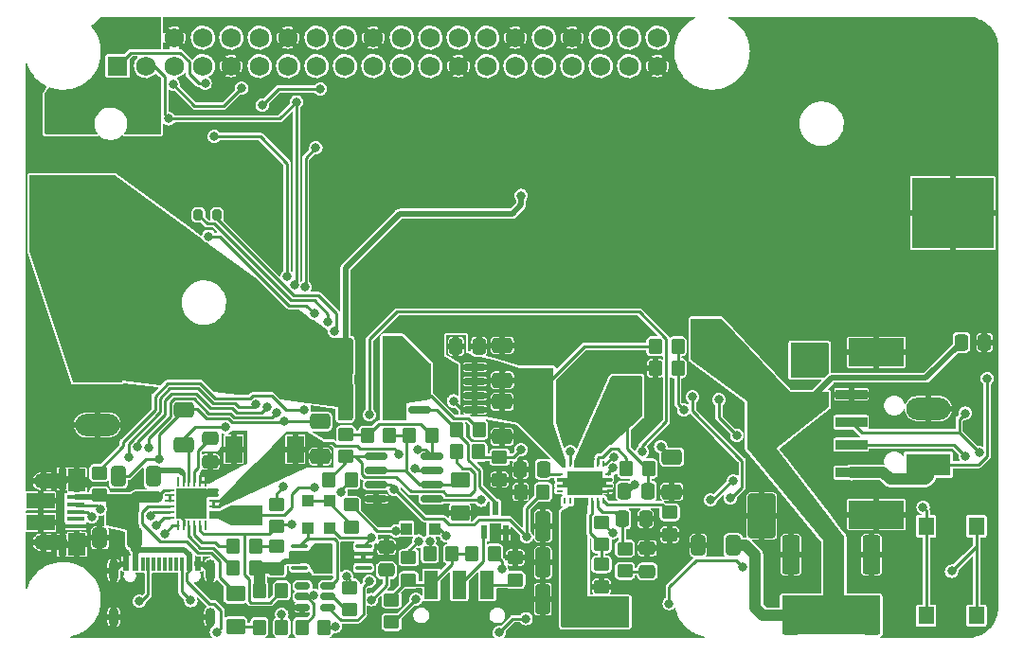
<source format=gtl>
%TF.GenerationSoftware,KiCad,Pcbnew,6.0.1-79c1e3a40b~116~ubuntu20.04.1*%
%TF.CreationDate,2022-02-02T21:23:13+02:00*%
%TF.ProjectId,PiUPS,50695550-532e-46b6-9963-61645f706362,rev?*%
%TF.SameCoordinates,Original*%
%TF.FileFunction,Copper,L1,Top*%
%TF.FilePolarity,Positive*%
%FSLAX46Y46*%
G04 Gerber Fmt 4.6, Leading zero omitted, Abs format (unit mm)*
G04 Created by KiCad (PCBNEW 6.0.1-79c1e3a40b~116~ubuntu20.04.1) date 2022-02-02 21:23:13*
%MOMM*%
%LPD*%
G01*
G04 APERTURE LIST*
G04 Aperture macros list*
%AMRoundRect*
0 Rectangle with rounded corners*
0 $1 Rounding radius*
0 $2 $3 $4 $5 $6 $7 $8 $9 X,Y pos of 4 corners*
0 Add a 4 corners polygon primitive as box body*
4,1,4,$2,$3,$4,$5,$6,$7,$8,$9,$2,$3,0*
0 Add four circle primitives for the rounded corners*
1,1,$1+$1,$2,$3*
1,1,$1+$1,$4,$5*
1,1,$1+$1,$6,$7*
1,1,$1+$1,$8,$9*
0 Add four rect primitives between the rounded corners*
20,1,$1+$1,$2,$3,$4,$5,0*
20,1,$1+$1,$4,$5,$6,$7,0*
20,1,$1+$1,$6,$7,$8,$9,0*
20,1,$1+$1,$8,$9,$2,$3,0*%
G04 Aperture macros list end*
%TA.AperFunction,EtchedComponent*%
%ADD10C,0.010000*%
%TD*%
%TA.AperFunction,SMDPad,CuDef*%
%ADD11RoundRect,0.250000X-0.412500X-1.100000X0.412500X-1.100000X0.412500X1.100000X-0.412500X1.100000X0*%
%TD*%
%TA.AperFunction,SMDPad,CuDef*%
%ADD12R,2.700000X3.600000*%
%TD*%
%TA.AperFunction,SMDPad,CuDef*%
%ADD13RoundRect,0.250000X0.650000X-0.412500X0.650000X0.412500X-0.650000X0.412500X-0.650000X-0.412500X0*%
%TD*%
%TA.AperFunction,SMDPad,CuDef*%
%ADD14RoundRect,0.250000X0.412500X0.650000X-0.412500X0.650000X-0.412500X-0.650000X0.412500X-0.650000X0*%
%TD*%
%TA.AperFunction,SMDPad,CuDef*%
%ADD15RoundRect,0.250000X0.450000X-0.350000X0.450000X0.350000X-0.450000X0.350000X-0.450000X-0.350000X0*%
%TD*%
%TA.AperFunction,SMDPad,CuDef*%
%ADD16RoundRect,0.250000X0.400000X1.450000X-0.400000X1.450000X-0.400000X-1.450000X0.400000X-1.450000X0*%
%TD*%
%TA.AperFunction,SMDPad,CuDef*%
%ADD17RoundRect,0.250000X0.475000X-0.337500X0.475000X0.337500X-0.475000X0.337500X-0.475000X-0.337500X0*%
%TD*%
%TA.AperFunction,SMDPad,CuDef*%
%ADD18RoundRect,0.250000X-0.337500X-0.475000X0.337500X-0.475000X0.337500X0.475000X-0.337500X0.475000X0*%
%TD*%
%TA.AperFunction,SMDPad,CuDef*%
%ADD19RoundRect,0.250000X0.350000X0.450000X-0.350000X0.450000X-0.350000X-0.450000X0.350000X-0.450000X0*%
%TD*%
%TA.AperFunction,SMDPad,CuDef*%
%ADD20RoundRect,0.062500X-0.350000X-0.062500X0.350000X-0.062500X0.350000X0.062500X-0.350000X0.062500X0*%
%TD*%
%TA.AperFunction,SMDPad,CuDef*%
%ADD21RoundRect,0.062500X-0.062500X-0.350000X0.062500X-0.350000X0.062500X0.350000X-0.062500X0.350000X0*%
%TD*%
%TA.AperFunction,ComponentPad*%
%ADD22C,0.500000*%
%TD*%
%TA.AperFunction,SMDPad,CuDef*%
%ADD23R,2.700000X2.700000*%
%TD*%
%TA.AperFunction,SMDPad,CuDef*%
%ADD24RoundRect,0.250000X0.337500X0.475000X-0.337500X0.475000X-0.337500X-0.475000X0.337500X-0.475000X0*%
%TD*%
%TA.AperFunction,SMDPad,CuDef*%
%ADD25RoundRect,0.054000X1.346000X-0.396000X1.346000X0.396000X-1.346000X0.396000X-1.346000X-0.396000X0*%
%TD*%
%TA.AperFunction,SMDPad,CuDef*%
%ADD26R,5.000000X2.500000*%
%TD*%
%TA.AperFunction,SMDPad,CuDef*%
%ADD27RoundRect,0.250000X-0.450000X0.350000X-0.450000X-0.350000X0.450000X-0.350000X0.450000X0.350000X0*%
%TD*%
%TA.AperFunction,SMDPad,CuDef*%
%ADD28RoundRect,0.250000X-0.650000X0.412500X-0.650000X-0.412500X0.650000X-0.412500X0.650000X0.412500X0*%
%TD*%
%TA.AperFunction,SMDPad,CuDef*%
%ADD29RoundRect,0.250000X-1.000000X1.750000X-1.000000X-1.750000X1.000000X-1.750000X1.000000X1.750000X0*%
%TD*%
%TA.AperFunction,SMDPad,CuDef*%
%ADD30R,7.340000X6.350000*%
%TD*%
%TA.AperFunction,SMDPad,CuDef*%
%ADD31R,1.650000X0.400000*%
%TD*%
%TA.AperFunction,ComponentPad*%
%ADD32O,1.700000X1.350000*%
%TD*%
%TA.AperFunction,SMDPad,CuDef*%
%ADD33R,2.000000X1.350000*%
%TD*%
%TA.AperFunction,SMDPad,CuDef*%
%ADD34R,2.500000X1.430000*%
%TD*%
%TA.AperFunction,SMDPad,CuDef*%
%ADD35R,0.700000X1.825000*%
%TD*%
%TA.AperFunction,SMDPad,CuDef*%
%ADD36R,1.500000X2.000000*%
%TD*%
%TA.AperFunction,ComponentPad*%
%ADD37O,1.500000X1.100000*%
%TD*%
%TA.AperFunction,SMDPad,CuDef*%
%ADD38RoundRect,0.250000X-0.350000X-0.450000X0.350000X-0.450000X0.350000X0.450000X-0.350000X0.450000X0*%
%TD*%
%TA.AperFunction,SMDPad,CuDef*%
%ADD39RoundRect,0.250001X-0.624999X0.462499X-0.624999X-0.462499X0.624999X-0.462499X0.624999X0.462499X0*%
%TD*%
%TA.AperFunction,SMDPad,CuDef*%
%ADD40RoundRect,0.250000X1.450000X-0.400000X1.450000X0.400000X-1.450000X0.400000X-1.450000X-0.400000X0*%
%TD*%
%TA.AperFunction,SMDPad,CuDef*%
%ADD41RoundRect,0.200000X-0.200000X-0.275000X0.200000X-0.275000X0.200000X0.275000X-0.200000X0.275000X0*%
%TD*%
%TA.AperFunction,SMDPad,CuDef*%
%ADD42R,1.250000X2.500000*%
%TD*%
%TA.AperFunction,SMDPad,CuDef*%
%ADD43RoundRect,0.150000X-0.825000X-0.150000X0.825000X-0.150000X0.825000X0.150000X-0.825000X0.150000X0*%
%TD*%
%TA.AperFunction,SMDPad,CuDef*%
%ADD44R,0.600000X1.160000*%
%TD*%
%TA.AperFunction,SMDPad,CuDef*%
%ADD45R,0.300000X1.160000*%
%TD*%
%TA.AperFunction,ComponentPad*%
%ADD46O,0.900000X1.700000*%
%TD*%
%TA.AperFunction,ComponentPad*%
%ADD47O,0.900000X2.000000*%
%TD*%
%TA.AperFunction,ComponentPad*%
%ADD48R,3.960000X1.980000*%
%TD*%
%TA.AperFunction,ComponentPad*%
%ADD49O,3.960000X1.980000*%
%TD*%
%TA.AperFunction,SMDPad,CuDef*%
%ADD50RoundRect,0.100000X0.637500X0.100000X-0.637500X0.100000X-0.637500X-0.100000X0.637500X-0.100000X0*%
%TD*%
%TA.AperFunction,SMDPad,CuDef*%
%ADD51R,0.600000X0.240000*%
%TD*%
%TA.AperFunction,SMDPad,CuDef*%
%ADD52R,0.240000X0.600000*%
%TD*%
%TA.AperFunction,SMDPad,CuDef*%
%ADD53R,3.050000X2.050000*%
%TD*%
%TA.AperFunction,ComponentPad*%
%ADD54C,0.300000*%
%TD*%
%TA.AperFunction,ComponentPad*%
%ADD55R,1.750000X1.750000*%
%TD*%
%TA.AperFunction,ComponentPad*%
%ADD56C,1.750000*%
%TD*%
%TA.AperFunction,SMDPad,CuDef*%
%ADD57R,1.000000X1.000000*%
%TD*%
%TA.AperFunction,SMDPad,CuDef*%
%ADD58RoundRect,0.250000X0.550000X-1.500000X0.550000X1.500000X-0.550000X1.500000X-0.550000X-1.500000X0*%
%TD*%
%TA.AperFunction,SMDPad,CuDef*%
%ADD59R,0.600000X1.300000*%
%TD*%
%TA.AperFunction,SMDPad,CuDef*%
%ADD60R,1.400000X1.600000*%
%TD*%
%TA.AperFunction,SMDPad,CuDef*%
%ADD61R,1.500000X2.400000*%
%TD*%
%TA.AperFunction,SMDPad,CuDef*%
%ADD62RoundRect,0.150000X0.512500X0.150000X-0.512500X0.150000X-0.512500X-0.150000X0.512500X-0.150000X0*%
%TD*%
%TA.AperFunction,ViaPad*%
%ADD63C,0.800000*%
%TD*%
%TA.AperFunction,Conductor*%
%ADD64C,0.250000*%
%TD*%
%TA.AperFunction,Conductor*%
%ADD65C,0.500000*%
%TD*%
%TA.AperFunction,Conductor*%
%ADD66C,1.000000*%
%TD*%
G04 APERTURE END LIST*
D10*
X118025900Y-108921200D02*
X118900900Y-108921200D01*
X118900900Y-108921200D02*
X118903517Y-108921269D01*
X118903517Y-108921269D02*
X118906126Y-108921474D01*
X118906126Y-108921474D02*
X118908722Y-108921816D01*
X118908722Y-108921816D02*
X118911296Y-108922293D01*
X118911296Y-108922293D02*
X118913841Y-108922904D01*
X118913841Y-108922904D02*
X118916351Y-108923647D01*
X118916351Y-108923647D02*
X118918818Y-108924521D01*
X118918818Y-108924521D02*
X118921237Y-108925523D01*
X118921237Y-108925523D02*
X118923600Y-108926650D01*
X118923600Y-108926650D02*
X118925900Y-108927899D01*
X118925900Y-108927899D02*
X118928132Y-108929266D01*
X118928132Y-108929266D02*
X118930289Y-108930749D01*
X118930289Y-108930749D02*
X118932366Y-108932343D01*
X118932366Y-108932343D02*
X118934357Y-108934043D01*
X118934357Y-108934043D02*
X118936255Y-108935845D01*
X118936255Y-108935845D02*
X118938057Y-108937743D01*
X118938057Y-108937743D02*
X118939757Y-108939734D01*
X118939757Y-108939734D02*
X118941351Y-108941811D01*
X118941351Y-108941811D02*
X118942834Y-108943968D01*
X118942834Y-108943968D02*
X118944201Y-108946200D01*
X118944201Y-108946200D02*
X118945450Y-108948500D01*
X118945450Y-108948500D02*
X118946577Y-108950863D01*
X118946577Y-108950863D02*
X118947579Y-108953282D01*
X118947579Y-108953282D02*
X118948453Y-108955749D01*
X118948453Y-108955749D02*
X118949196Y-108958259D01*
X118949196Y-108958259D02*
X118949807Y-108960804D01*
X118949807Y-108960804D02*
X118950284Y-108963378D01*
X118950284Y-108963378D02*
X118950626Y-108965974D01*
X118950626Y-108965974D02*
X118950831Y-108968583D01*
X118950831Y-108968583D02*
X118950900Y-108971200D01*
X118950900Y-108971200D02*
X118950900Y-109071200D01*
X118950900Y-109071200D02*
X118950831Y-109073817D01*
X118950831Y-109073817D02*
X118950626Y-109076426D01*
X118950626Y-109076426D02*
X118950284Y-109079022D01*
X118950284Y-109079022D02*
X118949807Y-109081596D01*
X118949807Y-109081596D02*
X118949196Y-109084141D01*
X118949196Y-109084141D02*
X118948453Y-109086651D01*
X118948453Y-109086651D02*
X118947579Y-109089118D01*
X118947579Y-109089118D02*
X118946577Y-109091537D01*
X118946577Y-109091537D02*
X118945450Y-109093900D01*
X118945450Y-109093900D02*
X118944201Y-109096200D01*
X118944201Y-109096200D02*
X118942834Y-109098432D01*
X118942834Y-109098432D02*
X118941351Y-109100589D01*
X118941351Y-109100589D02*
X118939757Y-109102666D01*
X118939757Y-109102666D02*
X118938057Y-109104657D01*
X118938057Y-109104657D02*
X118936255Y-109106555D01*
X118936255Y-109106555D02*
X118934357Y-109108357D01*
X118934357Y-109108357D02*
X118932366Y-109110057D01*
X118932366Y-109110057D02*
X118930289Y-109111651D01*
X118930289Y-109111651D02*
X118928132Y-109113134D01*
X118928132Y-109113134D02*
X118925900Y-109114501D01*
X118925900Y-109114501D02*
X118923600Y-109115750D01*
X118923600Y-109115750D02*
X118921237Y-109116877D01*
X118921237Y-109116877D02*
X118918818Y-109117879D01*
X118918818Y-109117879D02*
X118916351Y-109118753D01*
X118916351Y-109118753D02*
X118913841Y-109119496D01*
X118913841Y-109119496D02*
X118911296Y-109120107D01*
X118911296Y-109120107D02*
X118908722Y-109120584D01*
X118908722Y-109120584D02*
X118906126Y-109120926D01*
X118906126Y-109120926D02*
X118903517Y-109121131D01*
X118903517Y-109121131D02*
X118900900Y-109121200D01*
X118900900Y-109121200D02*
X118425900Y-109121200D01*
X118425900Y-109121200D02*
X118425900Y-109471200D01*
X118425900Y-109471200D02*
X118900900Y-109471200D01*
X118900900Y-109471200D02*
X118903517Y-109471269D01*
X118903517Y-109471269D02*
X118906126Y-109471474D01*
X118906126Y-109471474D02*
X118908722Y-109471816D01*
X118908722Y-109471816D02*
X118911296Y-109472293D01*
X118911296Y-109472293D02*
X118913841Y-109472904D01*
X118913841Y-109472904D02*
X118916351Y-109473647D01*
X118916351Y-109473647D02*
X118918818Y-109474521D01*
X118918818Y-109474521D02*
X118921237Y-109475523D01*
X118921237Y-109475523D02*
X118923600Y-109476650D01*
X118923600Y-109476650D02*
X118925900Y-109477899D01*
X118925900Y-109477899D02*
X118928132Y-109479266D01*
X118928132Y-109479266D02*
X118930289Y-109480749D01*
X118930289Y-109480749D02*
X118932366Y-109482343D01*
X118932366Y-109482343D02*
X118934357Y-109484043D01*
X118934357Y-109484043D02*
X118936255Y-109485845D01*
X118936255Y-109485845D02*
X118938057Y-109487743D01*
X118938057Y-109487743D02*
X118939757Y-109489734D01*
X118939757Y-109489734D02*
X118941351Y-109491811D01*
X118941351Y-109491811D02*
X118942834Y-109493968D01*
X118942834Y-109493968D02*
X118944201Y-109496200D01*
X118944201Y-109496200D02*
X118945450Y-109498500D01*
X118945450Y-109498500D02*
X118946577Y-109500863D01*
X118946577Y-109500863D02*
X118947579Y-109503282D01*
X118947579Y-109503282D02*
X118948453Y-109505749D01*
X118948453Y-109505749D02*
X118949196Y-109508259D01*
X118949196Y-109508259D02*
X118949807Y-109510804D01*
X118949807Y-109510804D02*
X118950284Y-109513378D01*
X118950284Y-109513378D02*
X118950626Y-109515974D01*
X118950626Y-109515974D02*
X118950831Y-109518583D01*
X118950831Y-109518583D02*
X118950900Y-109521200D01*
X118950900Y-109521200D02*
X118950900Y-109621200D01*
X118950900Y-109621200D02*
X118950831Y-109623817D01*
X118950831Y-109623817D02*
X118950626Y-109626426D01*
X118950626Y-109626426D02*
X118950284Y-109629022D01*
X118950284Y-109629022D02*
X118949807Y-109631596D01*
X118949807Y-109631596D02*
X118949196Y-109634141D01*
X118949196Y-109634141D02*
X118948453Y-109636651D01*
X118948453Y-109636651D02*
X118947579Y-109639118D01*
X118947579Y-109639118D02*
X118946577Y-109641537D01*
X118946577Y-109641537D02*
X118945450Y-109643900D01*
X118945450Y-109643900D02*
X118944201Y-109646200D01*
X118944201Y-109646200D02*
X118942834Y-109648432D01*
X118942834Y-109648432D02*
X118941351Y-109650589D01*
X118941351Y-109650589D02*
X118939757Y-109652666D01*
X118939757Y-109652666D02*
X118938057Y-109654657D01*
X118938057Y-109654657D02*
X118936255Y-109656555D01*
X118936255Y-109656555D02*
X118934357Y-109658357D01*
X118934357Y-109658357D02*
X118932366Y-109660057D01*
X118932366Y-109660057D02*
X118930289Y-109661651D01*
X118930289Y-109661651D02*
X118928132Y-109663134D01*
X118928132Y-109663134D02*
X118925900Y-109664501D01*
X118925900Y-109664501D02*
X118923600Y-109665750D01*
X118923600Y-109665750D02*
X118921237Y-109666877D01*
X118921237Y-109666877D02*
X118918818Y-109667879D01*
X118918818Y-109667879D02*
X118916351Y-109668753D01*
X118916351Y-109668753D02*
X118913841Y-109669496D01*
X118913841Y-109669496D02*
X118911296Y-109670107D01*
X118911296Y-109670107D02*
X118908722Y-109670584D01*
X118908722Y-109670584D02*
X118906126Y-109670926D01*
X118906126Y-109670926D02*
X118903517Y-109671131D01*
X118903517Y-109671131D02*
X118900900Y-109671200D01*
X118900900Y-109671200D02*
X118025900Y-109671200D01*
X118025900Y-109671200D02*
X118025900Y-110271200D01*
X118025900Y-110271200D02*
X118025831Y-110273817D01*
X118025831Y-110273817D02*
X118025626Y-110276426D01*
X118025626Y-110276426D02*
X118025284Y-110279022D01*
X118025284Y-110279022D02*
X118024807Y-110281596D01*
X118024807Y-110281596D02*
X118024196Y-110284141D01*
X118024196Y-110284141D02*
X118023453Y-110286651D01*
X118023453Y-110286651D02*
X118022579Y-110289118D01*
X118022579Y-110289118D02*
X118021577Y-110291537D01*
X118021577Y-110291537D02*
X118020450Y-110293900D01*
X118020450Y-110293900D02*
X118019201Y-110296200D01*
X118019201Y-110296200D02*
X118017834Y-110298432D01*
X118017834Y-110298432D02*
X118016351Y-110300589D01*
X118016351Y-110300589D02*
X118014757Y-110302666D01*
X118014757Y-110302666D02*
X118013057Y-110304657D01*
X118013057Y-110304657D02*
X118011255Y-110306555D01*
X118011255Y-110306555D02*
X118009357Y-110308357D01*
X118009357Y-110308357D02*
X118007366Y-110310057D01*
X118007366Y-110310057D02*
X118005289Y-110311651D01*
X118005289Y-110311651D02*
X118003132Y-110313134D01*
X118003132Y-110313134D02*
X118000900Y-110314501D01*
X118000900Y-110314501D02*
X117998600Y-110315750D01*
X117998600Y-110315750D02*
X117996237Y-110316877D01*
X117996237Y-110316877D02*
X117993818Y-110317879D01*
X117993818Y-110317879D02*
X117991351Y-110318753D01*
X117991351Y-110318753D02*
X117988841Y-110319496D01*
X117988841Y-110319496D02*
X117986296Y-110320107D01*
X117986296Y-110320107D02*
X117983722Y-110320584D01*
X117983722Y-110320584D02*
X117981126Y-110320926D01*
X117981126Y-110320926D02*
X117978517Y-110321131D01*
X117978517Y-110321131D02*
X117975900Y-110321200D01*
X117975900Y-110321200D02*
X115025900Y-110321200D01*
X115025900Y-110321200D02*
X115023283Y-110321131D01*
X115023283Y-110321131D02*
X115020674Y-110320926D01*
X115020674Y-110320926D02*
X115018078Y-110320584D01*
X115018078Y-110320584D02*
X115015504Y-110320107D01*
X115015504Y-110320107D02*
X115012959Y-110319496D01*
X115012959Y-110319496D02*
X115010449Y-110318753D01*
X115010449Y-110318753D02*
X115007982Y-110317879D01*
X115007982Y-110317879D02*
X115005563Y-110316877D01*
X115005563Y-110316877D02*
X115003200Y-110315750D01*
X115003200Y-110315750D02*
X115000900Y-110314501D01*
X115000900Y-110314501D02*
X114998668Y-110313134D01*
X114998668Y-110313134D02*
X114996511Y-110311651D01*
X114996511Y-110311651D02*
X114994434Y-110310057D01*
X114994434Y-110310057D02*
X114992443Y-110308357D01*
X114992443Y-110308357D02*
X114990545Y-110306555D01*
X114990545Y-110306555D02*
X114988743Y-110304657D01*
X114988743Y-110304657D02*
X114987043Y-110302666D01*
X114987043Y-110302666D02*
X114985449Y-110300589D01*
X114985449Y-110300589D02*
X114983966Y-110298432D01*
X114983966Y-110298432D02*
X114982599Y-110296200D01*
X114982599Y-110296200D02*
X114981350Y-110293900D01*
X114981350Y-110293900D02*
X114980223Y-110291537D01*
X114980223Y-110291537D02*
X114979221Y-110289118D01*
X114979221Y-110289118D02*
X114978347Y-110286651D01*
X114978347Y-110286651D02*
X114977604Y-110284141D01*
X114977604Y-110284141D02*
X114976993Y-110281596D01*
X114976993Y-110281596D02*
X114976516Y-110279022D01*
X114976516Y-110279022D02*
X114976174Y-110276426D01*
X114976174Y-110276426D02*
X114975969Y-110273817D01*
X114975969Y-110273817D02*
X114975900Y-110271200D01*
X114975900Y-110271200D02*
X114975900Y-109671200D01*
X114975900Y-109671200D02*
X114100900Y-109671200D01*
X114100900Y-109671200D02*
X114098283Y-109671131D01*
X114098283Y-109671131D02*
X114095674Y-109670926D01*
X114095674Y-109670926D02*
X114093078Y-109670584D01*
X114093078Y-109670584D02*
X114090504Y-109670107D01*
X114090504Y-109670107D02*
X114087959Y-109669496D01*
X114087959Y-109669496D02*
X114085449Y-109668753D01*
X114085449Y-109668753D02*
X114082982Y-109667879D01*
X114082982Y-109667879D02*
X114080563Y-109666877D01*
X114080563Y-109666877D02*
X114078200Y-109665750D01*
X114078200Y-109665750D02*
X114075900Y-109664501D01*
X114075900Y-109664501D02*
X114073668Y-109663134D01*
X114073668Y-109663134D02*
X114071511Y-109661651D01*
X114071511Y-109661651D02*
X114069434Y-109660057D01*
X114069434Y-109660057D02*
X114067443Y-109658357D01*
X114067443Y-109658357D02*
X114065545Y-109656555D01*
X114065545Y-109656555D02*
X114063743Y-109654657D01*
X114063743Y-109654657D02*
X114062043Y-109652666D01*
X114062043Y-109652666D02*
X114060449Y-109650589D01*
X114060449Y-109650589D02*
X114058966Y-109648432D01*
X114058966Y-109648432D02*
X114057599Y-109646200D01*
X114057599Y-109646200D02*
X114056350Y-109643900D01*
X114056350Y-109643900D02*
X114055223Y-109641537D01*
X114055223Y-109641537D02*
X114054221Y-109639118D01*
X114054221Y-109639118D02*
X114053347Y-109636651D01*
X114053347Y-109636651D02*
X114052604Y-109634141D01*
X114052604Y-109634141D02*
X114051993Y-109631596D01*
X114051993Y-109631596D02*
X114051516Y-109629022D01*
X114051516Y-109629022D02*
X114051174Y-109626426D01*
X114051174Y-109626426D02*
X114050969Y-109623817D01*
X114050969Y-109623817D02*
X114050900Y-109621200D01*
X114050900Y-109621200D02*
X114050900Y-109521200D01*
X114050900Y-109521200D02*
X114050969Y-109518583D01*
X114050969Y-109518583D02*
X114051174Y-109515974D01*
X114051174Y-109515974D02*
X114051516Y-109513378D01*
X114051516Y-109513378D02*
X114051993Y-109510804D01*
X114051993Y-109510804D02*
X114052604Y-109508259D01*
X114052604Y-109508259D02*
X114053347Y-109505749D01*
X114053347Y-109505749D02*
X114054221Y-109503282D01*
X114054221Y-109503282D02*
X114055223Y-109500863D01*
X114055223Y-109500863D02*
X114056350Y-109498500D01*
X114056350Y-109498500D02*
X114057599Y-109496200D01*
X114057599Y-109496200D02*
X114058966Y-109493968D01*
X114058966Y-109493968D02*
X114060449Y-109491811D01*
X114060449Y-109491811D02*
X114062043Y-109489734D01*
X114062043Y-109489734D02*
X114063743Y-109487743D01*
X114063743Y-109487743D02*
X114065545Y-109485845D01*
X114065545Y-109485845D02*
X114067443Y-109484043D01*
X114067443Y-109484043D02*
X114069434Y-109482343D01*
X114069434Y-109482343D02*
X114071511Y-109480749D01*
X114071511Y-109480749D02*
X114073668Y-109479266D01*
X114073668Y-109479266D02*
X114075900Y-109477899D01*
X114075900Y-109477899D02*
X114078200Y-109476650D01*
X114078200Y-109476650D02*
X114080563Y-109475523D01*
X114080563Y-109475523D02*
X114082982Y-109474521D01*
X114082982Y-109474521D02*
X114085449Y-109473647D01*
X114085449Y-109473647D02*
X114087959Y-109472904D01*
X114087959Y-109472904D02*
X114090504Y-109472293D01*
X114090504Y-109472293D02*
X114093078Y-109471816D01*
X114093078Y-109471816D02*
X114095674Y-109471474D01*
X114095674Y-109471474D02*
X114098283Y-109471269D01*
X114098283Y-109471269D02*
X114100900Y-109471200D01*
X114100900Y-109471200D02*
X114575900Y-109471200D01*
X114575900Y-109471200D02*
X114575900Y-109121200D01*
X114575900Y-109121200D02*
X114100900Y-109121200D01*
X114100900Y-109121200D02*
X114098283Y-109121131D01*
X114098283Y-109121131D02*
X114095674Y-109120926D01*
X114095674Y-109120926D02*
X114093078Y-109120584D01*
X114093078Y-109120584D02*
X114090504Y-109120107D01*
X114090504Y-109120107D02*
X114087959Y-109119496D01*
X114087959Y-109119496D02*
X114085449Y-109118753D01*
X114085449Y-109118753D02*
X114082982Y-109117879D01*
X114082982Y-109117879D02*
X114080563Y-109116877D01*
X114080563Y-109116877D02*
X114078200Y-109115750D01*
X114078200Y-109115750D02*
X114075900Y-109114501D01*
X114075900Y-109114501D02*
X114073668Y-109113134D01*
X114073668Y-109113134D02*
X114071511Y-109111651D01*
X114071511Y-109111651D02*
X114069434Y-109110057D01*
X114069434Y-109110057D02*
X114067443Y-109108357D01*
X114067443Y-109108357D02*
X114065545Y-109106555D01*
X114065545Y-109106555D02*
X114063743Y-109104657D01*
X114063743Y-109104657D02*
X114062043Y-109102666D01*
X114062043Y-109102666D02*
X114060449Y-109100589D01*
X114060449Y-109100589D02*
X114058966Y-109098432D01*
X114058966Y-109098432D02*
X114057599Y-109096200D01*
X114057599Y-109096200D02*
X114056350Y-109093900D01*
X114056350Y-109093900D02*
X114055223Y-109091537D01*
X114055223Y-109091537D02*
X114054221Y-109089118D01*
X114054221Y-109089118D02*
X114053347Y-109086651D01*
X114053347Y-109086651D02*
X114052604Y-109084141D01*
X114052604Y-109084141D02*
X114051993Y-109081596D01*
X114051993Y-109081596D02*
X114051516Y-109079022D01*
X114051516Y-109079022D02*
X114051174Y-109076426D01*
X114051174Y-109076426D02*
X114050969Y-109073817D01*
X114050969Y-109073817D02*
X114050900Y-109071200D01*
X114050900Y-109071200D02*
X114050900Y-108971200D01*
X114050900Y-108971200D02*
X114050969Y-108968583D01*
X114050969Y-108968583D02*
X114051174Y-108965974D01*
X114051174Y-108965974D02*
X114051516Y-108963378D01*
X114051516Y-108963378D02*
X114051993Y-108960804D01*
X114051993Y-108960804D02*
X114052604Y-108958259D01*
X114052604Y-108958259D02*
X114053347Y-108955749D01*
X114053347Y-108955749D02*
X114054221Y-108953282D01*
X114054221Y-108953282D02*
X114055223Y-108950863D01*
X114055223Y-108950863D02*
X114056350Y-108948500D01*
X114056350Y-108948500D02*
X114057599Y-108946200D01*
X114057599Y-108946200D02*
X114058966Y-108943968D01*
X114058966Y-108943968D02*
X114060449Y-108941811D01*
X114060449Y-108941811D02*
X114062043Y-108939734D01*
X114062043Y-108939734D02*
X114063743Y-108937743D01*
X114063743Y-108937743D02*
X114065545Y-108935845D01*
X114065545Y-108935845D02*
X114067443Y-108934043D01*
X114067443Y-108934043D02*
X114069434Y-108932343D01*
X114069434Y-108932343D02*
X114071511Y-108930749D01*
X114071511Y-108930749D02*
X114073668Y-108929266D01*
X114073668Y-108929266D02*
X114075900Y-108927899D01*
X114075900Y-108927899D02*
X114078200Y-108926650D01*
X114078200Y-108926650D02*
X114080563Y-108925523D01*
X114080563Y-108925523D02*
X114082982Y-108924521D01*
X114082982Y-108924521D02*
X114085449Y-108923647D01*
X114085449Y-108923647D02*
X114087959Y-108922904D01*
X114087959Y-108922904D02*
X114090504Y-108922293D01*
X114090504Y-108922293D02*
X114093078Y-108921816D01*
X114093078Y-108921816D02*
X114095674Y-108921474D01*
X114095674Y-108921474D02*
X114098283Y-108921269D01*
X114098283Y-108921269D02*
X114100900Y-108921200D01*
X114100900Y-108921200D02*
X114975900Y-108921200D01*
X114975900Y-108921200D02*
X114975900Y-108321200D01*
X114975900Y-108321200D02*
X114975969Y-108318583D01*
X114975969Y-108318583D02*
X114976174Y-108315974D01*
X114976174Y-108315974D02*
X114976516Y-108313378D01*
X114976516Y-108313378D02*
X114976993Y-108310804D01*
X114976993Y-108310804D02*
X114977604Y-108308259D01*
X114977604Y-108308259D02*
X114978347Y-108305749D01*
X114978347Y-108305749D02*
X114979221Y-108303282D01*
X114979221Y-108303282D02*
X114980223Y-108300863D01*
X114980223Y-108300863D02*
X114981350Y-108298500D01*
X114981350Y-108298500D02*
X114982599Y-108296200D01*
X114982599Y-108296200D02*
X114983966Y-108293968D01*
X114983966Y-108293968D02*
X114985449Y-108291811D01*
X114985449Y-108291811D02*
X114987043Y-108289734D01*
X114987043Y-108289734D02*
X114988743Y-108287743D01*
X114988743Y-108287743D02*
X114990545Y-108285845D01*
X114990545Y-108285845D02*
X114992443Y-108284043D01*
X114992443Y-108284043D02*
X114994434Y-108282343D01*
X114994434Y-108282343D02*
X114996511Y-108280749D01*
X114996511Y-108280749D02*
X114998668Y-108279266D01*
X114998668Y-108279266D02*
X115000900Y-108277899D01*
X115000900Y-108277899D02*
X115003200Y-108276650D01*
X115003200Y-108276650D02*
X115005563Y-108275523D01*
X115005563Y-108275523D02*
X115007982Y-108274521D01*
X115007982Y-108274521D02*
X115010449Y-108273647D01*
X115010449Y-108273647D02*
X115012959Y-108272904D01*
X115012959Y-108272904D02*
X115015504Y-108272293D01*
X115015504Y-108272293D02*
X115018078Y-108271816D01*
X115018078Y-108271816D02*
X115020674Y-108271474D01*
X115020674Y-108271474D02*
X115023283Y-108271269D01*
X115023283Y-108271269D02*
X115025900Y-108271200D01*
X115025900Y-108271200D02*
X117975900Y-108271200D01*
X117975900Y-108271200D02*
X117978517Y-108271269D01*
X117978517Y-108271269D02*
X117981126Y-108271474D01*
X117981126Y-108271474D02*
X117983722Y-108271816D01*
X117983722Y-108271816D02*
X117986296Y-108272293D01*
X117986296Y-108272293D02*
X117988841Y-108272904D01*
X117988841Y-108272904D02*
X117991351Y-108273647D01*
X117991351Y-108273647D02*
X117993818Y-108274521D01*
X117993818Y-108274521D02*
X117996237Y-108275523D01*
X117996237Y-108275523D02*
X117998600Y-108276650D01*
X117998600Y-108276650D02*
X118000900Y-108277899D01*
X118000900Y-108277899D02*
X118003132Y-108279266D01*
X118003132Y-108279266D02*
X118005289Y-108280749D01*
X118005289Y-108280749D02*
X118007366Y-108282343D01*
X118007366Y-108282343D02*
X118009357Y-108284043D01*
X118009357Y-108284043D02*
X118011255Y-108285845D01*
X118011255Y-108285845D02*
X118013057Y-108287743D01*
X118013057Y-108287743D02*
X118014757Y-108289734D01*
X118014757Y-108289734D02*
X118016351Y-108291811D01*
X118016351Y-108291811D02*
X118017834Y-108293968D01*
X118017834Y-108293968D02*
X118019201Y-108296200D01*
X118019201Y-108296200D02*
X118020450Y-108298500D01*
X118020450Y-108298500D02*
X118021577Y-108300863D01*
X118021577Y-108300863D02*
X118022579Y-108303282D01*
X118022579Y-108303282D02*
X118023453Y-108305749D01*
X118023453Y-108305749D02*
X118024196Y-108308259D01*
X118024196Y-108308259D02*
X118024807Y-108310804D01*
X118024807Y-108310804D02*
X118025284Y-108313378D01*
X118025284Y-108313378D02*
X118025626Y-108315974D01*
X118025626Y-108315974D02*
X118025831Y-108318583D01*
X118025831Y-108318583D02*
X118025900Y-108321200D01*
X118025900Y-108321200D02*
X118025900Y-108921200D01*
X118025900Y-108921200D02*
X118025900Y-108921200D01*
G36*
X117978517Y-108271269D02*
G01*
X117981126Y-108271474D01*
X117983722Y-108271816D01*
X117986296Y-108272293D01*
X117988841Y-108272904D01*
X117991351Y-108273647D01*
X117993818Y-108274521D01*
X117996237Y-108275523D01*
X117998600Y-108276650D01*
X118000900Y-108277899D01*
X118003132Y-108279266D01*
X118005289Y-108280749D01*
X118007366Y-108282343D01*
X118009357Y-108284043D01*
X118011255Y-108285845D01*
X118013057Y-108287743D01*
X118014757Y-108289734D01*
X118016351Y-108291811D01*
X118017834Y-108293968D01*
X118019201Y-108296200D01*
X118020450Y-108298500D01*
X118021577Y-108300863D01*
X118022579Y-108303282D01*
X118023453Y-108305749D01*
X118024196Y-108308259D01*
X118024807Y-108310804D01*
X118025284Y-108313378D01*
X118025626Y-108315974D01*
X118025831Y-108318583D01*
X118025900Y-108321200D01*
X118025900Y-108921200D01*
X118900900Y-108921200D01*
X118903517Y-108921269D01*
X118906126Y-108921474D01*
X118908722Y-108921816D01*
X118911296Y-108922293D01*
X118913841Y-108922904D01*
X118916351Y-108923647D01*
X118918818Y-108924521D01*
X118921237Y-108925523D01*
X118923600Y-108926650D01*
X118925900Y-108927899D01*
X118928132Y-108929266D01*
X118930289Y-108930749D01*
X118932366Y-108932343D01*
X118934357Y-108934043D01*
X118936255Y-108935845D01*
X118938057Y-108937743D01*
X118939757Y-108939734D01*
X118941351Y-108941811D01*
X118942834Y-108943968D01*
X118944201Y-108946200D01*
X118945450Y-108948500D01*
X118946577Y-108950863D01*
X118947579Y-108953282D01*
X118948453Y-108955749D01*
X118949196Y-108958259D01*
X118949807Y-108960804D01*
X118950284Y-108963378D01*
X118950626Y-108965974D01*
X118950831Y-108968583D01*
X118950900Y-108971200D01*
X118950900Y-109071200D01*
X118950831Y-109073817D01*
X118950626Y-109076426D01*
X118950284Y-109079022D01*
X118949807Y-109081596D01*
X118949196Y-109084141D01*
X118948453Y-109086651D01*
X118947579Y-109089118D01*
X118946577Y-109091537D01*
X118945450Y-109093900D01*
X118944201Y-109096200D01*
X118942834Y-109098432D01*
X118941351Y-109100589D01*
X118939757Y-109102666D01*
X118938057Y-109104657D01*
X118936255Y-109106555D01*
X118934357Y-109108357D01*
X118932366Y-109110057D01*
X118930289Y-109111651D01*
X118928132Y-109113134D01*
X118925900Y-109114501D01*
X118923600Y-109115750D01*
X118921237Y-109116877D01*
X118918818Y-109117879D01*
X118916351Y-109118753D01*
X118913841Y-109119496D01*
X118911296Y-109120107D01*
X118908722Y-109120584D01*
X118906126Y-109120926D01*
X118903517Y-109121131D01*
X118900900Y-109121200D01*
X118425900Y-109121200D01*
X118425900Y-109471200D01*
X118900900Y-109471200D01*
X118903517Y-109471269D01*
X118906126Y-109471474D01*
X118908722Y-109471816D01*
X118911296Y-109472293D01*
X118913841Y-109472904D01*
X118916351Y-109473647D01*
X118918818Y-109474521D01*
X118921237Y-109475523D01*
X118923600Y-109476650D01*
X118925900Y-109477899D01*
X118928132Y-109479266D01*
X118930289Y-109480749D01*
X118932366Y-109482343D01*
X118934357Y-109484043D01*
X118936255Y-109485845D01*
X118938057Y-109487743D01*
X118939757Y-109489734D01*
X118941351Y-109491811D01*
X118942834Y-109493968D01*
X118944201Y-109496200D01*
X118945450Y-109498500D01*
X118946577Y-109500863D01*
X118947579Y-109503282D01*
X118948453Y-109505749D01*
X118949196Y-109508259D01*
X118949807Y-109510804D01*
X118950284Y-109513378D01*
X118950626Y-109515974D01*
X118950831Y-109518583D01*
X118950900Y-109521200D01*
X118950900Y-109621200D01*
X118950831Y-109623817D01*
X118950626Y-109626426D01*
X118950284Y-109629022D01*
X118949807Y-109631596D01*
X118949196Y-109634141D01*
X118948453Y-109636651D01*
X118947579Y-109639118D01*
X118946577Y-109641537D01*
X118945450Y-109643900D01*
X118944201Y-109646200D01*
X118942834Y-109648432D01*
X118941351Y-109650589D01*
X118939757Y-109652666D01*
X118938057Y-109654657D01*
X118936255Y-109656555D01*
X118934357Y-109658357D01*
X118932366Y-109660057D01*
X118930289Y-109661651D01*
X118928132Y-109663134D01*
X118925900Y-109664501D01*
X118923600Y-109665750D01*
X118921237Y-109666877D01*
X118918818Y-109667879D01*
X118916351Y-109668753D01*
X118913841Y-109669496D01*
X118911296Y-109670107D01*
X118908722Y-109670584D01*
X118906126Y-109670926D01*
X118903517Y-109671131D01*
X118900900Y-109671200D01*
X118025900Y-109671200D01*
X118025900Y-110271200D01*
X118025831Y-110273817D01*
X118025626Y-110276426D01*
X118025284Y-110279022D01*
X118024807Y-110281596D01*
X118024196Y-110284141D01*
X118023453Y-110286651D01*
X118022579Y-110289118D01*
X118021577Y-110291537D01*
X118020450Y-110293900D01*
X118019201Y-110296200D01*
X118017834Y-110298432D01*
X118016351Y-110300589D01*
X118014757Y-110302666D01*
X118013057Y-110304657D01*
X118011255Y-110306555D01*
X118009357Y-110308357D01*
X118007366Y-110310057D01*
X118005289Y-110311651D01*
X118003132Y-110313134D01*
X118000900Y-110314501D01*
X117998600Y-110315750D01*
X117996237Y-110316877D01*
X117993818Y-110317879D01*
X117991351Y-110318753D01*
X117988841Y-110319496D01*
X117986296Y-110320107D01*
X117983722Y-110320584D01*
X117981126Y-110320926D01*
X117978517Y-110321131D01*
X117975900Y-110321200D01*
X115025900Y-110321200D01*
X115023283Y-110321131D01*
X115020674Y-110320926D01*
X115018078Y-110320584D01*
X115015504Y-110320107D01*
X115012959Y-110319496D01*
X115010449Y-110318753D01*
X115007982Y-110317879D01*
X115005563Y-110316877D01*
X115003200Y-110315750D01*
X115000900Y-110314501D01*
X114998668Y-110313134D01*
X114996511Y-110311651D01*
X114994434Y-110310057D01*
X114992443Y-110308357D01*
X114990545Y-110306555D01*
X114988743Y-110304657D01*
X114987043Y-110302666D01*
X114985449Y-110300589D01*
X114983966Y-110298432D01*
X114982599Y-110296200D01*
X114981350Y-110293900D01*
X114980223Y-110291537D01*
X114979221Y-110289118D01*
X114978347Y-110286651D01*
X114977604Y-110284141D01*
X114976993Y-110281596D01*
X114976516Y-110279022D01*
X114976174Y-110276426D01*
X114975969Y-110273817D01*
X114975900Y-110271200D01*
X114975900Y-109671200D01*
X114100900Y-109671200D01*
X114098283Y-109671131D01*
X114095674Y-109670926D01*
X114093078Y-109670584D01*
X114090504Y-109670107D01*
X114087959Y-109669496D01*
X114085449Y-109668753D01*
X114082982Y-109667879D01*
X114080563Y-109666877D01*
X114078200Y-109665750D01*
X114075900Y-109664501D01*
X114073668Y-109663134D01*
X114071511Y-109661651D01*
X114069434Y-109660057D01*
X114067443Y-109658357D01*
X114065545Y-109656555D01*
X114063743Y-109654657D01*
X114062043Y-109652666D01*
X114060449Y-109650589D01*
X114058966Y-109648432D01*
X114057599Y-109646200D01*
X114056350Y-109643900D01*
X114055223Y-109641537D01*
X114054221Y-109639118D01*
X114053347Y-109636651D01*
X114052604Y-109634141D01*
X114051993Y-109631596D01*
X114051516Y-109629022D01*
X114051174Y-109626426D01*
X114050969Y-109623817D01*
X114050900Y-109621200D01*
X114050900Y-109521200D01*
X114050969Y-109518583D01*
X114051174Y-109515974D01*
X114051516Y-109513378D01*
X114051993Y-109510804D01*
X114052604Y-109508259D01*
X114053347Y-109505749D01*
X114054221Y-109503282D01*
X114055223Y-109500863D01*
X114056350Y-109498500D01*
X114057599Y-109496200D01*
X114058966Y-109493968D01*
X114060449Y-109491811D01*
X114062043Y-109489734D01*
X114063743Y-109487743D01*
X114065545Y-109485845D01*
X114067443Y-109484043D01*
X114069434Y-109482343D01*
X114071511Y-109480749D01*
X114073668Y-109479266D01*
X114075900Y-109477899D01*
X114078200Y-109476650D01*
X114080563Y-109475523D01*
X114082982Y-109474521D01*
X114085449Y-109473647D01*
X114087959Y-109472904D01*
X114090504Y-109472293D01*
X114093078Y-109471816D01*
X114095674Y-109471474D01*
X114098283Y-109471269D01*
X114100900Y-109471200D01*
X114575900Y-109471200D01*
X114575900Y-109121200D01*
X114100900Y-109121200D01*
X114098283Y-109121131D01*
X114095674Y-109120926D01*
X114093078Y-109120584D01*
X114090504Y-109120107D01*
X114087959Y-109119496D01*
X114085449Y-109118753D01*
X114082982Y-109117879D01*
X114080563Y-109116877D01*
X114078200Y-109115750D01*
X114075900Y-109114501D01*
X114073668Y-109113134D01*
X114071511Y-109111651D01*
X114069434Y-109110057D01*
X114067443Y-109108357D01*
X114065545Y-109106555D01*
X114063743Y-109104657D01*
X114062043Y-109102666D01*
X114060449Y-109100589D01*
X114058966Y-109098432D01*
X114057599Y-109096200D01*
X114056350Y-109093900D01*
X114055223Y-109091537D01*
X114054221Y-109089118D01*
X114053347Y-109086651D01*
X114052604Y-109084141D01*
X114051993Y-109081596D01*
X114051516Y-109079022D01*
X114051174Y-109076426D01*
X114050969Y-109073817D01*
X114050900Y-109071200D01*
X114050900Y-108971200D01*
X114050969Y-108968583D01*
X114051174Y-108965974D01*
X114051516Y-108963378D01*
X114051993Y-108960804D01*
X114052604Y-108958259D01*
X114053347Y-108955749D01*
X114054221Y-108953282D01*
X114055223Y-108950863D01*
X114056350Y-108948500D01*
X114057599Y-108946200D01*
X114058966Y-108943968D01*
X114060449Y-108941811D01*
X114062043Y-108939734D01*
X114063743Y-108937743D01*
X114065545Y-108935845D01*
X114067443Y-108934043D01*
X114069434Y-108932343D01*
X114071511Y-108930749D01*
X114073668Y-108929266D01*
X114075900Y-108927899D01*
X114078200Y-108926650D01*
X114080563Y-108925523D01*
X114082982Y-108924521D01*
X114085449Y-108923647D01*
X114087959Y-108922904D01*
X114090504Y-108922293D01*
X114093078Y-108921816D01*
X114095674Y-108921474D01*
X114098283Y-108921269D01*
X114100900Y-108921200D01*
X114975900Y-108921200D01*
X114975900Y-108321200D01*
X114975969Y-108318583D01*
X114976174Y-108315974D01*
X114976516Y-108313378D01*
X114976993Y-108310804D01*
X114977604Y-108308259D01*
X114978347Y-108305749D01*
X114979221Y-108303282D01*
X114980223Y-108300863D01*
X114981350Y-108298500D01*
X114982599Y-108296200D01*
X114983966Y-108293968D01*
X114985449Y-108291811D01*
X114987043Y-108289734D01*
X114988743Y-108287743D01*
X114990545Y-108285845D01*
X114992443Y-108284043D01*
X114994434Y-108282343D01*
X114996511Y-108280749D01*
X114998668Y-108279266D01*
X115000900Y-108277899D01*
X115003200Y-108276650D01*
X115005563Y-108275523D01*
X115007982Y-108274521D01*
X115010449Y-108273647D01*
X115012959Y-108272904D01*
X115015504Y-108272293D01*
X115018078Y-108271816D01*
X115020674Y-108271474D01*
X115023283Y-108271269D01*
X115025900Y-108271200D01*
X117975900Y-108271200D01*
X117978517Y-108271269D01*
G37*
X117978517Y-108271269D02*
X117981126Y-108271474D01*
X117983722Y-108271816D01*
X117986296Y-108272293D01*
X117988841Y-108272904D01*
X117991351Y-108273647D01*
X117993818Y-108274521D01*
X117996237Y-108275523D01*
X117998600Y-108276650D01*
X118000900Y-108277899D01*
X118003132Y-108279266D01*
X118005289Y-108280749D01*
X118007366Y-108282343D01*
X118009357Y-108284043D01*
X118011255Y-108285845D01*
X118013057Y-108287743D01*
X118014757Y-108289734D01*
X118016351Y-108291811D01*
X118017834Y-108293968D01*
X118019201Y-108296200D01*
X118020450Y-108298500D01*
X118021577Y-108300863D01*
X118022579Y-108303282D01*
X118023453Y-108305749D01*
X118024196Y-108308259D01*
X118024807Y-108310804D01*
X118025284Y-108313378D01*
X118025626Y-108315974D01*
X118025831Y-108318583D01*
X118025900Y-108321200D01*
X118025900Y-108921200D01*
X118900900Y-108921200D01*
X118903517Y-108921269D01*
X118906126Y-108921474D01*
X118908722Y-108921816D01*
X118911296Y-108922293D01*
X118913841Y-108922904D01*
X118916351Y-108923647D01*
X118918818Y-108924521D01*
X118921237Y-108925523D01*
X118923600Y-108926650D01*
X118925900Y-108927899D01*
X118928132Y-108929266D01*
X118930289Y-108930749D01*
X118932366Y-108932343D01*
X118934357Y-108934043D01*
X118936255Y-108935845D01*
X118938057Y-108937743D01*
X118939757Y-108939734D01*
X118941351Y-108941811D01*
X118942834Y-108943968D01*
X118944201Y-108946200D01*
X118945450Y-108948500D01*
X118946577Y-108950863D01*
X118947579Y-108953282D01*
X118948453Y-108955749D01*
X118949196Y-108958259D01*
X118949807Y-108960804D01*
X118950284Y-108963378D01*
X118950626Y-108965974D01*
X118950831Y-108968583D01*
X118950900Y-108971200D01*
X118950900Y-109071200D01*
X118950831Y-109073817D01*
X118950626Y-109076426D01*
X118950284Y-109079022D01*
X118949807Y-109081596D01*
X118949196Y-109084141D01*
X118948453Y-109086651D01*
X118947579Y-109089118D01*
X118946577Y-109091537D01*
X118945450Y-109093900D01*
X118944201Y-109096200D01*
X118942834Y-109098432D01*
X118941351Y-109100589D01*
X118939757Y-109102666D01*
X118938057Y-109104657D01*
X118936255Y-109106555D01*
X118934357Y-109108357D01*
X118932366Y-109110057D01*
X118930289Y-109111651D01*
X118928132Y-109113134D01*
X118925900Y-109114501D01*
X118923600Y-109115750D01*
X118921237Y-109116877D01*
X118918818Y-109117879D01*
X118916351Y-109118753D01*
X118913841Y-109119496D01*
X118911296Y-109120107D01*
X118908722Y-109120584D01*
X118906126Y-109120926D01*
X118903517Y-109121131D01*
X118900900Y-109121200D01*
X118425900Y-109121200D01*
X118425900Y-109471200D01*
X118900900Y-109471200D01*
X118903517Y-109471269D01*
X118906126Y-109471474D01*
X118908722Y-109471816D01*
X118911296Y-109472293D01*
X118913841Y-109472904D01*
X118916351Y-109473647D01*
X118918818Y-109474521D01*
X118921237Y-109475523D01*
X118923600Y-109476650D01*
X118925900Y-109477899D01*
X118928132Y-109479266D01*
X118930289Y-109480749D01*
X118932366Y-109482343D01*
X118934357Y-109484043D01*
X118936255Y-109485845D01*
X118938057Y-109487743D01*
X118939757Y-109489734D01*
X118941351Y-109491811D01*
X118942834Y-109493968D01*
X118944201Y-109496200D01*
X118945450Y-109498500D01*
X118946577Y-109500863D01*
X118947579Y-109503282D01*
X118948453Y-109505749D01*
X118949196Y-109508259D01*
X118949807Y-109510804D01*
X118950284Y-109513378D01*
X118950626Y-109515974D01*
X118950831Y-109518583D01*
X118950900Y-109521200D01*
X118950900Y-109621200D01*
X118950831Y-109623817D01*
X118950626Y-109626426D01*
X118950284Y-109629022D01*
X118949807Y-109631596D01*
X118949196Y-109634141D01*
X118948453Y-109636651D01*
X118947579Y-109639118D01*
X118946577Y-109641537D01*
X118945450Y-109643900D01*
X118944201Y-109646200D01*
X118942834Y-109648432D01*
X118941351Y-109650589D01*
X118939757Y-109652666D01*
X118938057Y-109654657D01*
X118936255Y-109656555D01*
X118934357Y-109658357D01*
X118932366Y-109660057D01*
X118930289Y-109661651D01*
X118928132Y-109663134D01*
X118925900Y-109664501D01*
X118923600Y-109665750D01*
X118921237Y-109666877D01*
X118918818Y-109667879D01*
X118916351Y-109668753D01*
X118913841Y-109669496D01*
X118911296Y-109670107D01*
X118908722Y-109670584D01*
X118906126Y-109670926D01*
X118903517Y-109671131D01*
X118900900Y-109671200D01*
X118025900Y-109671200D01*
X118025900Y-110271200D01*
X118025831Y-110273817D01*
X118025626Y-110276426D01*
X118025284Y-110279022D01*
X118024807Y-110281596D01*
X118024196Y-110284141D01*
X118023453Y-110286651D01*
X118022579Y-110289118D01*
X118021577Y-110291537D01*
X118020450Y-110293900D01*
X118019201Y-110296200D01*
X118017834Y-110298432D01*
X118016351Y-110300589D01*
X118014757Y-110302666D01*
X118013057Y-110304657D01*
X118011255Y-110306555D01*
X118009357Y-110308357D01*
X118007366Y-110310057D01*
X118005289Y-110311651D01*
X118003132Y-110313134D01*
X118000900Y-110314501D01*
X117998600Y-110315750D01*
X117996237Y-110316877D01*
X117993818Y-110317879D01*
X117991351Y-110318753D01*
X117988841Y-110319496D01*
X117986296Y-110320107D01*
X117983722Y-110320584D01*
X117981126Y-110320926D01*
X117978517Y-110321131D01*
X117975900Y-110321200D01*
X115025900Y-110321200D01*
X115023283Y-110321131D01*
X115020674Y-110320926D01*
X115018078Y-110320584D01*
X115015504Y-110320107D01*
X115012959Y-110319496D01*
X115010449Y-110318753D01*
X115007982Y-110317879D01*
X115005563Y-110316877D01*
X115003200Y-110315750D01*
X115000900Y-110314501D01*
X114998668Y-110313134D01*
X114996511Y-110311651D01*
X114994434Y-110310057D01*
X114992443Y-110308357D01*
X114990545Y-110306555D01*
X114988743Y-110304657D01*
X114987043Y-110302666D01*
X114985449Y-110300589D01*
X114983966Y-110298432D01*
X114982599Y-110296200D01*
X114981350Y-110293900D01*
X114980223Y-110291537D01*
X114979221Y-110289118D01*
X114978347Y-110286651D01*
X114977604Y-110284141D01*
X114976993Y-110281596D01*
X114976516Y-110279022D01*
X114976174Y-110276426D01*
X114975969Y-110273817D01*
X114975900Y-110271200D01*
X114975900Y-109671200D01*
X114100900Y-109671200D01*
X114098283Y-109671131D01*
X114095674Y-109670926D01*
X114093078Y-109670584D01*
X114090504Y-109670107D01*
X114087959Y-109669496D01*
X114085449Y-109668753D01*
X114082982Y-109667879D01*
X114080563Y-109666877D01*
X114078200Y-109665750D01*
X114075900Y-109664501D01*
X114073668Y-109663134D01*
X114071511Y-109661651D01*
X114069434Y-109660057D01*
X114067443Y-109658357D01*
X114065545Y-109656555D01*
X114063743Y-109654657D01*
X114062043Y-109652666D01*
X114060449Y-109650589D01*
X114058966Y-109648432D01*
X114057599Y-109646200D01*
X114056350Y-109643900D01*
X114055223Y-109641537D01*
X114054221Y-109639118D01*
X114053347Y-109636651D01*
X114052604Y-109634141D01*
X114051993Y-109631596D01*
X114051516Y-109629022D01*
X114051174Y-109626426D01*
X114050969Y-109623817D01*
X114050900Y-109621200D01*
X114050900Y-109521200D01*
X114050969Y-109518583D01*
X114051174Y-109515974D01*
X114051516Y-109513378D01*
X114051993Y-109510804D01*
X114052604Y-109508259D01*
X114053347Y-109505749D01*
X114054221Y-109503282D01*
X114055223Y-109500863D01*
X114056350Y-109498500D01*
X114057599Y-109496200D01*
X114058966Y-109493968D01*
X114060449Y-109491811D01*
X114062043Y-109489734D01*
X114063743Y-109487743D01*
X114065545Y-109485845D01*
X114067443Y-109484043D01*
X114069434Y-109482343D01*
X114071511Y-109480749D01*
X114073668Y-109479266D01*
X114075900Y-109477899D01*
X114078200Y-109476650D01*
X114080563Y-109475523D01*
X114082982Y-109474521D01*
X114085449Y-109473647D01*
X114087959Y-109472904D01*
X114090504Y-109472293D01*
X114093078Y-109471816D01*
X114095674Y-109471474D01*
X114098283Y-109471269D01*
X114100900Y-109471200D01*
X114575900Y-109471200D01*
X114575900Y-109121200D01*
X114100900Y-109121200D01*
X114098283Y-109121131D01*
X114095674Y-109120926D01*
X114093078Y-109120584D01*
X114090504Y-109120107D01*
X114087959Y-109119496D01*
X114085449Y-109118753D01*
X114082982Y-109117879D01*
X114080563Y-109116877D01*
X114078200Y-109115750D01*
X114075900Y-109114501D01*
X114073668Y-109113134D01*
X114071511Y-109111651D01*
X114069434Y-109110057D01*
X114067443Y-109108357D01*
X114065545Y-109106555D01*
X114063743Y-109104657D01*
X114062043Y-109102666D01*
X114060449Y-109100589D01*
X114058966Y-109098432D01*
X114057599Y-109096200D01*
X114056350Y-109093900D01*
X114055223Y-109091537D01*
X114054221Y-109089118D01*
X114053347Y-109086651D01*
X114052604Y-109084141D01*
X114051993Y-109081596D01*
X114051516Y-109079022D01*
X114051174Y-109076426D01*
X114050969Y-109073817D01*
X114050900Y-109071200D01*
X114050900Y-108971200D01*
X114050969Y-108968583D01*
X114051174Y-108965974D01*
X114051516Y-108963378D01*
X114051993Y-108960804D01*
X114052604Y-108958259D01*
X114053347Y-108955749D01*
X114054221Y-108953282D01*
X114055223Y-108950863D01*
X114056350Y-108948500D01*
X114057599Y-108946200D01*
X114058966Y-108943968D01*
X114060449Y-108941811D01*
X114062043Y-108939734D01*
X114063743Y-108937743D01*
X114065545Y-108935845D01*
X114067443Y-108934043D01*
X114069434Y-108932343D01*
X114071511Y-108930749D01*
X114073668Y-108929266D01*
X114075900Y-108927899D01*
X114078200Y-108926650D01*
X114080563Y-108925523D01*
X114082982Y-108924521D01*
X114085449Y-108923647D01*
X114087959Y-108922904D01*
X114090504Y-108922293D01*
X114093078Y-108921816D01*
X114095674Y-108921474D01*
X114098283Y-108921269D01*
X114100900Y-108921200D01*
X114975900Y-108921200D01*
X114975900Y-108321200D01*
X114975969Y-108318583D01*
X114976174Y-108315974D01*
X114976516Y-108313378D01*
X114976993Y-108310804D01*
X114977604Y-108308259D01*
X114978347Y-108305749D01*
X114979221Y-108303282D01*
X114980223Y-108300863D01*
X114981350Y-108298500D01*
X114982599Y-108296200D01*
X114983966Y-108293968D01*
X114985449Y-108291811D01*
X114987043Y-108289734D01*
X114988743Y-108287743D01*
X114990545Y-108285845D01*
X114992443Y-108284043D01*
X114994434Y-108282343D01*
X114996511Y-108280749D01*
X114998668Y-108279266D01*
X115000900Y-108277899D01*
X115003200Y-108276650D01*
X115005563Y-108275523D01*
X115007982Y-108274521D01*
X115010449Y-108273647D01*
X115012959Y-108272904D01*
X115015504Y-108272293D01*
X115018078Y-108271816D01*
X115020674Y-108271474D01*
X115023283Y-108271269D01*
X115025900Y-108271200D01*
X117975900Y-108271200D01*
X117978517Y-108271269D01*
D11*
X112812100Y-119725000D03*
X115937100Y-119725000D03*
D12*
X120339400Y-101574600D03*
X112039400Y-101574600D03*
D13*
X92913200Y-106960200D03*
X92913200Y-103835200D03*
D14*
X77987500Y-108725000D03*
X74862500Y-108725000D03*
D15*
X120142000Y-117200000D03*
X120142000Y-115200000D03*
D16*
X99615000Y-98050000D03*
X95165000Y-98050000D03*
D17*
X122150000Y-117237500D03*
X122150000Y-115162500D03*
D18*
X105050000Y-97100000D03*
X107125000Y-97100000D03*
D19*
X87140800Y-116941600D03*
X85140800Y-116941600D03*
D20*
X79469900Y-109951200D03*
X79469900Y-110451200D03*
X79469900Y-110951200D03*
X79469900Y-111451200D03*
X79469900Y-111951200D03*
X79469900Y-112451200D03*
D21*
X80182400Y-113163700D03*
X80682400Y-113163700D03*
X81182400Y-113163700D03*
X81682400Y-113163700D03*
X82182400Y-113163700D03*
X82682400Y-113163700D03*
D20*
X83394900Y-112451200D03*
X83394900Y-111951200D03*
X83394900Y-111451200D03*
X83394900Y-110951200D03*
X83394900Y-110451200D03*
X83394900Y-109951200D03*
D21*
X82682400Y-109238700D03*
X82182400Y-109238700D03*
X81682400Y-109238700D03*
X81182400Y-109238700D03*
X80682400Y-109238700D03*
X80182400Y-109238700D03*
D22*
X81432400Y-111201200D03*
X80332400Y-112301200D03*
X81432400Y-110101200D03*
X82532400Y-110101200D03*
X82532400Y-112301200D03*
X82532400Y-111201200D03*
X80332400Y-110101200D03*
D23*
X81432400Y-111201200D03*
D22*
X81432400Y-112301200D03*
X80332400Y-111201200D03*
D24*
X112887500Y-108100000D03*
X110812500Y-108100000D03*
D25*
X140375000Y-108400000D03*
X140375000Y-105900000D03*
X140375000Y-103900000D03*
X140375000Y-101400000D03*
D26*
X142625000Y-112150000D03*
X142625000Y-97650000D03*
D27*
X89027000Y-115017800D03*
X89027000Y-117017800D03*
D19*
X107125000Y-104571800D03*
X105125000Y-104571800D03*
D28*
X109194600Y-102069500D03*
X109194600Y-105194500D03*
D29*
X132375000Y-104275000D03*
X132375000Y-112275000D03*
D30*
X70793600Y-85191600D03*
X149453600Y-85191600D03*
D31*
X71069600Y-110612400D03*
X71069600Y-111262400D03*
X71069600Y-111912400D03*
X71069600Y-112562400D03*
X71069600Y-113212400D03*
D32*
X68189600Y-109182400D03*
D33*
X69119600Y-114662400D03*
D34*
X67919600Y-110952400D03*
D35*
X69869600Y-108962400D03*
X69869600Y-114912400D03*
D36*
X71189600Y-114812400D03*
D37*
X71189600Y-114332400D03*
D34*
X67919600Y-112872400D03*
D37*
X71189600Y-109492400D03*
D32*
X68189600Y-114642400D03*
D33*
X69119600Y-109182400D03*
D36*
X71169600Y-109062400D03*
D19*
X124875000Y-97100000D03*
X122875000Y-97100000D03*
D14*
X129825000Y-114925000D03*
X126700000Y-114925000D03*
X76340100Y-114249200D03*
X73215100Y-114249200D03*
D38*
X85140800Y-114960400D03*
X87140800Y-114960400D03*
X122875000Y-99075000D03*
X124875000Y-99075000D03*
D19*
X93262200Y-122224800D03*
X91262200Y-122224800D03*
D17*
X83058000Y-107442000D03*
X83058000Y-105367000D03*
D39*
X85344000Y-119213300D03*
X85344000Y-122188300D03*
D40*
X136650000Y-101875000D03*
X136650000Y-97425000D03*
D38*
X93675000Y-109025000D03*
X95675000Y-109025000D03*
D19*
X104700000Y-115650000D03*
X102700000Y-115650000D03*
D28*
X80721200Y-102780700D03*
X80721200Y-105905700D03*
D17*
X98831400Y-117137500D03*
X98831400Y-115062500D03*
D41*
X82029800Y-85344000D03*
X83679800Y-85344000D03*
D11*
X112837500Y-113171800D03*
X115962500Y-113171800D03*
D16*
X99610000Y-102050000D03*
X95160000Y-102050000D03*
D15*
X99300000Y-121775000D03*
X99300000Y-119775000D03*
D42*
X102850000Y-118425000D03*
X105350000Y-118425000D03*
X107850000Y-118425000D03*
D19*
X122275000Y-108050000D03*
X120275000Y-108050000D03*
D38*
X100900000Y-105100000D03*
X102900000Y-105100000D03*
D27*
X95554800Y-118675400D03*
X95554800Y-120675400D03*
D38*
X87477600Y-118948200D03*
X89477600Y-118948200D03*
D18*
X150225000Y-96750000D03*
X152300000Y-96750000D03*
D28*
X124350000Y-107000000D03*
X124350000Y-110125000D03*
D19*
X112850000Y-110125000D03*
X110850000Y-110125000D03*
D24*
X122199400Y-110058200D03*
X120124400Y-110058200D03*
D27*
X118050000Y-116600000D03*
X118050000Y-118600000D03*
D43*
X97925000Y-106920000D03*
X97925000Y-108190000D03*
X97925000Y-109460000D03*
X97925000Y-110730000D03*
X102875000Y-110730000D03*
X102875000Y-109460000D03*
X102875000Y-108190000D03*
X102875000Y-106920000D03*
D44*
X75590800Y-116565200D03*
X76390800Y-116565200D03*
D45*
X77540800Y-116565200D03*
X78540800Y-116565200D03*
X79040800Y-116565200D03*
X80040800Y-116565200D03*
D44*
X81190800Y-116565200D03*
X81990800Y-116565200D03*
X81990800Y-116565200D03*
X81190800Y-116565200D03*
D45*
X80540800Y-116565200D03*
X79540800Y-116565200D03*
X78040800Y-116565200D03*
X77040800Y-116565200D03*
D44*
X76390800Y-116565200D03*
X75590800Y-116565200D03*
D46*
X74470800Y-121315200D03*
X83110800Y-121315200D03*
D47*
X83110800Y-117145200D03*
X74470800Y-117145200D03*
D48*
X72999600Y-99140000D03*
D49*
X72999600Y-104140000D03*
D15*
X89020000Y-113240000D03*
X89020000Y-111240000D03*
D39*
X105400000Y-109062500D03*
X105400000Y-112037500D03*
D38*
X105075000Y-106550000D03*
X107075000Y-106550000D03*
D15*
X95675000Y-113300000D03*
X95675000Y-111300000D03*
D27*
X73175000Y-108425000D03*
X73175000Y-110425000D03*
D50*
X96784000Y-116951400D03*
X96784000Y-116301400D03*
X96784000Y-115651400D03*
X96784000Y-115001400D03*
X91059000Y-115001400D03*
X91059000Y-115651400D03*
X91059000Y-116301400D03*
X91059000Y-116951400D03*
D19*
X89477600Y-122224800D03*
X87477600Y-122224800D03*
D51*
X118650900Y-108546200D03*
D52*
X118250900Y-107646200D03*
X117750900Y-107646200D03*
X117250900Y-107646200D03*
X116750900Y-107646200D03*
X116250900Y-107646200D03*
X115750900Y-107646200D03*
X115250900Y-107646200D03*
X114750900Y-107646200D03*
D51*
X114350900Y-108546200D03*
X114350900Y-110046200D03*
D52*
X114750900Y-110946200D03*
X115250900Y-110946200D03*
X115750900Y-110946200D03*
X116250900Y-110946200D03*
X116750900Y-110946200D03*
X117250900Y-110946200D03*
X117750900Y-110946200D03*
X118250900Y-110946200D03*
D51*
X118650900Y-110046200D03*
D53*
X116500900Y-109296200D03*
D54*
X117775900Y-109296200D03*
X117025900Y-108521200D03*
X117025900Y-109296200D03*
X117025900Y-110071200D03*
X115975900Y-108521200D03*
X115975900Y-109296200D03*
X115975900Y-110071200D03*
X115225900Y-109296200D03*
D55*
X74802000Y-72040000D03*
D56*
X74802000Y-69500000D03*
X77342000Y-72040000D03*
X77342000Y-69500000D03*
X79882000Y-72040000D03*
X79882000Y-69500000D03*
X82422000Y-72040000D03*
X82422000Y-69500000D03*
X84962000Y-72040000D03*
X84962000Y-69500000D03*
X87502000Y-72040000D03*
X87502000Y-69500000D03*
X90042000Y-72040000D03*
X90042000Y-69500000D03*
X92582000Y-72040000D03*
X92582000Y-69500000D03*
X95122000Y-72040000D03*
X95122000Y-69500000D03*
X97662000Y-72040000D03*
X97662000Y-69500000D03*
X100202000Y-72040000D03*
X100202000Y-69500000D03*
X102742000Y-72040000D03*
X102742000Y-69500000D03*
X105282000Y-72040000D03*
X105282000Y-69500000D03*
X107822000Y-72040000D03*
X107822000Y-69500000D03*
X110362000Y-72040000D03*
X110362000Y-69500000D03*
X112902000Y-72040000D03*
X112902000Y-69500000D03*
X115442000Y-72040000D03*
X115442000Y-69500000D03*
X117982000Y-72040000D03*
X117982000Y-69500000D03*
X120522000Y-72040000D03*
X120522000Y-69500000D03*
X123062000Y-72040000D03*
X123062000Y-69500000D03*
D57*
X91775000Y-113400000D03*
X91775000Y-110900000D03*
X93725000Y-113400000D03*
X93725000Y-110900000D03*
D58*
X135000000Y-121150000D03*
X135000000Y-115750000D03*
D38*
X106475000Y-115650000D03*
X108475000Y-115650000D03*
D19*
X99125000Y-105100000D03*
X97125000Y-105100000D03*
D15*
X108950000Y-109025000D03*
X108950000Y-107025000D03*
D59*
X107600000Y-113725000D03*
X109500000Y-113725000D03*
X108550000Y-111625000D03*
D13*
X109200000Y-100150000D03*
X109200000Y-97025000D03*
D60*
X147075000Y-121200000D03*
X147075000Y-113200000D03*
X151575000Y-121200000D03*
X151575000Y-113200000D03*
D57*
X103125000Y-113425000D03*
X100625000Y-113425000D03*
D18*
X119921200Y-112547400D03*
X121996200Y-112547400D03*
D15*
X124150000Y-113963200D03*
X124150000Y-111963200D03*
D27*
X100825000Y-116000000D03*
X100825000Y-118000000D03*
D58*
X142175000Y-121150000D03*
X142175000Y-115750000D03*
D61*
X85178000Y-106324400D03*
X90678000Y-106324400D03*
D15*
X95225000Y-106975000D03*
X95225000Y-104975000D03*
D27*
X110350000Y-116000000D03*
X110350000Y-118000000D03*
D43*
X101800000Y-98960000D03*
X101800000Y-100230000D03*
X101800000Y-101500000D03*
X101800000Y-102770000D03*
X106750000Y-102770000D03*
X106750000Y-101500000D03*
X106750000Y-100230000D03*
X106750000Y-98960000D03*
D11*
X112825200Y-116448400D03*
X115950200Y-116448400D03*
D62*
X93613400Y-120457000D03*
X93613400Y-119507000D03*
X93613400Y-118557000D03*
X91338400Y-118557000D03*
X91338400Y-119507000D03*
X91338400Y-120457000D03*
D48*
X147275000Y-107675000D03*
D49*
X147275000Y-102675000D03*
D27*
X118059200Y-112826800D03*
X118059200Y-114826800D03*
D63*
X139455000Y-70045000D03*
X106435000Y-82745000D03*
X97500000Y-122025000D03*
X67190000Y-100540000D03*
X103895000Y-80205000D03*
X126755000Y-82745000D03*
X149615000Y-90365000D03*
X152155000Y-72585000D03*
X111515000Y-75125000D03*
X116595000Y-85285000D03*
X105850000Y-120395400D03*
X104914800Y-120395400D03*
X141995000Y-72585000D03*
X103895000Y-82745000D03*
X111599500Y-116587701D03*
X134375000Y-72585000D03*
X129295000Y-80205000D03*
X147075000Y-90365000D03*
X93210200Y-91079800D03*
X150030000Y-98270000D03*
X149615000Y-92905000D03*
X149615000Y-75125000D03*
X111525000Y-119100000D03*
X144535000Y-95445000D03*
X119135000Y-85285000D03*
X94150000Y-91079800D03*
X141995000Y-85285000D03*
X111524500Y-120137701D03*
X136915000Y-90365000D03*
X67150000Y-97680000D03*
X105850000Y-122275000D03*
X131835000Y-75125000D03*
X144535000Y-82745000D03*
X96340000Y-92740200D03*
X140700000Y-115760000D03*
X141995000Y-87825000D03*
X101355000Y-80205000D03*
X131835000Y-87825000D03*
X96325000Y-95375000D03*
X136915000Y-70045000D03*
X119135000Y-77665000D03*
X102475000Y-95375000D03*
X104914800Y-122275000D03*
X139455000Y-72585000D03*
X111515000Y-97985000D03*
X136915000Y-87825000D03*
X147075000Y-97985000D03*
X103975000Y-120395400D03*
X116595000Y-80205000D03*
X106789800Y-121335200D03*
X133475000Y-118550000D03*
X139455000Y-87825000D03*
X139455000Y-82745000D03*
X106789800Y-122275000D03*
X144535000Y-85285000D03*
X101355000Y-75125000D03*
X98815000Y-80205000D03*
X134375000Y-75125000D03*
X103975000Y-121335200D03*
X94150000Y-90140000D03*
X149615000Y-70045000D03*
X124215000Y-87825000D03*
X152155000Y-110685000D03*
X139455000Y-90365000D03*
X98815000Y-75125000D03*
X152155000Y-70045000D03*
X149615000Y-113225000D03*
X67190000Y-106690000D03*
X94150000Y-92019600D03*
X96275000Y-80205000D03*
X95124500Y-116710184D03*
X129295000Y-77665000D03*
X119135000Y-80205000D03*
X152155000Y-75125000D03*
X131835000Y-72585000D03*
X111515000Y-87825000D03*
X108150000Y-95375000D03*
X152155000Y-77665000D03*
X139455000Y-95445000D03*
X116595000Y-87825000D03*
X124215000Y-90365000D03*
X144170000Y-115760000D03*
X144535000Y-80205000D03*
X108975000Y-80205000D03*
X97279800Y-92740200D03*
X144535000Y-90365000D03*
X147075000Y-70045000D03*
X131835000Y-90365000D03*
X144535000Y-87825000D03*
X139455000Y-85285000D03*
X133450000Y-115725000D03*
X93210200Y-92019600D03*
X131835000Y-80205000D03*
X149615000Y-80205000D03*
X141995000Y-90365000D03*
X126755000Y-90365000D03*
X98219600Y-93680000D03*
X152155000Y-92905000D03*
X139455000Y-92905000D03*
X129295000Y-85285000D03*
X121675000Y-87825000D03*
X98219600Y-92740200D03*
X108975000Y-82745000D03*
X126755000Y-77665000D03*
X112837299Y-111424500D03*
X139455000Y-80205000D03*
X136960000Y-115760000D03*
X114055000Y-87825000D03*
X98815000Y-82745000D03*
X152890000Y-98230000D03*
X96340000Y-93680000D03*
X140740000Y-118620000D03*
X134375000Y-90365000D03*
X131835000Y-82745000D03*
X96275000Y-82745000D03*
X116595000Y-90365000D03*
X147075000Y-80205000D03*
X106435000Y-75125000D03*
X141995000Y-77665000D03*
X124215000Y-75125000D03*
X141995000Y-92905000D03*
X116595000Y-82745000D03*
X144535000Y-120845000D03*
X134375000Y-80205000D03*
X93210200Y-90140000D03*
X149615000Y-77665000D03*
X134975000Y-113325000D03*
X144535000Y-75125000D03*
X121675000Y-90365000D03*
X147075000Y-72585000D03*
X129295000Y-87825000D03*
X136915000Y-105605000D03*
X96275000Y-75125000D03*
X103975000Y-122275000D03*
X129295000Y-75125000D03*
X113875000Y-111425000D03*
X144535000Y-92905000D03*
X141995000Y-70045000D03*
X119135000Y-87825000D03*
X119135000Y-82745000D03*
X144535000Y-70045000D03*
X124215000Y-92905000D03*
X147075000Y-77665000D03*
X147075000Y-92905000D03*
X134375000Y-87825000D03*
X121675000Y-75125000D03*
X144535000Y-72585000D03*
X147075000Y-75125000D03*
X97279800Y-93680000D03*
X131835000Y-77665000D03*
X141995000Y-82745000D03*
X144210000Y-118620000D03*
X137000000Y-118620000D03*
X126755000Y-92905000D03*
X141995000Y-80205000D03*
X106435000Y-80205000D03*
X134375000Y-92905000D03*
X119135000Y-90365000D03*
X144535000Y-77665000D03*
X67150000Y-92005000D03*
X105850000Y-121335200D03*
X129295000Y-92905000D03*
X111600000Y-115550000D03*
X136915000Y-72585000D03*
X152155000Y-90365000D03*
X126755000Y-75125000D03*
X101355000Y-82745000D03*
X129295000Y-82745000D03*
X136915000Y-82745000D03*
X136915000Y-95445000D03*
X95500000Y-115900000D03*
X104914800Y-121335200D03*
X152155000Y-80205000D03*
X136915000Y-80205000D03*
X126755000Y-80205000D03*
X141995000Y-75125000D03*
X67190000Y-94865000D03*
X131835000Y-85285000D03*
X149615000Y-72585000D03*
X99000000Y-111875000D03*
X147075000Y-95445000D03*
X116595000Y-77665000D03*
X141995000Y-95445000D03*
X103225000Y-111700000D03*
X136915000Y-85285000D03*
X115675000Y-101475000D03*
X134375000Y-77665000D03*
X134375000Y-82745000D03*
X95267082Y-114974500D03*
X103895000Y-75125000D03*
X108975000Y-75125000D03*
X126755000Y-85285000D03*
X131835000Y-95445000D03*
X106789800Y-120395400D03*
X131835000Y-70045000D03*
X136915000Y-92905000D03*
X134375000Y-70045000D03*
X67150000Y-103830000D03*
X134375000Y-85285000D03*
X78800000Y-95490000D03*
X92400000Y-109725000D03*
X85369400Y-112699800D03*
X110875000Y-83625000D03*
X86309200Y-111760000D03*
X85369400Y-111760000D03*
X78870000Y-96390000D03*
X146800000Y-111500000D03*
X87249000Y-112699800D03*
X94282223Y-122147764D03*
X86309200Y-112699800D03*
X87249000Y-111760000D03*
X97499500Y-119774799D03*
X92350000Y-119350000D03*
X76250000Y-111800000D03*
X76250000Y-112750000D03*
X74300000Y-110836420D03*
X99700000Y-113625000D03*
X75250000Y-112750000D03*
X76250000Y-110850000D03*
X74300000Y-112736420D03*
X75250000Y-110850000D03*
X83650000Y-122650000D03*
X75250000Y-111800000D03*
X74300000Y-111786420D03*
X92150000Y-105650000D03*
X89473181Y-121073181D03*
X97300000Y-103225000D03*
X99900500Y-106775000D03*
X119171637Y-106999697D03*
X121675000Y-106549989D03*
X69660200Y-75764800D03*
X78054600Y-75775000D03*
X78054600Y-76710200D03*
X69660200Y-77639800D03*
X126445400Y-96039800D03*
X77114800Y-76710200D03*
X68720400Y-76700000D03*
X76175000Y-76710200D03*
X126445400Y-95100000D03*
X127385200Y-95100000D03*
X69660200Y-74825000D03*
X70600000Y-76700000D03*
X78054600Y-74835200D03*
X70600000Y-77639800D03*
X127385200Y-97914800D03*
X128325000Y-96039800D03*
X69660200Y-76700000D03*
X76175000Y-75775000D03*
X68720400Y-77639800D03*
X128325000Y-95100000D03*
X78054600Y-77650000D03*
X70600000Y-74825000D03*
X68720400Y-74825000D03*
X128325000Y-97914800D03*
X127385200Y-96975000D03*
X126445400Y-96975000D03*
X127385200Y-96039800D03*
X76175000Y-74835200D03*
X77114800Y-75775000D03*
X77114800Y-74835200D03*
X77114800Y-77650000D03*
X70600000Y-75764800D03*
X68720400Y-75764800D03*
X76175000Y-77650000D03*
X126445400Y-97914800D03*
X128325000Y-96975000D03*
X92684600Y-117043200D03*
X93624400Y-116103400D03*
X93624400Y-115163600D03*
X93624400Y-117043200D03*
X78500000Y-107200000D03*
X92684600Y-116103400D03*
X92684600Y-115163600D03*
X95263300Y-117700000D03*
X93627079Y-94914393D03*
X89660200Y-103835200D03*
X119032927Y-113807949D03*
X118214800Y-120864800D03*
X117275000Y-120864800D03*
X127810000Y-110848500D03*
X120089800Y-121804600D03*
X118214800Y-121804600D03*
X119150000Y-119925000D03*
X129850000Y-109150000D03*
X118214800Y-119925000D03*
X117275000Y-121804600D03*
X108900000Y-122700000D03*
X119150000Y-121804600D03*
X120089800Y-119925000D03*
X120089800Y-120864800D03*
X101625500Y-106350000D03*
X114911023Y-113271347D03*
X111312049Y-121462451D03*
X117275000Y-119925000D03*
X119150000Y-120864800D03*
X97300000Y-118100000D03*
X97500000Y-114250000D03*
X135650000Y-98535200D03*
X152530000Y-99980000D03*
X136589800Y-99475000D03*
X137529600Y-98535200D03*
X137529600Y-99475000D03*
X136589800Y-98535200D03*
X135650000Y-99475000D03*
X81350000Y-119850000D03*
X89650000Y-109675000D03*
X84468739Y-104349814D03*
X76750000Y-119900000D03*
X104825000Y-102000000D03*
X102698002Y-114524502D03*
X115250000Y-106550000D03*
X121022044Y-109455552D03*
X87725000Y-75524500D03*
X92925000Y-74075000D03*
X82630000Y-73600000D03*
X88153057Y-102532163D03*
X90800000Y-75250000D03*
X78232000Y-113131600D03*
X79400000Y-76750000D03*
X76576955Y-106121052D03*
X90600000Y-91625000D03*
X75775000Y-107050000D03*
X85900000Y-74000000D03*
X83450000Y-78340000D03*
X89937756Y-90876376D03*
X79749500Y-73663679D03*
X77741983Y-112260458D03*
X87189499Y-102266528D03*
X89025500Y-103019860D03*
X92525000Y-79350000D03*
X77575000Y-106175000D03*
X78994000Y-113842800D03*
X91578773Y-91827505D03*
X73244079Y-111657662D03*
X72504392Y-112329874D03*
X94175500Y-95750000D03*
X90373200Y-113050000D03*
X130150000Y-105075000D03*
X128547500Y-101872500D03*
X110875000Y-106350000D03*
X129575000Y-110675000D03*
X126175000Y-101625000D03*
X111350000Y-114150000D03*
X91500000Y-102800000D03*
X99498389Y-109876611D03*
X123350000Y-106075000D03*
X119068907Y-107993907D03*
X101450000Y-119750000D03*
X104200000Y-114050000D03*
X150550000Y-106930000D03*
X150550000Y-103090000D03*
X151808749Y-106634955D03*
X82960000Y-87260000D03*
X94788408Y-110195124D03*
X92375000Y-94162288D03*
X109125000Y-117050000D03*
X124110000Y-120110000D03*
X130700000Y-116875000D03*
X149350000Y-117225000D03*
X101399549Y-108049951D03*
X101698500Y-114525000D03*
X125400000Y-102800000D03*
X107325000Y-110875000D03*
D64*
X85050000Y-120925000D02*
X88150000Y-120925000D01*
X117050900Y-110046200D02*
X117025900Y-110071200D01*
X103562500Y-112037500D02*
X105400000Y-112037500D01*
D65*
X75050800Y-116565200D02*
X74470800Y-117145200D01*
D64*
X103225000Y-111700000D02*
X103562500Y-112037500D01*
X95500000Y-115900000D02*
X95901400Y-116301400D01*
X118650900Y-110046200D02*
X117050900Y-110046200D01*
X83110800Y-117145200D02*
X83110800Y-118985800D01*
X83110800Y-118985800D02*
X85050000Y-120925000D01*
D65*
X81990800Y-116565200D02*
X82530800Y-116565200D01*
D64*
X134975000Y-115725000D02*
X135000000Y-115750000D01*
X97925000Y-110730000D02*
X97925000Y-110800000D01*
X134975000Y-113325000D02*
X134975000Y-115725000D01*
X116775000Y-99100000D02*
X115675000Y-100200000D01*
X95901400Y-116301400D02*
X96784000Y-116301400D01*
X88150000Y-120925000D02*
X88726330Y-120348670D01*
D65*
X82530800Y-116565200D02*
X83110800Y-117145200D01*
D64*
X91230070Y-120348670D02*
X91338400Y-120457000D01*
X97925000Y-110800000D02*
X99000000Y-111875000D01*
X115675000Y-100200000D02*
X115675000Y-101475000D01*
D65*
X75590800Y-116565200D02*
X75050800Y-116565200D01*
D64*
X88726330Y-120348670D02*
X91230070Y-120348670D01*
X122850000Y-99100000D02*
X116775000Y-99100000D01*
X122875000Y-99075000D02*
X122850000Y-99100000D01*
D65*
X78800000Y-95490000D02*
X78800000Y-93198000D01*
X95165000Y-90085000D02*
X100000000Y-85250000D01*
D64*
X89725000Y-112225000D02*
X87714000Y-112225000D01*
X87714000Y-112225000D02*
X87249000Y-111760000D01*
X147075000Y-121200000D02*
X147075000Y-113200000D01*
X92400000Y-109725000D02*
X90975000Y-109725000D01*
D65*
X110075000Y-85250000D02*
X110875000Y-84450000D01*
X100000000Y-85250000D02*
X110075000Y-85250000D01*
D64*
X94205187Y-122224800D02*
X93262200Y-122224800D01*
D65*
X95165000Y-98050000D02*
X95165000Y-90085000D01*
D64*
X147075000Y-113200000D02*
X147075000Y-111775000D01*
X94282223Y-122147764D02*
X94205187Y-122224800D01*
X90400000Y-110300000D02*
X90400000Y-111550000D01*
D65*
X78800000Y-93198000D02*
X70793600Y-85191600D01*
X110875000Y-84450000D02*
X110875000Y-83625000D01*
D64*
X90400000Y-111550000D02*
X89725000Y-112225000D01*
X90975000Y-109725000D02*
X90400000Y-110300000D01*
X147075000Y-111775000D02*
X146800000Y-111500000D01*
X91338400Y-119507000D02*
X92193000Y-119507000D01*
X92193000Y-119507000D02*
X92350000Y-119350000D01*
X97550201Y-119774799D02*
X98831400Y-118493600D01*
X97499500Y-119774799D02*
X97550201Y-119774799D01*
X92325420Y-121161580D02*
X91262200Y-122224800D01*
X91721972Y-119507000D02*
X92325420Y-120110448D01*
X98831400Y-118493600D02*
X98831400Y-117137500D01*
X91338400Y-119507000D02*
X91721972Y-119507000D01*
X92325420Y-120110448D02*
X92325420Y-121161580D01*
D66*
X76250000Y-110850000D02*
X76500000Y-110600000D01*
X76500000Y-110600000D02*
X78357880Y-110600000D01*
D65*
X76270000Y-114319300D02*
X76340100Y-114249200D01*
X76390800Y-116565200D02*
X76390800Y-115586178D01*
D64*
X81002279Y-117344146D02*
X81002279Y-118102279D01*
X79469900Y-109951200D02*
X79446580Y-109974520D01*
X81190800Y-117155625D02*
X81002279Y-117344146D01*
X83040680Y-120140680D02*
X83431616Y-120140680D01*
D65*
X80758622Y-115300000D02*
X81190800Y-115732178D01*
X77400000Y-115300000D02*
X80758622Y-115300000D01*
X76390800Y-115586178D02*
X76676978Y-115300000D01*
D64*
X99700000Y-113625000D02*
X98000000Y-113625000D01*
X81002279Y-118102279D02*
X83040680Y-120140680D01*
X79446580Y-109974520D02*
X78983360Y-109974520D01*
X78983360Y-109974520D02*
X78357880Y-110600000D01*
D65*
X76340100Y-114249200D02*
X76340100Y-111162700D01*
D64*
X100425000Y-113625000D02*
X99700000Y-113625000D01*
D65*
X71069600Y-110612400D02*
X75012400Y-110612400D01*
X81190800Y-115732178D02*
X81190800Y-116565200D01*
X75012400Y-110612400D02*
X76340100Y-111940100D01*
D64*
X98000000Y-113625000D02*
X95675000Y-111300000D01*
D65*
X76340100Y-111940100D02*
X76340100Y-114249200D01*
X76676978Y-115300000D02*
X77400000Y-115300000D01*
D64*
X81190800Y-116565200D02*
X81190800Y-117155625D01*
D65*
X77400000Y-115300000D02*
X76270000Y-115300000D01*
D64*
X100625000Y-113425000D02*
X100425000Y-113625000D01*
X84025000Y-122275000D02*
X83650000Y-122650000D01*
X84025000Y-120734064D02*
X84025000Y-122275000D01*
D65*
X76270000Y-115300000D02*
X76270000Y-114319300D01*
D64*
X83431616Y-120140680D02*
X84025000Y-120734064D01*
X123850000Y-103850000D02*
X123850000Y-96462507D01*
X97325000Y-103200000D02*
X97300000Y-103225000D01*
X123850000Y-96462507D02*
X121412493Y-94025000D01*
X99900500Y-106600500D02*
X99900500Y-106775000D01*
X99775000Y-94025000D02*
X97325000Y-96475000D01*
X97325000Y-96475000D02*
X97325000Y-103200000D01*
X94275000Y-106025000D02*
X96250000Y-106025000D01*
X92913200Y-106086800D02*
X93275000Y-105725000D01*
X89477600Y-121077600D02*
X89477600Y-122224800D01*
X92150000Y-105650000D02*
X92500000Y-105650000D01*
X92913200Y-106063200D02*
X92913200Y-106960200D01*
X93975000Y-105725000D02*
X94275000Y-106025000D01*
X119038518Y-106999697D02*
X118392015Y-107646200D01*
X119171637Y-106999697D02*
X119038518Y-106999697D01*
X121675000Y-106025000D02*
X123850000Y-103850000D01*
X121675000Y-106549989D02*
X121675000Y-106025000D01*
X89473181Y-121073181D02*
X89477600Y-121077600D01*
X92913200Y-106960200D02*
X92913200Y-106086800D01*
X93275000Y-105725000D02*
X93975000Y-105725000D01*
X96250000Y-106025000D02*
X96450000Y-106225000D01*
X121412493Y-94025000D02*
X99775000Y-94025000D01*
X92500000Y-105650000D02*
X92913200Y-106063200D01*
X99525000Y-106225000D02*
X99900500Y-106600500D01*
X118392015Y-107646200D02*
X118250900Y-107646200D01*
X96450000Y-106225000D02*
X99525000Y-106225000D01*
D66*
X129825000Y-114925000D02*
X130950000Y-114925000D01*
X132480000Y-121150000D02*
X135000000Y-121150000D01*
X130950000Y-114925000D02*
X131806521Y-115781521D01*
D65*
X147050000Y-99925000D02*
X138600000Y-99925000D01*
D66*
X131806521Y-115781521D02*
X131806521Y-120476521D01*
D65*
X150225000Y-96750000D02*
X147050000Y-99925000D01*
D66*
X131806521Y-120476521D02*
X132480000Y-121150000D01*
D65*
X138600000Y-99925000D02*
X136650000Y-101875000D01*
D66*
X87140800Y-116941600D02*
X88950800Y-116941600D01*
D64*
X83458188Y-86143520D02*
X82829320Y-86143520D01*
X80682400Y-113163700D02*
X80682400Y-112651200D01*
D65*
X89743400Y-116301400D02*
X89027000Y-117017800D01*
D64*
X82829320Y-86143520D02*
X82029800Y-85344000D01*
X80721200Y-102780700D02*
X78500000Y-105001900D01*
X78500000Y-105001900D02*
X78500000Y-107200000D01*
X85051735Y-103908211D02*
X84693524Y-103550000D01*
X82729775Y-103550000D02*
X81929775Y-102750000D01*
X84693524Y-103550000D02*
X82729775Y-103550000D01*
X75800000Y-108725000D02*
X74862500Y-108725000D01*
X93627079Y-94914393D02*
X93627079Y-94227079D01*
X78500000Y-107200000D02*
X77325000Y-107200000D01*
D66*
X87477600Y-117278400D02*
X87140800Y-116941600D01*
D64*
X89660200Y-103835200D02*
X89587189Y-103908211D01*
X80682400Y-112651200D02*
X80332400Y-112301200D01*
D65*
X91059000Y-116301400D02*
X89743400Y-116301400D01*
D64*
X92913200Y-103835200D02*
X89660200Y-103835200D01*
X95554800Y-117991500D02*
X95554800Y-118675400D01*
X92401536Y-93001536D02*
X90316204Y-93001536D01*
X90316204Y-93001536D02*
X83458188Y-86143520D01*
D66*
X87477600Y-118948200D02*
X87477600Y-117278400D01*
D64*
X81929775Y-102750000D02*
X81650000Y-102750000D01*
X93627079Y-94227079D02*
X92401536Y-93001536D01*
D65*
X91059000Y-115651400D02*
X91059000Y-116301400D01*
D66*
X88950800Y-116941600D02*
X89027000Y-117017800D01*
D64*
X95263300Y-117700000D02*
X95554800Y-117991500D01*
X77325000Y-107200000D02*
X75800000Y-108725000D01*
X89587189Y-103908211D02*
X85051735Y-103908211D01*
X102305000Y-106350000D02*
X102875000Y-106920000D01*
X129700000Y-109150000D02*
X128001500Y-110848500D01*
X128001500Y-110848500D02*
X127810000Y-110848500D01*
X102875000Y-106920000D02*
X102875000Y-105125000D01*
X118059200Y-112834222D02*
X118059200Y-112826800D01*
X95225000Y-104975000D02*
X97025000Y-104975000D01*
X102875000Y-105125000D02*
X102900000Y-105100000D01*
X108900000Y-122700000D02*
X110137549Y-121462451D01*
X115862953Y-113271347D02*
X115962500Y-113171800D01*
X101875480Y-104075480D02*
X98149520Y-104075480D01*
X102900000Y-105100000D02*
X101875480Y-104075480D01*
X101625500Y-106350000D02*
X102305000Y-106350000D01*
X114911023Y-113271347D02*
X115862953Y-113271347D01*
X119032927Y-113807949D02*
X118059200Y-112834222D01*
X97025000Y-104975000D02*
X97125000Y-105075000D01*
X98149520Y-104075480D02*
X97125000Y-105100000D01*
X110137549Y-121462451D02*
X111312049Y-121462451D01*
X129850000Y-109150000D02*
X129700000Y-109150000D01*
X91775000Y-113400000D02*
X91775000Y-114285400D01*
X94400000Y-117979100D02*
X94400000Y-114567600D01*
X91775000Y-114285400D02*
X91059000Y-115001400D01*
X94157800Y-114325400D02*
X91735000Y-114325400D01*
X94400000Y-114567600D02*
X94157800Y-114325400D01*
X93644300Y-118734800D02*
X94400000Y-117979100D01*
X91735000Y-114325400D02*
X91059000Y-115001400D01*
X96784000Y-114966000D02*
X96784000Y-115001400D01*
X96775000Y-121067693D02*
X96242773Y-121599920D01*
X94756320Y-121599920D02*
X93613400Y-120457000D01*
X97300000Y-118100000D02*
X96775000Y-118625000D01*
X93868118Y-113400000D02*
X93725000Y-113400000D01*
X96242773Y-121599920D02*
X94756320Y-121599920D01*
X97500000Y-114250000D02*
X94718118Y-114250000D01*
X94718118Y-114250000D02*
X93868118Y-113400000D01*
X97500000Y-114250000D02*
X96784000Y-114966000D01*
X96775000Y-118625000D02*
X96775000Y-121067693D01*
X77017472Y-112983872D02*
X78622680Y-114589080D01*
X83180936Y-115570000D02*
X83947000Y-116336064D01*
X77526627Y-111451200D02*
X77017472Y-111960355D01*
X83947000Y-117816300D02*
X85344000Y-119213300D01*
X83947000Y-116336064D02*
X83947000Y-117816300D01*
X79469900Y-111451200D02*
X77526627Y-111451200D01*
X81987116Y-115570000D02*
X83180936Y-115570000D01*
X81006197Y-114589081D02*
X81987116Y-115570000D01*
X77017472Y-111960355D02*
X77017472Y-112983872D01*
X78622680Y-114589080D02*
X81006197Y-114589081D01*
D66*
X143840120Y-109000000D02*
X147025000Y-109000000D01*
X143215120Y-108375000D02*
X143840120Y-109000000D01*
X147025000Y-109000000D02*
X147275000Y-108750000D01*
X140375000Y-108400000D02*
X140400000Y-108375000D01*
X140400000Y-108375000D02*
X143215120Y-108375000D01*
D64*
X151793318Y-107675000D02*
X147275000Y-107675000D01*
X152533260Y-106935058D02*
X151793318Y-107675000D01*
X152530000Y-99980000D02*
X152533260Y-99983260D01*
X152533260Y-99983260D02*
X152533260Y-106935058D01*
D66*
X147275000Y-108750000D02*
X147275000Y-107675000D01*
D64*
X80540800Y-119040800D02*
X80540800Y-116565200D01*
X81350000Y-119850000D02*
X80540800Y-119040800D01*
X81182400Y-109238700D02*
X81182400Y-106366900D01*
X89650000Y-109675000D02*
X89020000Y-110305000D01*
X84468739Y-104349814D02*
X81705186Y-104349814D01*
X81705186Y-104349814D02*
X80721200Y-105333800D01*
X81182400Y-106366900D02*
X80721200Y-105905700D01*
X80721200Y-105333800D02*
X80721200Y-105905700D01*
X89020000Y-110305000D02*
X89020000Y-111240000D01*
X76750000Y-119900000D02*
X76950000Y-119900000D01*
X77540800Y-119309200D02*
X77540800Y-116565200D01*
X76950000Y-119900000D02*
X77540800Y-119309200D01*
X102700000Y-114526500D02*
X102700000Y-115650000D01*
X105595000Y-102770000D02*
X104825000Y-102000000D01*
X122875000Y-97100000D02*
X116514000Y-97100000D01*
X106750000Y-102770000D02*
X105595000Y-102770000D01*
X116514000Y-97100000D02*
X112039400Y-101574600D01*
X102698002Y-114524502D02*
X102700000Y-114526500D01*
X122199400Y-108125600D02*
X122275000Y-108050000D01*
X122150000Y-108050000D02*
X120339400Y-106239400D01*
X120339400Y-106239400D02*
X120339400Y-101574600D01*
X122275000Y-108050000D02*
X122150000Y-108050000D01*
X122199400Y-110058200D02*
X122199400Y-108125600D01*
X115250900Y-106550900D02*
X115250000Y-106550000D01*
X120124400Y-110058200D02*
X120419396Y-110058200D01*
X115250900Y-107646200D02*
X115250900Y-106550900D01*
X120419396Y-110058200D02*
X121022044Y-109455552D01*
X82630000Y-73600000D02*
X82050000Y-73600000D01*
X92925000Y-74075000D02*
X89174500Y-74075000D01*
X81200000Y-71661634D02*
X80378855Y-70840489D01*
X81200000Y-72750000D02*
X81200000Y-71661634D01*
X76001511Y-70840489D02*
X74802000Y-72040000D01*
X82050000Y-73600000D02*
X81200000Y-72750000D01*
X89174500Y-74075000D02*
X87725000Y-75524500D01*
X80378855Y-70840489D02*
X76001511Y-70840489D01*
X85065918Y-102650960D02*
X83125960Y-102650960D01*
X76576955Y-105653509D02*
X76576955Y-106121052D01*
X78232000Y-113131600D02*
X78912400Y-112451200D01*
X78775000Y-72750000D02*
X79025000Y-73000000D01*
X77342000Y-72040000D02*
X78065000Y-72040000D01*
X79025000Y-73750000D02*
X79025000Y-76375000D01*
X79647029Y-101344160D02*
X79047160Y-101944030D01*
X88153057Y-102532163D02*
X87676049Y-103009171D01*
X79025000Y-76375000D02*
X79400000Y-76750000D01*
X79025000Y-73000000D02*
X79025000Y-73750000D01*
X90800000Y-75250000D02*
X89300000Y-76750000D01*
X85424130Y-103009171D02*
X85065918Y-102650960D01*
X79047160Y-101944030D02*
X79047160Y-103183304D01*
X78065000Y-72040000D02*
X78775000Y-72750000D01*
X81819160Y-101344160D02*
X79647029Y-101344160D01*
X79047160Y-103183304D02*
X76576955Y-105653509D01*
X90600000Y-91625000D02*
X90800000Y-91425000D01*
X89300000Y-76750000D02*
X79400000Y-76750000D01*
X90800000Y-91425000D02*
X90800000Y-75250000D01*
X78912400Y-112451200D02*
X79469900Y-112451200D01*
X87676049Y-103009171D02*
X85424130Y-103009171D01*
X83125960Y-102650960D02*
X81819160Y-101344160D01*
X81685821Y-75600000D02*
X79749500Y-73663679D01*
X89974799Y-90839333D02*
X89974799Y-80749799D01*
X78597640Y-102997106D02*
X75775000Y-105819746D01*
X87189499Y-102266528D02*
X86896376Y-102559651D01*
X81985718Y-100875000D02*
X79480473Y-100875000D01*
X89937756Y-90876376D02*
X89974799Y-90839333D01*
X78597640Y-101757833D02*
X78597640Y-102997106D01*
X83312158Y-102201440D02*
X81985718Y-100875000D01*
X86896376Y-102559651D02*
X85610327Y-102559651D01*
X85252116Y-102201440D02*
X83312158Y-102201440D01*
X83465000Y-78325000D02*
X83450000Y-78340000D01*
X85900000Y-74000000D02*
X84300000Y-75600000D01*
X77741983Y-112260458D02*
X78051241Y-111951200D01*
X84300000Y-75600000D02*
X81685821Y-75600000D01*
X75775000Y-105819746D02*
X75775000Y-107050000D01*
X79480473Y-100875000D02*
X78597640Y-101757833D01*
X78051241Y-111951200D02*
X79469900Y-111951200D01*
X87550000Y-78325000D02*
X83465000Y-78325000D01*
X89974799Y-80749799D02*
X87550000Y-78325000D01*
X85610327Y-102559651D02*
X85252116Y-102201440D01*
X91600000Y-80275000D02*
X92525000Y-79350000D01*
X79496680Y-102130227D02*
X79496680Y-103369502D01*
X78994000Y-113842800D02*
X79673100Y-113163700D01*
X79496680Y-103369502D02*
X77575000Y-105291182D01*
X85237932Y-103458691D02*
X84879721Y-103100480D01*
X91600000Y-91806278D02*
X91600000Y-80275000D01*
X79673100Y-113163700D02*
X80182400Y-113163700D01*
X88586669Y-103458691D02*
X85237932Y-103458691D01*
X89025500Y-103019860D02*
X88586669Y-103458691D01*
X82915973Y-103100480D02*
X81609173Y-101793680D01*
X77575000Y-105291182D02*
X77575000Y-106175000D01*
X91578773Y-91827505D02*
X91600000Y-91806278D01*
X81609173Y-101793680D02*
X79833227Y-101793680D01*
X79833227Y-101793680D02*
X79496680Y-102130227D01*
X84879721Y-103100480D02*
X82915973Y-103100480D01*
X95900000Y-113300000D02*
X93725000Y-111125000D01*
X91775000Y-110900000D02*
X93725000Y-110900000D01*
X93725000Y-111125000D02*
X93725000Y-110900000D01*
X105002500Y-109460000D02*
X105400000Y-109062500D01*
X97960000Y-108225000D02*
X100550000Y-108225000D01*
X100900000Y-105100000D02*
X100625000Y-105375000D01*
X97925000Y-108190000D02*
X97960000Y-108225000D01*
X101785000Y-109460000D02*
X102875000Y-109460000D01*
X99125000Y-105100000D02*
X100900000Y-105100000D01*
X102875000Y-109460000D02*
X105002500Y-109460000D01*
X100550000Y-108225000D02*
X101785000Y-109460000D01*
X100625000Y-108300000D02*
X101785000Y-109460000D01*
X100625000Y-105375000D02*
X100625000Y-108300000D01*
X102775000Y-101500000D02*
X104822280Y-103547280D01*
X104822280Y-103547280D02*
X106100480Y-103547280D01*
X106100480Y-103547280D02*
X107125000Y-104571800D01*
X101800000Y-101500000D02*
X102775000Y-101500000D01*
X72961417Y-111375000D02*
X71182200Y-111375000D01*
X71182200Y-111375000D02*
X71069600Y-111262400D01*
X73244079Y-111657662D02*
X72961417Y-111375000D01*
X72504392Y-112329874D02*
X72086918Y-111912400D01*
X72086918Y-111912400D02*
X71069600Y-111912400D01*
X86553080Y-117966373D02*
X86100720Y-117514013D01*
X82459592Y-113900720D02*
X86100720Y-113900720D01*
X86100720Y-117514013D02*
X86100720Y-113900720D01*
X83679800Y-85729414D02*
X90502402Y-92552016D01*
X88400800Y-120025000D02*
X89477600Y-118948200D01*
X90502402Y-92552016D02*
X92718002Y-92552016D01*
X86725000Y-120025000D02*
X86553080Y-119853080D01*
X94351590Y-94185604D02*
X94351590Y-95573910D01*
X90373200Y-113050000D02*
X89210000Y-113050000D01*
X92718002Y-92552016D02*
X94351590Y-94185604D01*
X86553080Y-119853080D02*
X86553080Y-117966373D01*
X94351590Y-95573910D02*
X94175500Y-95750000D01*
X86100720Y-113900720D02*
X88359280Y-113900720D01*
X83679800Y-85344000D02*
X83679800Y-85729414D01*
X88359280Y-113900720D02*
X89020000Y-113240000D01*
X82182400Y-113163700D02*
X82182400Y-113623528D01*
X89210000Y-113050000D02*
X89020000Y-113240000D01*
X88400800Y-120025000D02*
X86725000Y-120025000D01*
X82182400Y-113623528D02*
X82459592Y-113900720D01*
X99300000Y-119775000D02*
X99300000Y-119525000D01*
X99300000Y-119525000D02*
X100825000Y-118000000D01*
X104700000Y-116575000D02*
X104700000Y-115650000D01*
X101250000Y-118425000D02*
X100825000Y-118000000D01*
X104700000Y-115650000D02*
X106475000Y-115650000D01*
X102850000Y-118425000D02*
X104700000Y-116575000D01*
X102850000Y-118425000D02*
X101250000Y-118425000D01*
X79469900Y-110951200D02*
X79469900Y-110451200D01*
X81682400Y-109238700D02*
X81682400Y-108304993D01*
X81991200Y-106433800D02*
X83058000Y-105367000D01*
X81682400Y-108304993D02*
X81991200Y-107996193D01*
X81991200Y-107996193D02*
X81991200Y-106433800D01*
X80682400Y-109238700D02*
X80682400Y-108532400D01*
D65*
X80350000Y-108200000D02*
X78512500Y-108200000D01*
X80600000Y-108450000D02*
X80350000Y-108200000D01*
X78512500Y-108200000D02*
X77987500Y-108725000D01*
D64*
X80682400Y-108532400D02*
X80600000Y-108450000D01*
X130150000Y-105075000D02*
X128547500Y-103472500D01*
X128547500Y-103472500D02*
X128547500Y-101872500D01*
X108950000Y-107025000D02*
X107550000Y-107025000D01*
X126175000Y-102875000D02*
X126175000Y-101625000D01*
X130625000Y-107325000D02*
X126175000Y-102875000D01*
X108950000Y-107025000D02*
X110200000Y-107025000D01*
X129575000Y-110675000D02*
X129649614Y-110675000D01*
X110200000Y-107025000D02*
X110875000Y-106350000D01*
X107550000Y-107025000D02*
X107075000Y-106550000D01*
X129649614Y-110675000D02*
X130625000Y-109699614D01*
X130625000Y-109699614D02*
X130625000Y-107325000D01*
X109825000Y-112625000D02*
X107098489Y-112625000D01*
X89830254Y-102800000D02*
X91500000Y-102800000D01*
X102250000Y-112525000D02*
X99185000Y-109460000D01*
X82171916Y-100425480D02*
X83498356Y-101751920D01*
X75325480Y-105633548D02*
X78148120Y-102810908D01*
X73175000Y-108200000D02*
X75325480Y-106049520D01*
X111350000Y-114150000D02*
X111350000Y-111625000D01*
X73175000Y-108425000D02*
X73175000Y-108200000D01*
X86679493Y-101751920D02*
X86889396Y-101542017D01*
X104450000Y-113075000D02*
X103900000Y-112525000D01*
X86889396Y-101542017D02*
X88572271Y-101542017D01*
X78148120Y-102810908D02*
X78148120Y-101571635D01*
X75325480Y-106049520D02*
X75325480Y-105633548D01*
X83498356Y-101751920D02*
X86679493Y-101751920D01*
X78148120Y-101571635D02*
X79294276Y-100425480D01*
X88572271Y-101542017D02*
X89830254Y-102800000D01*
X111350000Y-111625000D02*
X112850000Y-110125000D01*
X79294276Y-100425480D02*
X82171916Y-100425480D01*
X99185000Y-109460000D02*
X97925000Y-109460000D01*
X111350000Y-114150000D02*
X109825000Y-112625000D01*
X103900000Y-112525000D02*
X102250000Y-112525000D01*
X106648489Y-113075000D02*
X104450000Y-113075000D01*
X107098489Y-112625000D02*
X106648489Y-113075000D01*
X118650900Y-108411914D02*
X118650900Y-108546200D01*
X123350000Y-106075000D02*
X123425000Y-106075000D01*
X119068907Y-107993907D02*
X118650900Y-108411914D01*
X123425000Y-106075000D02*
X124350000Y-107000000D01*
X118137958Y-111902280D02*
X119276080Y-111902280D01*
X117750900Y-110946200D02*
X117750900Y-111515222D01*
X119276080Y-111902280D02*
X119921200Y-112547400D01*
X117750900Y-111515222D02*
X118137958Y-111902280D01*
X119921200Y-114979200D02*
X120142000Y-115200000D01*
X119921200Y-112547400D02*
X119921200Y-114979200D01*
X114350900Y-108546200D02*
X113333700Y-108546200D01*
X113333700Y-108546200D02*
X112887500Y-108100000D01*
X122150000Y-117237500D02*
X120179500Y-117237500D01*
X120179500Y-117237500D02*
X120142000Y-117200000D01*
X87441100Y-122188300D02*
X87477600Y-122224800D01*
X85344000Y-122188300D02*
X87441100Y-122188300D01*
X104200000Y-114050000D02*
X103575000Y-113425000D01*
X101450000Y-119750000D02*
X99425000Y-121775000D01*
X103575000Y-113425000D02*
X103125000Y-113425000D01*
X99425000Y-121775000D02*
X99300000Y-121775000D01*
X149520000Y-105900000D02*
X150550000Y-106930000D01*
X140375000Y-105900000D02*
X149520000Y-105900000D01*
X150023794Y-103616206D02*
X150550000Y-103090000D01*
X151808749Y-106634955D02*
X150023794Y-104850000D01*
X150023794Y-104850000D02*
X150023794Y-103616206D01*
X141325000Y-104850000D02*
X140375000Y-103900000D01*
X150023794Y-104850000D02*
X141325000Y-104850000D01*
X92375000Y-94162288D02*
X91663768Y-93451056D01*
X83938950Y-87260000D02*
X82960000Y-87260000D01*
X94788408Y-110195124D02*
X94788408Y-109911592D01*
X94788408Y-109911592D02*
X95675000Y-109025000D01*
X90130006Y-93451056D02*
X83938950Y-87260000D01*
X91663768Y-93451056D02*
X90130006Y-93451056D01*
X107149520Y-108237013D02*
X107149520Y-109674906D01*
X106150480Y-105862027D02*
X106150480Y-107237973D01*
X103323200Y-102770000D02*
X105125000Y-104571800D01*
X105125000Y-104571800D02*
X105125000Y-104825000D01*
X101800000Y-102770000D02*
X103323200Y-102770000D01*
X107149520Y-109674906D02*
X108550000Y-111075386D01*
X105125000Y-104825000D02*
X106156254Y-105856254D01*
X106156254Y-105856254D02*
X106150480Y-105862027D01*
X106150480Y-107237973D02*
X107149520Y-108237013D01*
X108550000Y-111075386D02*
X108550000Y-111625000D01*
X107475000Y-116300000D02*
X105350000Y-118425000D01*
X107600000Y-113725000D02*
X107475000Y-113850000D01*
X107475000Y-113850000D02*
X107475000Y-116300000D01*
X103896552Y-110105480D02*
X101005960Y-110105480D01*
X105075000Y-106550000D02*
X105075000Y-107475000D01*
X106700000Y-109975386D02*
X106286926Y-110388460D01*
X101005960Y-110105480D02*
X99715000Y-108814520D01*
X96025000Y-106975000D02*
X95225000Y-106975000D01*
X106286926Y-110388460D02*
X104179532Y-110388460D01*
X105625480Y-108025480D02*
X106262973Y-108025480D01*
X96625480Y-108536552D02*
X96625480Y-107575480D01*
X104179532Y-110388460D02*
X103896552Y-110105480D01*
X106262973Y-108025480D02*
X106700000Y-108462507D01*
X96625480Y-107575480D02*
X96025000Y-106975000D01*
X95225000Y-106975000D02*
X97870000Y-106975000D01*
X95225000Y-106975000D02*
X95225000Y-107475000D01*
X97870000Y-106975000D02*
X97925000Y-106920000D01*
X99715000Y-108814520D02*
X96903448Y-108814520D01*
X106700000Y-108462507D02*
X106700000Y-109975386D01*
X95225000Y-107475000D02*
X93675000Y-109025000D01*
X96903448Y-108814520D02*
X96625480Y-108536552D01*
X105075000Y-107475000D02*
X105625480Y-108025480D01*
X83842772Y-114960400D02*
X83553332Y-114670960D01*
X81682400Y-113993848D02*
X81682400Y-113163700D01*
X82359512Y-114670960D02*
X81682400Y-113993848D01*
X85140800Y-114960400D02*
X83842772Y-114960400D01*
X83553332Y-114670960D02*
X82359512Y-114670960D01*
X87140800Y-114960400D02*
X88969600Y-114960400D01*
X88969600Y-114960400D02*
X89027000Y-115017800D01*
X95165372Y-120675400D02*
X93996972Y-119507000D01*
X93996972Y-119507000D02*
X93613400Y-119507000D01*
X81192395Y-114139561D02*
X82173314Y-115120480D01*
X82173314Y-115120480D02*
X83367134Y-115120480D01*
X81182400Y-114139561D02*
X81192395Y-114139561D01*
X81182400Y-113163700D02*
X81182400Y-114139561D01*
X85140800Y-116894146D02*
X85140800Y-116941600D01*
X83367134Y-115120480D02*
X85140800Y-116894146D01*
X118059200Y-114826800D02*
X118059200Y-116590800D01*
X118059200Y-116590800D02*
X118050000Y-116600000D01*
X117034680Y-113802280D02*
X118059200Y-114826800D01*
X117250900Y-112022607D02*
X117034680Y-112238827D01*
X117250900Y-110946200D02*
X117250900Y-112022607D01*
X117034680Y-112238827D02*
X117034680Y-113802280D01*
X109925000Y-118425000D02*
X110350000Y-118000000D01*
X107850000Y-118425000D02*
X109925000Y-118425000D01*
X118871534Y-106275186D02*
X119475186Y-106275186D01*
X117806389Y-107021689D02*
X118125031Y-107021689D01*
X117750900Y-107077178D02*
X117806389Y-107021689D01*
X117750900Y-107646200D02*
X117750900Y-107077178D01*
X119475186Y-106275186D02*
X120275000Y-107075000D01*
X118125031Y-107021689D02*
X118871534Y-106275186D01*
X120275000Y-107075000D02*
X120275000Y-108050000D01*
X118579700Y-111275000D02*
X123461800Y-111275000D01*
X118250900Y-110946200D02*
X118579700Y-111275000D01*
X123461800Y-111275000D02*
X124150000Y-111963200D01*
X109125000Y-116300000D02*
X108475000Y-115650000D01*
X151575000Y-113200000D02*
X151575000Y-115000000D01*
X151575000Y-113200000D02*
X151575000Y-121200000D01*
X124110000Y-120110000D02*
X124110000Y-118642929D01*
X151575000Y-115000000D02*
X149350000Y-117225000D01*
X109125000Y-117050000D02*
X109125000Y-116300000D01*
X124110000Y-118642929D02*
X126482450Y-116270479D01*
X126482450Y-116270479D02*
X130095479Y-116270479D01*
X130095479Y-116270479D02*
X130700000Y-116875000D01*
X101539598Y-108190000D02*
X102875000Y-108190000D01*
X101399549Y-108049951D02*
X101539598Y-108190000D01*
X100825000Y-115398500D02*
X100825000Y-116000000D01*
X101698500Y-114525000D02*
X100825000Y-115398500D01*
X125400000Y-102800000D02*
X124875000Y-102275000D01*
X124875000Y-102275000D02*
X124875000Y-99075000D01*
X102982980Y-110837980D02*
X102875000Y-110730000D01*
X107287980Y-110837980D02*
X102982980Y-110837980D01*
X124875000Y-97100000D02*
X124875000Y-99075000D01*
X107325000Y-110875000D02*
X107287980Y-110837980D01*
%TA.AperFunction,Conductor*%
G36*
X133625000Y-106175000D02*
G01*
X133692206Y-106262505D01*
X139737068Y-114133162D01*
X139750000Y-114171231D01*
X139750000Y-119400000D01*
X142912500Y-119400000D01*
X142956694Y-119418306D01*
X142975000Y-119462500D01*
X142975000Y-122837500D01*
X142956694Y-122881694D01*
X142912500Y-122900000D01*
X134262500Y-122900000D01*
X134218306Y-122881694D01*
X134200000Y-122837500D01*
X134200000Y-119462500D01*
X134218306Y-119418306D01*
X134262500Y-119400000D01*
X137875000Y-119400000D01*
X137875000Y-114500000D01*
X131100000Y-106300000D01*
X131100101Y-106299917D01*
X131100000Y-106299795D01*
X131100000Y-102275000D01*
X133625000Y-102275000D01*
X133625000Y-106175000D01*
G37*
%TD.AperFunction*%
%TA.AperFunction,Conductor*%
G36*
X105909479Y-96117198D02*
G01*
X105927813Y-96161528D01*
X105925174Y-97675132D01*
X105933113Y-97677276D01*
X106071567Y-97714664D01*
X106374060Y-97796350D01*
X106408038Y-97819556D01*
X106465350Y-97897150D01*
X106574316Y-97977634D01*
X106578724Y-97979182D01*
X106578726Y-97979183D01*
X106595291Y-97985000D01*
X106702131Y-98022519D01*
X106718558Y-98024072D01*
X106732202Y-98025362D01*
X106732210Y-98025362D01*
X106733666Y-98025500D01*
X107214334Y-98025500D01*
X107230628Y-98027661D01*
X108651246Y-98411289D01*
X108653091Y-98411818D01*
X109212799Y-98581560D01*
X110675000Y-99025000D01*
X113712500Y-99025000D01*
X113756694Y-99043306D01*
X113775000Y-99087500D01*
X113775000Y-103950000D01*
X110700000Y-103950000D01*
X108600652Y-103576387D01*
X107752716Y-103425483D01*
X107752712Y-103425483D01*
X107750000Y-103425000D01*
X106464414Y-103425000D01*
X106420220Y-103406694D01*
X106397564Y-103384038D01*
X110562400Y-103384038D01*
X110562999Y-103390119D01*
X110568569Y-103418118D01*
X110573188Y-103429270D01*
X110594419Y-103461045D01*
X110602955Y-103469581D01*
X110634730Y-103490812D01*
X110645882Y-103495431D01*
X110673881Y-103501001D01*
X110679962Y-103501600D01*
X111772969Y-103501600D01*
X111781759Y-103497959D01*
X111785400Y-103489169D01*
X112293400Y-103489169D01*
X112297041Y-103497959D01*
X112305831Y-103501600D01*
X113398838Y-103501600D01*
X113404919Y-103501001D01*
X113432918Y-103495431D01*
X113444070Y-103490812D01*
X113475845Y-103469581D01*
X113484381Y-103461045D01*
X113505612Y-103429270D01*
X113510231Y-103418118D01*
X113515801Y-103390119D01*
X113516400Y-103384038D01*
X113516400Y-101841031D01*
X113512759Y-101832241D01*
X113503969Y-101828600D01*
X112305831Y-101828600D01*
X112297041Y-101832241D01*
X112293400Y-101841031D01*
X112293400Y-103489169D01*
X111785400Y-103489169D01*
X111785400Y-101841031D01*
X111781759Y-101832241D01*
X111772969Y-101828600D01*
X110574831Y-101828600D01*
X110566041Y-101832241D01*
X110562400Y-101841031D01*
X110562400Y-103384038D01*
X106397564Y-103384038D01*
X106342626Y-103329100D01*
X106338942Y-103325080D01*
X106317624Y-103299674D01*
X106303240Y-103254053D01*
X106325328Y-103211622D01*
X106365502Y-103197000D01*
X106483569Y-103197000D01*
X106492359Y-103193359D01*
X106496000Y-103184569D01*
X107004000Y-103184569D01*
X107007641Y-103193359D01*
X107016431Y-103197000D01*
X107614309Y-103197000D01*
X107617988Y-103196782D01*
X107635647Y-103194680D01*
X107644593Y-103192222D01*
X107729339Y-103154579D01*
X107738688Y-103148154D01*
X107803440Y-103083289D01*
X107809848Y-103073931D01*
X107826895Y-103035371D01*
X107827119Y-103025858D01*
X107825347Y-103024000D01*
X107016431Y-103024000D01*
X107007641Y-103027641D01*
X107004000Y-103036431D01*
X107004000Y-103184569D01*
X106496000Y-103184569D01*
X106496000Y-103036431D01*
X106492359Y-103027641D01*
X106483569Y-103024000D01*
X105680492Y-103024000D01*
X105671702Y-103027641D01*
X105670726Y-103029999D01*
X105690421Y-103074339D01*
X105696846Y-103083688D01*
X105728260Y-103115047D01*
X105746604Y-103159225D01*
X105728337Y-103203436D01*
X105684104Y-103221780D01*
X105537500Y-103221780D01*
X105493306Y-103203474D01*
X105475000Y-103159280D01*
X105475000Y-102514142D01*
X105672881Y-102514142D01*
X105674653Y-102516000D01*
X106483569Y-102516000D01*
X106492359Y-102512359D01*
X106496000Y-102503569D01*
X107004000Y-102503569D01*
X107007641Y-102512359D01*
X107016431Y-102516000D01*
X107819508Y-102516000D01*
X107820829Y-102515453D01*
X108167601Y-102515453D01*
X108167933Y-102519985D01*
X108177801Y-102587028D01*
X108180648Y-102596192D01*
X108231547Y-102699861D01*
X108237475Y-102708142D01*
X108318993Y-102789518D01*
X108327288Y-102795434D01*
X108431046Y-102846152D01*
X108440210Y-102848984D01*
X108506621Y-102858672D01*
X108511134Y-102859000D01*
X108928169Y-102859000D01*
X108936959Y-102855359D01*
X108940600Y-102846569D01*
X108940600Y-102846568D01*
X109448600Y-102846568D01*
X109452241Y-102855358D01*
X109461031Y-102858999D01*
X109878053Y-102858999D01*
X109882585Y-102858667D01*
X109949628Y-102848799D01*
X109958792Y-102845952D01*
X110062461Y-102795053D01*
X110070742Y-102789125D01*
X110152118Y-102707607D01*
X110158034Y-102699312D01*
X110208752Y-102595554D01*
X110211584Y-102586390D01*
X110221272Y-102519979D01*
X110221600Y-102515466D01*
X110221600Y-102335931D01*
X110217959Y-102327141D01*
X110209169Y-102323500D01*
X109461031Y-102323500D01*
X109452241Y-102327141D01*
X109448600Y-102335931D01*
X109448600Y-102846568D01*
X108940600Y-102846568D01*
X108940600Y-102335931D01*
X108936959Y-102327141D01*
X108928169Y-102323500D01*
X108180032Y-102323500D01*
X108171242Y-102327141D01*
X108167601Y-102335931D01*
X108167601Y-102515453D01*
X107820829Y-102515453D01*
X107828298Y-102512359D01*
X107829274Y-102510001D01*
X107809579Y-102465661D01*
X107803154Y-102456312D01*
X107738289Y-102391560D01*
X107728931Y-102385152D01*
X107644124Y-102347659D01*
X107635162Y-102345216D01*
X107617950Y-102343209D01*
X107614342Y-102343000D01*
X107016431Y-102343000D01*
X107007641Y-102346641D01*
X107004000Y-102355431D01*
X107004000Y-102503569D01*
X106496000Y-102503569D01*
X106496000Y-102355431D01*
X106492359Y-102346641D01*
X106483569Y-102343000D01*
X105885691Y-102343000D01*
X105882012Y-102343218D01*
X105864353Y-102345320D01*
X105855407Y-102347778D01*
X105770661Y-102385421D01*
X105761312Y-102391846D01*
X105696560Y-102456711D01*
X105690152Y-102466069D01*
X105673105Y-102504629D01*
X105672881Y-102514142D01*
X105475000Y-102514142D01*
X105475000Y-101759999D01*
X105670726Y-101759999D01*
X105690421Y-101804339D01*
X105696846Y-101813688D01*
X105761711Y-101878440D01*
X105771069Y-101884848D01*
X105855876Y-101922341D01*
X105864838Y-101924784D01*
X105882050Y-101926791D01*
X105885658Y-101927000D01*
X106483569Y-101927000D01*
X106492359Y-101923359D01*
X106496000Y-101914569D01*
X107004000Y-101914569D01*
X107007641Y-101923359D01*
X107016431Y-101927000D01*
X107614309Y-101927000D01*
X107617988Y-101926782D01*
X107635647Y-101924680D01*
X107644593Y-101922222D01*
X107729339Y-101884579D01*
X107738688Y-101878154D01*
X107803440Y-101813289D01*
X107809848Y-101803931D01*
X107810229Y-101803069D01*
X108167600Y-101803069D01*
X108171241Y-101811859D01*
X108180031Y-101815500D01*
X108928169Y-101815500D01*
X108936959Y-101811859D01*
X108940600Y-101803069D01*
X109448600Y-101803069D01*
X109452241Y-101811859D01*
X109461031Y-101815500D01*
X110209168Y-101815500D01*
X110217958Y-101811859D01*
X110221599Y-101803069D01*
X110221599Y-101623547D01*
X110221267Y-101619015D01*
X110211399Y-101551972D01*
X110208552Y-101542808D01*
X110157653Y-101439139D01*
X110151725Y-101430858D01*
X110070207Y-101349482D01*
X110061912Y-101343566D01*
X109989497Y-101308169D01*
X110562400Y-101308169D01*
X110566041Y-101316959D01*
X110574831Y-101320600D01*
X111772969Y-101320600D01*
X111781759Y-101316959D01*
X111785400Y-101308169D01*
X112293400Y-101308169D01*
X112297041Y-101316959D01*
X112305831Y-101320600D01*
X113503969Y-101320600D01*
X113512759Y-101316959D01*
X113516400Y-101308169D01*
X113516400Y-99765162D01*
X113515801Y-99759081D01*
X113510231Y-99731082D01*
X113505612Y-99719930D01*
X113484381Y-99688155D01*
X113475845Y-99679619D01*
X113444070Y-99658388D01*
X113432918Y-99653769D01*
X113404919Y-99648199D01*
X113398838Y-99647600D01*
X112305831Y-99647600D01*
X112297041Y-99651241D01*
X112293400Y-99660031D01*
X112293400Y-101308169D01*
X111785400Y-101308169D01*
X111785400Y-99660031D01*
X111781759Y-99651241D01*
X111772969Y-99647600D01*
X110679962Y-99647600D01*
X110673881Y-99648199D01*
X110645882Y-99653769D01*
X110634730Y-99658388D01*
X110602955Y-99679619D01*
X110594419Y-99688155D01*
X110573188Y-99719930D01*
X110568569Y-99731082D01*
X110562999Y-99759081D01*
X110562400Y-99765162D01*
X110562400Y-101308169D01*
X109989497Y-101308169D01*
X109958154Y-101292848D01*
X109948990Y-101290016D01*
X109882579Y-101280328D01*
X109878066Y-101280000D01*
X109461031Y-101280000D01*
X109452241Y-101283641D01*
X109448600Y-101292431D01*
X109448600Y-101803069D01*
X108940600Y-101803069D01*
X108940600Y-101292432D01*
X108936959Y-101283642D01*
X108928169Y-101280001D01*
X108511147Y-101280001D01*
X108506615Y-101280333D01*
X108439572Y-101290201D01*
X108430408Y-101293048D01*
X108326739Y-101343947D01*
X108318458Y-101349875D01*
X108237082Y-101431393D01*
X108231166Y-101439688D01*
X108180448Y-101543446D01*
X108177616Y-101552610D01*
X108167928Y-101619021D01*
X108167600Y-101623534D01*
X108167600Y-101803069D01*
X107810229Y-101803069D01*
X107826895Y-101765371D01*
X107827119Y-101755858D01*
X107825347Y-101754000D01*
X107016431Y-101754000D01*
X107007641Y-101757641D01*
X107004000Y-101766431D01*
X107004000Y-101914569D01*
X106496000Y-101914569D01*
X106496000Y-101766431D01*
X106492359Y-101757641D01*
X106483569Y-101754000D01*
X105680492Y-101754000D01*
X105671702Y-101757641D01*
X105670726Y-101759999D01*
X105475000Y-101759999D01*
X105475000Y-101244142D01*
X105672881Y-101244142D01*
X105674653Y-101246000D01*
X106483569Y-101246000D01*
X106492359Y-101242359D01*
X106496000Y-101233569D01*
X107004000Y-101233569D01*
X107007641Y-101242359D01*
X107016431Y-101246000D01*
X107819508Y-101246000D01*
X107828298Y-101242359D01*
X107829274Y-101240001D01*
X107809579Y-101195661D01*
X107803154Y-101186312D01*
X107738289Y-101121560D01*
X107728931Y-101115152D01*
X107644124Y-101077659D01*
X107635162Y-101075216D01*
X107617950Y-101073209D01*
X107614342Y-101073000D01*
X107016431Y-101073000D01*
X107007641Y-101076641D01*
X107004000Y-101085431D01*
X107004000Y-101233569D01*
X106496000Y-101233569D01*
X106496000Y-101085431D01*
X106492359Y-101076641D01*
X106483569Y-101073000D01*
X105885691Y-101073000D01*
X105882012Y-101073218D01*
X105864353Y-101075320D01*
X105855407Y-101077778D01*
X105770661Y-101115421D01*
X105761312Y-101121846D01*
X105696560Y-101186711D01*
X105690152Y-101196069D01*
X105673105Y-101234629D01*
X105672881Y-101244142D01*
X105475000Y-101244142D01*
X105475000Y-100489999D01*
X105670726Y-100489999D01*
X105690421Y-100534339D01*
X105696846Y-100543688D01*
X105761711Y-100608440D01*
X105771069Y-100614848D01*
X105855876Y-100652341D01*
X105864838Y-100654784D01*
X105882050Y-100656791D01*
X105885658Y-100657000D01*
X106483569Y-100657000D01*
X106492359Y-100653359D01*
X106496000Y-100644569D01*
X107004000Y-100644569D01*
X107007641Y-100653359D01*
X107016431Y-100657000D01*
X107614309Y-100657000D01*
X107617988Y-100656782D01*
X107635647Y-100654680D01*
X107644593Y-100652222D01*
X107729339Y-100614579D01*
X107738688Y-100608154D01*
X107750868Y-100595953D01*
X108173001Y-100595953D01*
X108173333Y-100600485D01*
X108183201Y-100667528D01*
X108186048Y-100676692D01*
X108236947Y-100780361D01*
X108242875Y-100788642D01*
X108324393Y-100870018D01*
X108332688Y-100875934D01*
X108436446Y-100926652D01*
X108445610Y-100929484D01*
X108512021Y-100939172D01*
X108516534Y-100939500D01*
X108933569Y-100939500D01*
X108942359Y-100935859D01*
X108946000Y-100927069D01*
X108946000Y-100927068D01*
X109454000Y-100927068D01*
X109457641Y-100935858D01*
X109466431Y-100939499D01*
X109883453Y-100939499D01*
X109887985Y-100939167D01*
X109955028Y-100929299D01*
X109964192Y-100926452D01*
X110067861Y-100875553D01*
X110076142Y-100869625D01*
X110157518Y-100788107D01*
X110163434Y-100779812D01*
X110214152Y-100676054D01*
X110216984Y-100666890D01*
X110226672Y-100600479D01*
X110227000Y-100595966D01*
X110227000Y-100416431D01*
X110223359Y-100407641D01*
X110214569Y-100404000D01*
X109466431Y-100404000D01*
X109457641Y-100407641D01*
X109454000Y-100416431D01*
X109454000Y-100927068D01*
X108946000Y-100927068D01*
X108946000Y-100416431D01*
X108942359Y-100407641D01*
X108933569Y-100404000D01*
X108185432Y-100404000D01*
X108176642Y-100407641D01*
X108173001Y-100416431D01*
X108173001Y-100595953D01*
X107750868Y-100595953D01*
X107803440Y-100543289D01*
X107809848Y-100533931D01*
X107826895Y-100495371D01*
X107827119Y-100485858D01*
X107825347Y-100484000D01*
X107016431Y-100484000D01*
X107007641Y-100487641D01*
X107004000Y-100496431D01*
X107004000Y-100644569D01*
X106496000Y-100644569D01*
X106496000Y-100496431D01*
X106492359Y-100487641D01*
X106483569Y-100484000D01*
X105680492Y-100484000D01*
X105671702Y-100487641D01*
X105670726Y-100489999D01*
X105475000Y-100489999D01*
X105475000Y-99974142D01*
X105672881Y-99974142D01*
X105674653Y-99976000D01*
X106483569Y-99976000D01*
X106492359Y-99972359D01*
X106496000Y-99963569D01*
X107004000Y-99963569D01*
X107007641Y-99972359D01*
X107016431Y-99976000D01*
X107819508Y-99976000D01*
X107828298Y-99972359D01*
X107829274Y-99970001D01*
X107809579Y-99925661D01*
X107803154Y-99916312D01*
X107770354Y-99883569D01*
X108173000Y-99883569D01*
X108176641Y-99892359D01*
X108185431Y-99896000D01*
X108933569Y-99896000D01*
X108942359Y-99892359D01*
X108946000Y-99883569D01*
X109454000Y-99883569D01*
X109457641Y-99892359D01*
X109466431Y-99896000D01*
X110214568Y-99896000D01*
X110223358Y-99892359D01*
X110226999Y-99883569D01*
X110226999Y-99704047D01*
X110226667Y-99699515D01*
X110216799Y-99632472D01*
X110213952Y-99623308D01*
X110163053Y-99519639D01*
X110157125Y-99511358D01*
X110075607Y-99429982D01*
X110067312Y-99424066D01*
X109963554Y-99373348D01*
X109954390Y-99370516D01*
X109887979Y-99360828D01*
X109883466Y-99360500D01*
X109466431Y-99360500D01*
X109457641Y-99364141D01*
X109454000Y-99372931D01*
X109454000Y-99883569D01*
X108946000Y-99883569D01*
X108946000Y-99372932D01*
X108942359Y-99364142D01*
X108933569Y-99360501D01*
X108516547Y-99360501D01*
X108512015Y-99360833D01*
X108444972Y-99370701D01*
X108435808Y-99373548D01*
X108332139Y-99424447D01*
X108323858Y-99430375D01*
X108242482Y-99511893D01*
X108236566Y-99520188D01*
X108185848Y-99623946D01*
X108183016Y-99633110D01*
X108173328Y-99699521D01*
X108173000Y-99704034D01*
X108173000Y-99883569D01*
X107770354Y-99883569D01*
X107738289Y-99851560D01*
X107728931Y-99845152D01*
X107644124Y-99807659D01*
X107635162Y-99805216D01*
X107617950Y-99803209D01*
X107614342Y-99803000D01*
X107016431Y-99803000D01*
X107007641Y-99806641D01*
X107004000Y-99815431D01*
X107004000Y-99963569D01*
X106496000Y-99963569D01*
X106496000Y-99815431D01*
X106492359Y-99806641D01*
X106483569Y-99803000D01*
X105885691Y-99803000D01*
X105882012Y-99803218D01*
X105864353Y-99805320D01*
X105855407Y-99807778D01*
X105770661Y-99845421D01*
X105761312Y-99851846D01*
X105696560Y-99916711D01*
X105690152Y-99926069D01*
X105673105Y-99964629D01*
X105672881Y-99974142D01*
X105475000Y-99974142D01*
X105475000Y-99219999D01*
X105670726Y-99219999D01*
X105690421Y-99264339D01*
X105696846Y-99273688D01*
X105761711Y-99338440D01*
X105771069Y-99344848D01*
X105855876Y-99382341D01*
X105864838Y-99384784D01*
X105882050Y-99386791D01*
X105885658Y-99387000D01*
X106483569Y-99387000D01*
X106492359Y-99383359D01*
X106496000Y-99374569D01*
X107004000Y-99374569D01*
X107007641Y-99383359D01*
X107016431Y-99387000D01*
X107614309Y-99387000D01*
X107617988Y-99386782D01*
X107635647Y-99384680D01*
X107644593Y-99382222D01*
X107729339Y-99344579D01*
X107738688Y-99338154D01*
X107803440Y-99273289D01*
X107809848Y-99263931D01*
X107826895Y-99225371D01*
X107827119Y-99215858D01*
X107825347Y-99214000D01*
X107016431Y-99214000D01*
X107007641Y-99217641D01*
X107004000Y-99226431D01*
X107004000Y-99374569D01*
X106496000Y-99374569D01*
X106496000Y-99226431D01*
X106492359Y-99217641D01*
X106483569Y-99214000D01*
X105680492Y-99214000D01*
X105671702Y-99217641D01*
X105670726Y-99219999D01*
X105475000Y-99219999D01*
X105475000Y-98704142D01*
X105672881Y-98704142D01*
X105674653Y-98706000D01*
X106483569Y-98706000D01*
X106492359Y-98702359D01*
X106496000Y-98693569D01*
X107004000Y-98693569D01*
X107007641Y-98702359D01*
X107016431Y-98706000D01*
X107819508Y-98706000D01*
X107828298Y-98702359D01*
X107829274Y-98700001D01*
X107809579Y-98655661D01*
X107803154Y-98646312D01*
X107738289Y-98581560D01*
X107728931Y-98575152D01*
X107644124Y-98537659D01*
X107635162Y-98535216D01*
X107617950Y-98533209D01*
X107614342Y-98533000D01*
X107016431Y-98533000D01*
X107007641Y-98536641D01*
X107004000Y-98545431D01*
X107004000Y-98693569D01*
X106496000Y-98693569D01*
X106496000Y-98545431D01*
X106492359Y-98536641D01*
X106483569Y-98533000D01*
X105885691Y-98533000D01*
X105882012Y-98533218D01*
X105864353Y-98535320D01*
X105855407Y-98537778D01*
X105770661Y-98575421D01*
X105761312Y-98581846D01*
X105696560Y-98646711D01*
X105690152Y-98656069D01*
X105673105Y-98694629D01*
X105672881Y-98704142D01*
X105475000Y-98704142D01*
X105475000Y-98650000D01*
X104487958Y-98023608D01*
X104460452Y-97984471D01*
X104465221Y-97957144D01*
X104426665Y-97973153D01*
X104393123Y-97963424D01*
X104204021Y-97843417D01*
X104176515Y-97804280D01*
X104175010Y-97790629D01*
X104175061Y-97608453D01*
X104335501Y-97608453D01*
X104335833Y-97612985D01*
X104345701Y-97680028D01*
X104348548Y-97689192D01*
X104399447Y-97792861D01*
X104405375Y-97801142D01*
X104470767Y-97866420D01*
X104489111Y-97910599D01*
X104481898Y-97928055D01*
X104507813Y-97909842D01*
X104548894Y-97914686D01*
X104598946Y-97939152D01*
X104608110Y-97941984D01*
X104674521Y-97951672D01*
X104679034Y-97952000D01*
X104783569Y-97952000D01*
X104792359Y-97948359D01*
X104796000Y-97939569D01*
X104796000Y-97939568D01*
X105304000Y-97939568D01*
X105307641Y-97948358D01*
X105316431Y-97951999D01*
X105420953Y-97951999D01*
X105425485Y-97951667D01*
X105492528Y-97941799D01*
X105501692Y-97938952D01*
X105605361Y-97888053D01*
X105613642Y-97882125D01*
X105695018Y-97800607D01*
X105700934Y-97792312D01*
X105751652Y-97688554D01*
X105754484Y-97679390D01*
X105764172Y-97612979D01*
X105764500Y-97608466D01*
X105764500Y-97366431D01*
X105760859Y-97357641D01*
X105752069Y-97354000D01*
X105316431Y-97354000D01*
X105307641Y-97357641D01*
X105304000Y-97366431D01*
X105304000Y-97939568D01*
X104796000Y-97939568D01*
X104796000Y-97366431D01*
X104792359Y-97357641D01*
X104783569Y-97354000D01*
X104347932Y-97354000D01*
X104339142Y-97357641D01*
X104335501Y-97366431D01*
X104335501Y-97608453D01*
X104175061Y-97608453D01*
X104175276Y-96833569D01*
X104335500Y-96833569D01*
X104339141Y-96842359D01*
X104347931Y-96846000D01*
X104783569Y-96846000D01*
X104792359Y-96842359D01*
X104796000Y-96833569D01*
X105304000Y-96833569D01*
X105307641Y-96842359D01*
X105316431Y-96846000D01*
X105752068Y-96846000D01*
X105760858Y-96842359D01*
X105764499Y-96833569D01*
X105764499Y-96591547D01*
X105764167Y-96587015D01*
X105754299Y-96519972D01*
X105751452Y-96510808D01*
X105700553Y-96407139D01*
X105694625Y-96398858D01*
X105613107Y-96317482D01*
X105604812Y-96311566D01*
X105501054Y-96260848D01*
X105491890Y-96258016D01*
X105425479Y-96248328D01*
X105420966Y-96248000D01*
X105316431Y-96248000D01*
X105307641Y-96251641D01*
X105304000Y-96260431D01*
X105304000Y-96833569D01*
X104796000Y-96833569D01*
X104796000Y-96260432D01*
X104792359Y-96251642D01*
X104783569Y-96248001D01*
X104679047Y-96248001D01*
X104674515Y-96248333D01*
X104607472Y-96258201D01*
X104598308Y-96261048D01*
X104494639Y-96311947D01*
X104486358Y-96317875D01*
X104404982Y-96399393D01*
X104399066Y-96407688D01*
X104348348Y-96511446D01*
X104345516Y-96520610D01*
X104335828Y-96587021D01*
X104335500Y-96591534D01*
X104335500Y-96833569D01*
X104175276Y-96833569D01*
X104175463Y-96162442D01*
X104193781Y-96118253D01*
X104237923Y-96099959D01*
X105865273Y-96098920D01*
X105909479Y-96117198D01*
G37*
%TD.AperFunction*%
%TA.AperFunction,Conductor*%
G36*
X100318306Y-96193306D02*
G01*
X102756694Y-98631694D01*
X102775000Y-98675888D01*
X102775000Y-101772839D01*
X102756694Y-101817033D01*
X102723680Y-101834331D01*
X100575000Y-102225000D01*
X100575000Y-103687480D01*
X100556694Y-103731674D01*
X100512500Y-103749980D01*
X98537500Y-103749980D01*
X98493306Y-103731674D01*
X98475000Y-103687480D01*
X98475000Y-96237500D01*
X98493306Y-96193306D01*
X98537500Y-96175000D01*
X100274112Y-96175000D01*
X100318306Y-96193306D01*
G37*
%TD.AperFunction*%
%TA.AperFunction,Conductor*%
G36*
X126451529Y-67642890D02*
G01*
X126469835Y-67687084D01*
X126451529Y-67731278D01*
X126436581Y-67742319D01*
X126192434Y-67871588D01*
X126192430Y-67871591D01*
X126190935Y-67872382D01*
X126189536Y-67873329D01*
X126189533Y-67873331D01*
X126180519Y-67879434D01*
X125888178Y-68077364D01*
X125886888Y-68078458D01*
X125623657Y-68301695D01*
X125609330Y-68313845D01*
X125608164Y-68315074D01*
X125358813Y-68577834D01*
X125358808Y-68577839D01*
X125357652Y-68579058D01*
X125136089Y-68869901D01*
X124947233Y-69182971D01*
X124946525Y-69184497D01*
X124946522Y-69184502D01*
X124892720Y-69300410D01*
X124793293Y-69514607D01*
X124792754Y-69516200D01*
X124792751Y-69516207D01*
X124742015Y-69666101D01*
X124676069Y-69860928D01*
X124675707Y-69862559D01*
X124675706Y-69862564D01*
X124645431Y-69999128D01*
X124596934Y-70217883D01*
X124596749Y-70219559D01*
X124557108Y-70578628D01*
X124556813Y-70581298D01*
X124556810Y-70582990D01*
X124556810Y-70582991D01*
X124556795Y-70591401D01*
X124556175Y-70946920D01*
X124556354Y-70948591D01*
X124556354Y-70948599D01*
X124591287Y-71275479D01*
X124595027Y-71310472D01*
X124672916Y-71667701D01*
X124673452Y-71669304D01*
X124673454Y-71669310D01*
X124732580Y-71846019D01*
X124788930Y-72014430D01*
X124799896Y-72038271D01*
X124941004Y-72345064D01*
X124941008Y-72345072D01*
X124941711Y-72346600D01*
X124942579Y-72348050D01*
X124942582Y-72348056D01*
X124978458Y-72408000D01*
X125129473Y-72660328D01*
X125130494Y-72661677D01*
X125130498Y-72661684D01*
X125333534Y-72930145D01*
X125350020Y-72951943D01*
X125600770Y-73218033D01*
X125878791Y-73455485D01*
X126045532Y-73569228D01*
X126155478Y-73644228D01*
X126180831Y-73661523D01*
X126182324Y-73662320D01*
X126182327Y-73662322D01*
X126299803Y-73725048D01*
X126503357Y-73833735D01*
X126842594Y-73970108D01*
X127038010Y-74025037D01*
X127192956Y-74068591D01*
X127192962Y-74068592D01*
X127194576Y-74069046D01*
X127366929Y-74097888D01*
X127553514Y-74129112D01*
X127553522Y-74129113D01*
X127555184Y-74129391D01*
X127556872Y-74129488D01*
X127556878Y-74129489D01*
X127670059Y-74136014D01*
X127834574Y-74145500D01*
X128023549Y-74145500D01*
X128024356Y-74145456D01*
X128024367Y-74145456D01*
X128295411Y-74130777D01*
X128295415Y-74130777D01*
X128297087Y-74130686D01*
X128657904Y-74071600D01*
X128666115Y-74069323D01*
X129008603Y-73974342D01*
X129008604Y-73974342D01*
X129010229Y-73973891D01*
X129011787Y-73973271D01*
X129011796Y-73973268D01*
X129348370Y-73839329D01*
X129348373Y-73839327D01*
X129349940Y-73838704D01*
X129617272Y-73697159D01*
X129671566Y-73668412D01*
X129671570Y-73668409D01*
X129673065Y-73667618D01*
X129682068Y-73661523D01*
X129916011Y-73503131D01*
X129975822Y-73462636D01*
X130099685Y-73357592D01*
X130253378Y-73227251D01*
X130253381Y-73227248D01*
X130254670Y-73226155D01*
X130366741Y-73108057D01*
X130505187Y-72962166D01*
X130505192Y-72962161D01*
X130506348Y-72960942D01*
X130727911Y-72670099D01*
X130916767Y-72357029D01*
X131070707Y-72025393D01*
X131187931Y-71679072D01*
X131195202Y-71646277D01*
X131266701Y-71323763D01*
X131267066Y-71322117D01*
X131282583Y-71181562D01*
X131307002Y-70960382D01*
X131307002Y-70960373D01*
X131307187Y-70958702D01*
X131307825Y-70593080D01*
X131306387Y-70579618D01*
X131269154Y-70231218D01*
X131269153Y-70231211D01*
X131268973Y-70229528D01*
X131191084Y-69872299D01*
X131188428Y-69864359D01*
X131075606Y-69527171D01*
X131075604Y-69527166D01*
X131075070Y-69525570D01*
X130965685Y-69287750D01*
X130922996Y-69194936D01*
X130922992Y-69194928D01*
X130922289Y-69193400D01*
X130916048Y-69182971D01*
X130821953Y-69025751D01*
X130734527Y-68879672D01*
X130733506Y-68878323D01*
X130733502Y-68878316D01*
X130515002Y-68589408D01*
X130515000Y-68589405D01*
X130513980Y-68588057D01*
X130263230Y-68321967D01*
X129985209Y-68084515D01*
X129683169Y-67878477D01*
X129673532Y-67873331D01*
X129504500Y-67783077D01*
X129427975Y-67742217D01*
X129397612Y-67705253D01*
X129402280Y-67657646D01*
X129439244Y-67627283D01*
X129457413Y-67624584D01*
X150720600Y-67624584D01*
X150734606Y-67626174D01*
X150740482Y-67627525D01*
X150750058Y-67629727D01*
X150759792Y-67627525D01*
X150777084Y-67626082D01*
X151060465Y-67641997D01*
X151067421Y-67642781D01*
X151154913Y-67657646D01*
X151370110Y-67694210D01*
X151376943Y-67695770D01*
X151554810Y-67747012D01*
X151671965Y-67780763D01*
X151678572Y-67783075D01*
X151962231Y-67900571D01*
X151968541Y-67903610D01*
X152237251Y-68052121D01*
X152243179Y-68055845D01*
X152493590Y-68233520D01*
X152499056Y-68237879D01*
X152709975Y-68426367D01*
X152727992Y-68442468D01*
X152732945Y-68447421D01*
X152937537Y-68676360D01*
X152941896Y-68681826D01*
X153119571Y-68932237D01*
X153123295Y-68938165D01*
X153271806Y-69206875D01*
X153274845Y-69213185D01*
X153366584Y-69434660D01*
X153392339Y-69496839D01*
X153394653Y-69503451D01*
X153409417Y-69554699D01*
X153479646Y-69798473D01*
X153481206Y-69805306D01*
X153532635Y-70107991D01*
X153533420Y-70114956D01*
X153549308Y-70397876D01*
X153547817Y-70415384D01*
X153547266Y-70417781D01*
X153547266Y-70417784D01*
X153545689Y-70424642D01*
X153547242Y-70431505D01*
X153549291Y-70440559D01*
X153550832Y-70454354D01*
X153550695Y-86834963D01*
X153550416Y-120369764D01*
X153548827Y-120383768D01*
X153545273Y-120399226D01*
X153547475Y-120408960D01*
X153548918Y-120426252D01*
X153533911Y-120693476D01*
X153533004Y-120709628D01*
X153532219Y-120716589D01*
X153521539Y-120779449D01*
X153480790Y-121019278D01*
X153479230Y-121026111D01*
X153431056Y-121193330D01*
X153397491Y-121309839D01*
X153394238Y-121321129D01*
X153391925Y-121327740D01*
X153275404Y-121609046D01*
X153274431Y-121611395D01*
X153271390Y-121617709D01*
X153122879Y-121886419D01*
X153119155Y-121892347D01*
X152941480Y-122142758D01*
X152937121Y-122148224D01*
X152734237Y-122375252D01*
X152732532Y-122377160D01*
X152727579Y-122382113D01*
X152498640Y-122586705D01*
X152493174Y-122591064D01*
X152242763Y-122768739D01*
X152236835Y-122772463D01*
X151968125Y-122920974D01*
X151961815Y-122924013D01*
X151678156Y-123041509D01*
X151671549Y-123043821D01*
X151583989Y-123069046D01*
X151376527Y-123128814D01*
X151369694Y-123130374D01*
X151205877Y-123158208D01*
X151067005Y-123181803D01*
X151060049Y-123182587D01*
X150956869Y-123188382D01*
X150777124Y-123198476D01*
X150759616Y-123196985D01*
X150757219Y-123196434D01*
X150757216Y-123196434D01*
X150750358Y-123194857D01*
X150743495Y-123196410D01*
X150743494Y-123196410D01*
X150734439Y-123198459D01*
X150720646Y-123200000D01*
X143025070Y-123200000D01*
X142980876Y-123181694D01*
X142962570Y-123137500D01*
X142980876Y-123093306D01*
X143001152Y-123079758D01*
X143004117Y-123078530D01*
X143033232Y-123066470D01*
X143037684Y-123063673D01*
X143084748Y-123034100D01*
X143089963Y-123030823D01*
X143131027Y-122972950D01*
X143139438Y-122961096D01*
X143139439Y-122961095D01*
X143141470Y-122958232D01*
X143159776Y-122914038D01*
X143164211Y-122891744D01*
X143174401Y-122840513D01*
X143174401Y-122840510D01*
X143175000Y-122837500D01*
X143175000Y-122712075D01*
X143175277Y-122706193D01*
X143175362Y-122705298D01*
X143175362Y-122705290D01*
X143175500Y-122703834D01*
X143175500Y-122019748D01*
X146174500Y-122019748D01*
X146175099Y-122022758D01*
X146175099Y-122022761D01*
X146180684Y-122050835D01*
X146186133Y-122078231D01*
X146189550Y-122083345D01*
X146189551Y-122083347D01*
X146208181Y-122111228D01*
X146230448Y-122144552D01*
X146235562Y-122147969D01*
X146291653Y-122185449D01*
X146291655Y-122185450D01*
X146296769Y-122188867D01*
X146302803Y-122190067D01*
X146302805Y-122190068D01*
X146352239Y-122199901D01*
X146352242Y-122199901D01*
X146355252Y-122200500D01*
X147794748Y-122200500D01*
X147797758Y-122199901D01*
X147797761Y-122199901D01*
X147847195Y-122190068D01*
X147847197Y-122190067D01*
X147853231Y-122188867D01*
X147858345Y-122185450D01*
X147858347Y-122185449D01*
X147914438Y-122147969D01*
X147919552Y-122144552D01*
X147941819Y-122111228D01*
X147960449Y-122083347D01*
X147960450Y-122083345D01*
X147963867Y-122078231D01*
X147969317Y-122050835D01*
X147974901Y-122022761D01*
X147974901Y-122022758D01*
X147975500Y-122019748D01*
X147975500Y-120380252D01*
X147973414Y-120369764D01*
X147965068Y-120327805D01*
X147965067Y-120327803D01*
X147963867Y-120321769D01*
X147950224Y-120301350D01*
X147922969Y-120260562D01*
X147919552Y-120255448D01*
X147884466Y-120232004D01*
X147858347Y-120214551D01*
X147858345Y-120214550D01*
X147853231Y-120211133D01*
X147847197Y-120209933D01*
X147847195Y-120209932D01*
X147797761Y-120200099D01*
X147797758Y-120200099D01*
X147794748Y-120199500D01*
X147463000Y-120199500D01*
X147418806Y-120181194D01*
X147400500Y-120137000D01*
X147400500Y-117225000D01*
X148744318Y-117225000D01*
X148744853Y-117229064D01*
X148760756Y-117349856D01*
X148764956Y-117381762D01*
X148766524Y-117385547D01*
X148766524Y-117385548D01*
X148804366Y-117476906D01*
X148825464Y-117527841D01*
X148921718Y-117653282D01*
X149047159Y-117749536D01*
X149050942Y-117751103D01*
X149189452Y-117808476D01*
X149189453Y-117808476D01*
X149193238Y-117810044D01*
X149197300Y-117810579D01*
X149197301Y-117810579D01*
X149345936Y-117830147D01*
X149350000Y-117830682D01*
X149354064Y-117830147D01*
X149502699Y-117810579D01*
X149502700Y-117810579D01*
X149506762Y-117810044D01*
X149510547Y-117808476D01*
X149510548Y-117808476D01*
X149649058Y-117751103D01*
X149652841Y-117749536D01*
X149778282Y-117653282D01*
X149874536Y-117527841D01*
X149895634Y-117476906D01*
X149933476Y-117385548D01*
X149933476Y-117385547D01*
X149935044Y-117381762D01*
X149939245Y-117349856D01*
X149955147Y-117229064D01*
X149955682Y-117225000D01*
X149949489Y-117177955D01*
X149942795Y-117127112D01*
X149955175Y-117080906D01*
X149960566Y-117074760D01*
X151142806Y-115892521D01*
X151187000Y-115874215D01*
X151231194Y-115892521D01*
X151249500Y-115936715D01*
X151249500Y-120137000D01*
X151231194Y-120181194D01*
X151187000Y-120199500D01*
X150855252Y-120199500D01*
X150852242Y-120200099D01*
X150852239Y-120200099D01*
X150802805Y-120209932D01*
X150802803Y-120209933D01*
X150796769Y-120211133D01*
X150791655Y-120214550D01*
X150791653Y-120214551D01*
X150765534Y-120232004D01*
X150730448Y-120255448D01*
X150727031Y-120260562D01*
X150699777Y-120301350D01*
X150686133Y-120321769D01*
X150684933Y-120327803D01*
X150684932Y-120327805D01*
X150676586Y-120369764D01*
X150674500Y-120380252D01*
X150674500Y-122019748D01*
X150675099Y-122022758D01*
X150675099Y-122022761D01*
X150680684Y-122050835D01*
X150686133Y-122078231D01*
X150689550Y-122083345D01*
X150689551Y-122083347D01*
X150708181Y-122111228D01*
X150730448Y-122144552D01*
X150735562Y-122147969D01*
X150791653Y-122185449D01*
X150791655Y-122185450D01*
X150796769Y-122188867D01*
X150802803Y-122190067D01*
X150802805Y-122190068D01*
X150852239Y-122199901D01*
X150852242Y-122199901D01*
X150855252Y-122200500D01*
X152294748Y-122200500D01*
X152297758Y-122199901D01*
X152297761Y-122199901D01*
X152347195Y-122190068D01*
X152347197Y-122190067D01*
X152353231Y-122188867D01*
X152358345Y-122185450D01*
X152358347Y-122185449D01*
X152414438Y-122147969D01*
X152419552Y-122144552D01*
X152441819Y-122111228D01*
X152460449Y-122083347D01*
X152460450Y-122083345D01*
X152463867Y-122078231D01*
X152469317Y-122050835D01*
X152474901Y-122022761D01*
X152474901Y-122022758D01*
X152475500Y-122019748D01*
X152475500Y-120380252D01*
X152473414Y-120369764D01*
X152465068Y-120327805D01*
X152465067Y-120327803D01*
X152463867Y-120321769D01*
X152450224Y-120301350D01*
X152422969Y-120260562D01*
X152419552Y-120255448D01*
X152384466Y-120232004D01*
X152358347Y-120214551D01*
X152358345Y-120214550D01*
X152353231Y-120211133D01*
X152347197Y-120209933D01*
X152347195Y-120209932D01*
X152297761Y-120200099D01*
X152297758Y-120200099D01*
X152294748Y-120199500D01*
X151963000Y-120199500D01*
X151918806Y-120181194D01*
X151900500Y-120137000D01*
X151900500Y-115051078D01*
X151902628Y-115034908D01*
X151904263Y-115028807D01*
X151900738Y-114988514D01*
X151900500Y-114983067D01*
X151900500Y-114263000D01*
X151918806Y-114218806D01*
X151963000Y-114200500D01*
X152294748Y-114200500D01*
X152297758Y-114199901D01*
X152297761Y-114199901D01*
X152347195Y-114190068D01*
X152347197Y-114190067D01*
X152353231Y-114188867D01*
X152358345Y-114185450D01*
X152358347Y-114185449D01*
X152404215Y-114154800D01*
X152419552Y-114144552D01*
X152436755Y-114118806D01*
X152460449Y-114083347D01*
X152460450Y-114083345D01*
X152463867Y-114078231D01*
X152465255Y-114071257D01*
X152474901Y-114022761D01*
X152474901Y-114022758D01*
X152475500Y-114019748D01*
X152475500Y-112380252D01*
X152474901Y-112377239D01*
X152465068Y-112327805D01*
X152465067Y-112327803D01*
X152463867Y-112321769D01*
X152458952Y-112314412D01*
X152424828Y-112263344D01*
X152419552Y-112255448D01*
X152372534Y-112224031D01*
X152358347Y-112214551D01*
X152358345Y-112214550D01*
X152353231Y-112211133D01*
X152347197Y-112209933D01*
X152347195Y-112209932D01*
X152297761Y-112200099D01*
X152297758Y-112200099D01*
X152294748Y-112199500D01*
X150855252Y-112199500D01*
X150852242Y-112200099D01*
X150852239Y-112200099D01*
X150802805Y-112209932D01*
X150802803Y-112209933D01*
X150796769Y-112211133D01*
X150791655Y-112214550D01*
X150791653Y-112214551D01*
X150777466Y-112224031D01*
X150730448Y-112255448D01*
X150725172Y-112263344D01*
X150691049Y-112314412D01*
X150686133Y-112321769D01*
X150684933Y-112327803D01*
X150684932Y-112327805D01*
X150675099Y-112377239D01*
X150674500Y-112380252D01*
X150674500Y-114019748D01*
X150675099Y-114022758D01*
X150675099Y-114022761D01*
X150684746Y-114071257D01*
X150686133Y-114078231D01*
X150689550Y-114083345D01*
X150689551Y-114083347D01*
X150713245Y-114118806D01*
X150730448Y-114144552D01*
X150745785Y-114154800D01*
X150791653Y-114185449D01*
X150791655Y-114185450D01*
X150796769Y-114188867D01*
X150802803Y-114190067D01*
X150802805Y-114190068D01*
X150852239Y-114199901D01*
X150852242Y-114199901D01*
X150855252Y-114200500D01*
X151187000Y-114200500D01*
X151231194Y-114218806D01*
X151249500Y-114263000D01*
X151249500Y-114839285D01*
X151231194Y-114883479D01*
X150364174Y-115750500D01*
X149500240Y-116614434D01*
X149456046Y-116632740D01*
X149447888Y-116632205D01*
X149354064Y-116619853D01*
X149350000Y-116619318D01*
X149345936Y-116619853D01*
X149197301Y-116639421D01*
X149197300Y-116639421D01*
X149193238Y-116639956D01*
X149189453Y-116641524D01*
X149189452Y-116641524D01*
X149088065Y-116683520D01*
X149047159Y-116700464D01*
X148921718Y-116796718D01*
X148825464Y-116922159D01*
X148823897Y-116925942D01*
X148777083Y-117038962D01*
X148764956Y-117068238D01*
X148764421Y-117072300D01*
X148764421Y-117072301D01*
X148747022Y-117204459D01*
X148744318Y-117225000D01*
X147400500Y-117225000D01*
X147400500Y-114263000D01*
X147418806Y-114218806D01*
X147463000Y-114200500D01*
X147794748Y-114200500D01*
X147797758Y-114199901D01*
X147797761Y-114199901D01*
X147847195Y-114190068D01*
X147847197Y-114190067D01*
X147853231Y-114188867D01*
X147858345Y-114185450D01*
X147858347Y-114185449D01*
X147904215Y-114154800D01*
X147919552Y-114144552D01*
X147936755Y-114118806D01*
X147960449Y-114083347D01*
X147960450Y-114083345D01*
X147963867Y-114078231D01*
X147965255Y-114071257D01*
X147974901Y-114022761D01*
X147974901Y-114022758D01*
X147975500Y-114019748D01*
X147975500Y-112380252D01*
X147974901Y-112377239D01*
X147965068Y-112327805D01*
X147965067Y-112327803D01*
X147963867Y-112321769D01*
X147958952Y-112314412D01*
X147924828Y-112263344D01*
X147919552Y-112255448D01*
X147872534Y-112224031D01*
X147858347Y-112214551D01*
X147858345Y-112214550D01*
X147853231Y-112211133D01*
X147847197Y-112209933D01*
X147847195Y-112209932D01*
X147797761Y-112200099D01*
X147797758Y-112200099D01*
X147794748Y-112199500D01*
X147463000Y-112199500D01*
X147418806Y-112181194D01*
X147400500Y-112137000D01*
X147400500Y-111791941D01*
X147400738Y-111786494D01*
X147401318Y-111779859D01*
X147404264Y-111746193D01*
X147401726Y-111736719D01*
X147393793Y-111707117D01*
X147392612Y-111701792D01*
X147386555Y-111667439D01*
X147386141Y-111648429D01*
X147405147Y-111504064D01*
X147405682Y-111500000D01*
X147397244Y-111435908D01*
X147385579Y-111347301D01*
X147385579Y-111347300D01*
X147385044Y-111343238D01*
X147359133Y-111280682D01*
X147326103Y-111200942D01*
X147324536Y-111197159D01*
X147228282Y-111071718D01*
X147102841Y-110975464D01*
X147094775Y-110972123D01*
X146960548Y-110916524D01*
X146960547Y-110916524D01*
X146956762Y-110914956D01*
X146952700Y-110914421D01*
X146952699Y-110914421D01*
X146804064Y-110894853D01*
X146800000Y-110894318D01*
X146795936Y-110894853D01*
X146647301Y-110914421D01*
X146647300Y-110914421D01*
X146643238Y-110914956D01*
X146639453Y-110916524D01*
X146639452Y-110916524D01*
X146505225Y-110972123D01*
X146497159Y-110975464D01*
X146371718Y-111071718D01*
X146275464Y-111197159D01*
X146273897Y-111200942D01*
X146240868Y-111280682D01*
X146214956Y-111343238D01*
X146214421Y-111347300D01*
X146214421Y-111347301D01*
X146202756Y-111435908D01*
X146194318Y-111500000D01*
X146194853Y-111504064D01*
X146210185Y-111620519D01*
X146214956Y-111656762D01*
X146216524Y-111660547D01*
X146216524Y-111660548D01*
X146271968Y-111794400D01*
X146275464Y-111802841D01*
X146371718Y-111928282D01*
X146497159Y-112024536D01*
X146500942Y-112026103D01*
X146629269Y-112079258D01*
X146663094Y-112113082D01*
X146663093Y-112160918D01*
X146629269Y-112194743D01*
X146605351Y-112199500D01*
X146355252Y-112199500D01*
X146352242Y-112200099D01*
X146352239Y-112200099D01*
X146302805Y-112209932D01*
X146302803Y-112209933D01*
X146296769Y-112211133D01*
X146291655Y-112214550D01*
X146291653Y-112214551D01*
X146277466Y-112224031D01*
X146230448Y-112255448D01*
X146225172Y-112263344D01*
X146191049Y-112314412D01*
X146186133Y-112321769D01*
X146184933Y-112327803D01*
X146184932Y-112327805D01*
X146175099Y-112377239D01*
X146174500Y-112380252D01*
X146174500Y-114019748D01*
X146175099Y-114022758D01*
X146175099Y-114022761D01*
X146184746Y-114071257D01*
X146186133Y-114078231D01*
X146189550Y-114083345D01*
X146189551Y-114083347D01*
X146213245Y-114118806D01*
X146230448Y-114144552D01*
X146245785Y-114154800D01*
X146291653Y-114185449D01*
X146291655Y-114185450D01*
X146296769Y-114188867D01*
X146302803Y-114190067D01*
X146302805Y-114190068D01*
X146352239Y-114199901D01*
X146352242Y-114199901D01*
X146355252Y-114200500D01*
X146687000Y-114200500D01*
X146731194Y-114218806D01*
X146749500Y-114263000D01*
X146749500Y-120137000D01*
X146731194Y-120181194D01*
X146687000Y-120199500D01*
X146355252Y-120199500D01*
X146352242Y-120200099D01*
X146352239Y-120200099D01*
X146302805Y-120209932D01*
X146302803Y-120209933D01*
X146296769Y-120211133D01*
X146291655Y-120214550D01*
X146291653Y-120214551D01*
X146265534Y-120232004D01*
X146230448Y-120255448D01*
X146227031Y-120260562D01*
X146199777Y-120301350D01*
X146186133Y-120321769D01*
X146184933Y-120327803D01*
X146184932Y-120327805D01*
X146176586Y-120369764D01*
X146174500Y-120380252D01*
X146174500Y-122019748D01*
X143175500Y-122019748D01*
X143175500Y-119596166D01*
X143175277Y-119593807D01*
X143175000Y-119587925D01*
X143175000Y-119462500D01*
X143174218Y-119458569D01*
X143160375Y-119388971D01*
X143160374Y-119388966D01*
X143159776Y-119385962D01*
X143141470Y-119341768D01*
X143139671Y-119338904D01*
X143109100Y-119290252D01*
X143105823Y-119285037D01*
X143054602Y-119248693D01*
X143036096Y-119235562D01*
X143036095Y-119235561D01*
X143033232Y-119233530D01*
X143029990Y-119232187D01*
X143029988Y-119232186D01*
X142995457Y-119217883D01*
X142989038Y-119215224D01*
X142986034Y-119214626D01*
X142986029Y-119214625D01*
X142915513Y-119200599D01*
X142915510Y-119200599D01*
X142912500Y-119200000D01*
X142787075Y-119200000D01*
X142781193Y-119199723D01*
X142780298Y-119199638D01*
X142780290Y-119199638D01*
X142778834Y-119199500D01*
X141571166Y-119199500D01*
X141569710Y-119199638D01*
X141569702Y-119199638D01*
X141568807Y-119199723D01*
X141562925Y-119200000D01*
X140012500Y-119200000D01*
X139968306Y-119181694D01*
X139950000Y-119137500D01*
X139950000Y-117283453D01*
X141248001Y-117283453D01*
X141248333Y-117287985D01*
X141258201Y-117355028D01*
X141261048Y-117364192D01*
X141311947Y-117467861D01*
X141317875Y-117476142D01*
X141399393Y-117557518D01*
X141407688Y-117563434D01*
X141511446Y-117614152D01*
X141520610Y-117616984D01*
X141587021Y-117626672D01*
X141591534Y-117627000D01*
X141908569Y-117627000D01*
X141917359Y-117623359D01*
X141921000Y-117614569D01*
X141921000Y-117614568D01*
X142429000Y-117614568D01*
X142432641Y-117623358D01*
X142441431Y-117626999D01*
X142758453Y-117626999D01*
X142762985Y-117626667D01*
X142830028Y-117616799D01*
X142839192Y-117613952D01*
X142942861Y-117563053D01*
X142951142Y-117557125D01*
X143032518Y-117475607D01*
X143038434Y-117467312D01*
X143089152Y-117363554D01*
X143091984Y-117354390D01*
X143101672Y-117287979D01*
X143102000Y-117283466D01*
X143102000Y-116016431D01*
X143098359Y-116007641D01*
X143089569Y-116004000D01*
X142441431Y-116004000D01*
X142432641Y-116007641D01*
X142429000Y-116016431D01*
X142429000Y-117614568D01*
X141921000Y-117614568D01*
X141921000Y-116016431D01*
X141917359Y-116007641D01*
X141908569Y-116004000D01*
X141260432Y-116004000D01*
X141251642Y-116007641D01*
X141248001Y-116016431D01*
X141248001Y-117283453D01*
X139950000Y-117283453D01*
X139950000Y-115483569D01*
X141248000Y-115483569D01*
X141251641Y-115492359D01*
X141260431Y-115496000D01*
X141908569Y-115496000D01*
X141917359Y-115492359D01*
X141921000Y-115483569D01*
X142429000Y-115483569D01*
X142432641Y-115492359D01*
X142441431Y-115496000D01*
X143089568Y-115496000D01*
X143098358Y-115492359D01*
X143101999Y-115483569D01*
X143101999Y-114216547D01*
X143101667Y-114212015D01*
X143091799Y-114144972D01*
X143088952Y-114135808D01*
X143038053Y-114032139D01*
X143032125Y-114023858D01*
X142950607Y-113942482D01*
X142942312Y-113936566D01*
X142838554Y-113885848D01*
X142829390Y-113883016D01*
X142762979Y-113873328D01*
X142758466Y-113873000D01*
X142441431Y-113873000D01*
X142432641Y-113876641D01*
X142429000Y-113885431D01*
X142429000Y-115483569D01*
X141921000Y-115483569D01*
X141921000Y-113885432D01*
X141917359Y-113876642D01*
X141908569Y-113873001D01*
X141591547Y-113873001D01*
X141587015Y-113873333D01*
X141519972Y-113883201D01*
X141510808Y-113886048D01*
X141407139Y-113936947D01*
X141398858Y-113942875D01*
X141317482Y-114024393D01*
X141311566Y-114032688D01*
X141260848Y-114136446D01*
X141258016Y-114145610D01*
X141248328Y-114212021D01*
X141248000Y-114216534D01*
X141248000Y-115483569D01*
X139950000Y-115483569D01*
X139950000Y-114171231D01*
X139939372Y-114106902D01*
X139938550Y-114104481D01*
X139927264Y-114071257D01*
X139927261Y-114071251D01*
X139926440Y-114068833D01*
X139923309Y-114062979D01*
X139910716Y-114039438D01*
X139895685Y-114011340D01*
X139894126Y-114009310D01*
X139894122Y-114009304D01*
X139433410Y-113409438D01*
X139998000Y-113409438D01*
X139998599Y-113415519D01*
X140004169Y-113443518D01*
X140008788Y-113454670D01*
X140030019Y-113486445D01*
X140038555Y-113494981D01*
X140070330Y-113516212D01*
X140081482Y-113520831D01*
X140109481Y-113526401D01*
X140115562Y-113527000D01*
X142358569Y-113527000D01*
X142367359Y-113523359D01*
X142371000Y-113514569D01*
X142879000Y-113514569D01*
X142882641Y-113523359D01*
X142891431Y-113527000D01*
X145134438Y-113527000D01*
X145140519Y-113526401D01*
X145168518Y-113520831D01*
X145179670Y-113516212D01*
X145211445Y-113494981D01*
X145219981Y-113486445D01*
X145241212Y-113454670D01*
X145245831Y-113443518D01*
X145251401Y-113415519D01*
X145252000Y-113409438D01*
X145252000Y-112416431D01*
X145248359Y-112407641D01*
X145239569Y-112404000D01*
X142891431Y-112404000D01*
X142882641Y-112407641D01*
X142879000Y-112416431D01*
X142879000Y-113514569D01*
X142371000Y-113514569D01*
X142371000Y-112416431D01*
X142367359Y-112407641D01*
X142358569Y-112404000D01*
X140010431Y-112404000D01*
X140001641Y-112407641D01*
X139998000Y-112416431D01*
X139998000Y-113409438D01*
X139433410Y-113409438D01*
X138261504Y-111883569D01*
X139998000Y-111883569D01*
X140001641Y-111892359D01*
X140010431Y-111896000D01*
X142358569Y-111896000D01*
X142367359Y-111892359D01*
X142371000Y-111883569D01*
X142879000Y-111883569D01*
X142882641Y-111892359D01*
X142891431Y-111896000D01*
X145239569Y-111896000D01*
X145248359Y-111892359D01*
X145252000Y-111883569D01*
X145252000Y-110890562D01*
X145251401Y-110884481D01*
X145245831Y-110856482D01*
X145241212Y-110845330D01*
X145219981Y-110813555D01*
X145211445Y-110805019D01*
X145179670Y-110783788D01*
X145168518Y-110779169D01*
X145140519Y-110773599D01*
X145134438Y-110773000D01*
X142891431Y-110773000D01*
X142882641Y-110776641D01*
X142879000Y-110785431D01*
X142879000Y-111883569D01*
X142371000Y-111883569D01*
X142371000Y-110785431D01*
X142367359Y-110776641D01*
X142358569Y-110773000D01*
X140115562Y-110773000D01*
X140109481Y-110773599D01*
X140081482Y-110779169D01*
X140070330Y-110783788D01*
X140038555Y-110805019D01*
X140030019Y-110813555D01*
X140008788Y-110845330D01*
X140004169Y-110856482D01*
X139998599Y-110884481D01*
X139998000Y-110890562D01*
X139998000Y-111883569D01*
X138261504Y-111883569D01*
X135262645Y-107978933D01*
X138774500Y-107978933D01*
X138774501Y-108821066D01*
X138775100Y-108824075D01*
X138775100Y-108824080D01*
X138786839Y-108883099D01*
X138789266Y-108895301D01*
X138845516Y-108979484D01*
X138852736Y-108984308D01*
X138924580Y-109032314D01*
X138924582Y-109032315D01*
X138929699Y-109035734D01*
X138962753Y-109042309D01*
X139000920Y-109049901D01*
X139000923Y-109049901D01*
X139003933Y-109050500D01*
X140099416Y-109050500D01*
X140118418Y-109053459D01*
X140242775Y-109093146D01*
X140246534Y-109093402D01*
X140246538Y-109093403D01*
X140408171Y-109104422D01*
X140408173Y-109104422D01*
X140411930Y-109104678D01*
X140573775Y-109076431D01*
X140584520Y-109075500D01*
X142899076Y-109075500D01*
X142943270Y-109093806D01*
X143326059Y-109476595D01*
X143328963Y-109479703D01*
X143364434Y-109520364D01*
X143367951Y-109524396D01*
X143371033Y-109526562D01*
X143371034Y-109526563D01*
X143377121Y-109530841D01*
X143420977Y-109561664D01*
X143423583Y-109563599D01*
X143442309Y-109578282D01*
X143470782Y-109600607D01*
X143474577Y-109603583D01*
X143478012Y-109605134D01*
X143478017Y-109605137D01*
X143486101Y-109608787D01*
X143496319Y-109614615D01*
X143503580Y-109619718D01*
X143503584Y-109619720D01*
X143506667Y-109621887D01*
X143510177Y-109623256D01*
X143510178Y-109623256D01*
X143537638Y-109633962D01*
X143564360Y-109644380D01*
X143567045Y-109645427D01*
X143570059Y-109646695D01*
X143575209Y-109649020D01*
X143625665Y-109671803D01*
X143625668Y-109671804D01*
X143629103Y-109673355D01*
X143635476Y-109674536D01*
X143641535Y-109675659D01*
X143652852Y-109678883D01*
X143664633Y-109683476D01*
X143668368Y-109683968D01*
X143668369Y-109683968D01*
X143694516Y-109687410D01*
X143728883Y-109691934D01*
X143732100Y-109692444D01*
X143795812Y-109704252D01*
X143799578Y-109704035D01*
X143799580Y-109704035D01*
X143859079Y-109700604D01*
X143862677Y-109700500D01*
X146998522Y-109700500D01*
X147002773Y-109700645D01*
X147058171Y-109704422D01*
X147058173Y-109704422D01*
X147061930Y-109704678D01*
X147125756Y-109693538D01*
X147128994Y-109693060D01*
X147142687Y-109691403D01*
X147193320Y-109685276D01*
X147196846Y-109683944D01*
X147196849Y-109683943D01*
X147205157Y-109680804D01*
X147216498Y-109677701D01*
X147228954Y-109675527D01*
X147288284Y-109649483D01*
X147291309Y-109648249D01*
X147292363Y-109647851D01*
X147312004Y-109640429D01*
X147348396Y-109626678D01*
X147348398Y-109626677D01*
X147351923Y-109625345D01*
X147355025Y-109623213D01*
X147355031Y-109623210D01*
X147362346Y-109618182D01*
X147372619Y-109612464D01*
X147384202Y-109607379D01*
X147435606Y-109567935D01*
X147438243Y-109566019D01*
X147488545Y-109531447D01*
X147488546Y-109531446D01*
X147491651Y-109529312D01*
X147533827Y-109481975D01*
X147536298Y-109479358D01*
X147751595Y-109264061D01*
X147754703Y-109261157D01*
X147796558Y-109224645D01*
X147796559Y-109224644D01*
X147799396Y-109222169D01*
X147802378Y-109217927D01*
X147815542Y-109199196D01*
X147836664Y-109169143D01*
X147838605Y-109166529D01*
X147840392Y-109164251D01*
X147878583Y-109115543D01*
X147883788Y-109104015D01*
X147889612Y-109093806D01*
X147894722Y-109086534D01*
X147894723Y-109086532D01*
X147896887Y-109083453D01*
X147919851Y-109024554D01*
X147920423Y-109023087D01*
X147921691Y-109020070D01*
X147938079Y-108983774D01*
X147948355Y-108961016D01*
X147950659Y-108948584D01*
X147953881Y-108937273D01*
X147957107Y-108928999D01*
X147957107Y-108928997D01*
X147958476Y-108925487D01*
X147959219Y-108919843D01*
X147959648Y-108919100D01*
X147959904Y-108918103D01*
X147960182Y-108918174D01*
X147983136Y-108878416D01*
X148021184Y-108865500D01*
X149274748Y-108865500D01*
X149277758Y-108864901D01*
X149277761Y-108864901D01*
X149327195Y-108855068D01*
X149327197Y-108855067D01*
X149333231Y-108853867D01*
X149338345Y-108850450D01*
X149338347Y-108850449D01*
X149394438Y-108812969D01*
X149399552Y-108809552D01*
X149416777Y-108783774D01*
X149440449Y-108748347D01*
X149440450Y-108748345D01*
X149443867Y-108743231D01*
X149448147Y-108721718D01*
X149454901Y-108687761D01*
X149454901Y-108687758D01*
X149455500Y-108684748D01*
X149455500Y-108063000D01*
X149473806Y-108018806D01*
X149518000Y-108000500D01*
X151776377Y-108000500D01*
X151781824Y-108000738D01*
X151822125Y-108004264D01*
X151827405Y-108002849D01*
X151827407Y-108002849D01*
X151861201Y-107993793D01*
X151866522Y-107992613D01*
X151906363Y-107985588D01*
X151911097Y-107982855D01*
X151911102Y-107982853D01*
X151911831Y-107982432D01*
X151926904Y-107976188D01*
X151927723Y-107975969D01*
X151927725Y-107975968D01*
X151933002Y-107974554D01*
X151949356Y-107963103D01*
X151966140Y-107951350D01*
X151970732Y-107948425D01*
X152005773Y-107928194D01*
X152031782Y-107897198D01*
X152035466Y-107893178D01*
X152751440Y-107177204D01*
X152755460Y-107173520D01*
X152782265Y-107151028D01*
X152786454Y-107147513D01*
X152806685Y-107112472D01*
X152809610Y-107107880D01*
X152829680Y-107079218D01*
X152829680Y-107079217D01*
X152832814Y-107074742D01*
X152834448Y-107068644D01*
X152840692Y-107053571D01*
X152841113Y-107052842D01*
X152841115Y-107052837D01*
X152843848Y-107048103D01*
X152850873Y-107008262D01*
X152852053Y-107002941D01*
X152861109Y-106969147D01*
X152861109Y-106969145D01*
X152862524Y-106963865D01*
X152860049Y-106935579D01*
X152858998Y-106923560D01*
X152858760Y-106918113D01*
X152858760Y-100515470D01*
X152877066Y-100471276D01*
X152883213Y-100465885D01*
X152955034Y-100410775D01*
X152955037Y-100410772D01*
X152958282Y-100408282D01*
X153054536Y-100282841D01*
X153056103Y-100279058D01*
X153113476Y-100140548D01*
X153113476Y-100140547D01*
X153115044Y-100136762D01*
X153135682Y-99980000D01*
X153123777Y-99889569D01*
X153115579Y-99827301D01*
X153115579Y-99827300D01*
X153115044Y-99823238D01*
X153097370Y-99780568D01*
X153056103Y-99680942D01*
X153054536Y-99677159D01*
X152958282Y-99551718D01*
X152832841Y-99455464D01*
X152722775Y-99409873D01*
X152690548Y-99396524D01*
X152690547Y-99396524D01*
X152686762Y-99394956D01*
X152682700Y-99394421D01*
X152682699Y-99394421D01*
X152534064Y-99374853D01*
X152530000Y-99374318D01*
X152525936Y-99374853D01*
X152377301Y-99394421D01*
X152377300Y-99394421D01*
X152373238Y-99394956D01*
X152369453Y-99396524D01*
X152369452Y-99396524D01*
X152337225Y-99409873D01*
X152227159Y-99455464D01*
X152101718Y-99551718D01*
X152005464Y-99677159D01*
X152003897Y-99680942D01*
X151962631Y-99780568D01*
X151944956Y-99823238D01*
X151944421Y-99827300D01*
X151944421Y-99827301D01*
X151936223Y-99889569D01*
X151924318Y-99980000D01*
X151944956Y-100136762D01*
X151946524Y-100140547D01*
X151946524Y-100140548D01*
X152003897Y-100279058D01*
X152005464Y-100282841D01*
X152101718Y-100408282D01*
X152174462Y-100464100D01*
X152183308Y-100470888D01*
X152207225Y-100512315D01*
X152207760Y-100520473D01*
X152207760Y-106058307D01*
X152189454Y-106102501D01*
X152145260Y-106120807D01*
X152114326Y-106112518D01*
X152111590Y-106110419D01*
X152107805Y-106108851D01*
X151969297Y-106051479D01*
X151969296Y-106051479D01*
X151965511Y-106049911D01*
X151961449Y-106049376D01*
X151961448Y-106049376D01*
X151812813Y-106029808D01*
X151808749Y-106029273D01*
X151804685Y-106029808D01*
X151710861Y-106042160D01*
X151664655Y-106029780D01*
X151658509Y-106024389D01*
X150367600Y-104733480D01*
X150349294Y-104689286D01*
X150349294Y-103776920D01*
X150367600Y-103732726D01*
X150399760Y-103700566D01*
X150443954Y-103682260D01*
X150452112Y-103682795D01*
X150495219Y-103688470D01*
X150550000Y-103695682D01*
X150554064Y-103695147D01*
X150702699Y-103675579D01*
X150702700Y-103675579D01*
X150706762Y-103675044D01*
X150710547Y-103673476D01*
X150710548Y-103673476D01*
X150849058Y-103616103D01*
X150852841Y-103614536D01*
X150978282Y-103518282D01*
X151074536Y-103392841D01*
X151099017Y-103333738D01*
X151133476Y-103250548D01*
X151133476Y-103250547D01*
X151135044Y-103246762D01*
X151137139Y-103230853D01*
X151155147Y-103094064D01*
X151155682Y-103090000D01*
X151144612Y-103005912D01*
X151135579Y-102937301D01*
X151135579Y-102937300D01*
X151135044Y-102933238D01*
X151129111Y-102918913D01*
X151076103Y-102790942D01*
X151074536Y-102787159D01*
X150978282Y-102661718D01*
X150852841Y-102565464D01*
X150849058Y-102563897D01*
X150710548Y-102506524D01*
X150710547Y-102506524D01*
X150706762Y-102504956D01*
X150702700Y-102504421D01*
X150702699Y-102504421D01*
X150554064Y-102484853D01*
X150550000Y-102484318D01*
X150545936Y-102484853D01*
X150397301Y-102504421D01*
X150397300Y-102504421D01*
X150393238Y-102504956D01*
X150389453Y-102506524D01*
X150389452Y-102506524D01*
X150250942Y-102563897D01*
X150247159Y-102565464D01*
X150121718Y-102661718D01*
X150025464Y-102787159D01*
X150023897Y-102790942D01*
X149970890Y-102918913D01*
X149964956Y-102933238D01*
X149964421Y-102937300D01*
X149964421Y-102937301D01*
X149955388Y-103005912D01*
X149944318Y-103090000D01*
X149944853Y-103094064D01*
X149957205Y-103187888D01*
X149944825Y-103234094D01*
X149939434Y-103240240D01*
X149805614Y-103374060D01*
X149801594Y-103377744D01*
X149788529Y-103388707D01*
X149770600Y-103403751D01*
X149761182Y-103420065D01*
X149750374Y-103438785D01*
X149747444Y-103443384D01*
X149724240Y-103476522D01*
X149722826Y-103481799D01*
X149722825Y-103481801D01*
X149722606Y-103482620D01*
X149716362Y-103497693D01*
X149715941Y-103498422D01*
X149715939Y-103498427D01*
X149713206Y-103503161D01*
X149707030Y-103538192D01*
X149706182Y-103542999D01*
X149705001Y-103548323D01*
X149703607Y-103553527D01*
X149694530Y-103587399D01*
X149697090Y-103616660D01*
X149698056Y-103627700D01*
X149698294Y-103633147D01*
X149698294Y-104462000D01*
X149679988Y-104506194D01*
X149635794Y-104524500D01*
X141991335Y-104524500D01*
X141947141Y-104506194D01*
X141928835Y-104462000D01*
X141939368Y-104427277D01*
X141957314Y-104400420D01*
X141957315Y-104400418D01*
X141960734Y-104395301D01*
X141973113Y-104333069D01*
X141974901Y-104324080D01*
X141974901Y-104324077D01*
X141975500Y-104321067D01*
X141975499Y-103478934D01*
X141971934Y-103461006D01*
X141961935Y-103410737D01*
X141960734Y-103404699D01*
X141904484Y-103320516D01*
X141880259Y-103304329D01*
X141825420Y-103267686D01*
X141825418Y-103267685D01*
X141820301Y-103264266D01*
X141780575Y-103256364D01*
X141749080Y-103250099D01*
X141749077Y-103250099D01*
X141746067Y-103249500D01*
X141742996Y-103249500D01*
X140375001Y-103249501D01*
X139003934Y-103249501D01*
X139000925Y-103250100D01*
X139000920Y-103250100D01*
X138935737Y-103263065D01*
X138929699Y-103264266D01*
X138845516Y-103320516D01*
X138842097Y-103325633D01*
X138799040Y-103390072D01*
X138789266Y-103404699D01*
X138788065Y-103410737D01*
X138788065Y-103410738D01*
X138778675Y-103457946D01*
X138774500Y-103478933D01*
X138774501Y-104321066D01*
X138775100Y-104324075D01*
X138775100Y-104324080D01*
X138788065Y-104389262D01*
X138789266Y-104395301D01*
X138845516Y-104479484D01*
X138855609Y-104486228D01*
X138924580Y-104532314D01*
X138924582Y-104532315D01*
X138929699Y-104535734D01*
X138949291Y-104539631D01*
X139000920Y-104549901D01*
X139000923Y-104549901D01*
X139003933Y-104550500D01*
X139169497Y-104550500D01*
X140539285Y-104550499D01*
X140583479Y-104568805D01*
X141082854Y-105068180D01*
X141086538Y-105072200D01*
X141089419Y-105075634D01*
X141112545Y-105103194D01*
X141147586Y-105123425D01*
X141152178Y-105126350D01*
X141165678Y-105135803D01*
X141191380Y-105176148D01*
X141181026Y-105222849D01*
X141140681Y-105248551D01*
X141129829Y-105249500D01*
X139017532Y-105249501D01*
X139003934Y-105249501D01*
X139000925Y-105250100D01*
X139000920Y-105250100D01*
X138935737Y-105263065D01*
X138929699Y-105264266D01*
X138845516Y-105320516D01*
X138842097Y-105325633D01*
X138792740Y-105399500D01*
X138789266Y-105404699D01*
X138785063Y-105425827D01*
X138775918Y-105471806D01*
X138774500Y-105478933D01*
X138774501Y-106321066D01*
X138775100Y-106324075D01*
X138775100Y-106324080D01*
X138786330Y-106380538D01*
X138789266Y-106395301D01*
X138845516Y-106479484D01*
X138850633Y-106482903D01*
X138924580Y-106532314D01*
X138924582Y-106532315D01*
X138929699Y-106535734D01*
X138949291Y-106539631D01*
X139000920Y-106549901D01*
X139000923Y-106549901D01*
X139003933Y-106550500D01*
X140375000Y-106550500D01*
X141746066Y-106550499D01*
X141749075Y-106549900D01*
X141749080Y-106549900D01*
X141814263Y-106536935D01*
X141820301Y-106535734D01*
X141904484Y-106479484D01*
X141937491Y-106430086D01*
X141957314Y-106400420D01*
X141957315Y-106400418D01*
X141960734Y-106395301D01*
X141969259Y-106352445D01*
X141974901Y-106324080D01*
X141974901Y-106324077D01*
X141975500Y-106321067D01*
X141975500Y-106288000D01*
X141993806Y-106243806D01*
X142038000Y-106225500D01*
X149359286Y-106225500D01*
X149403480Y-106243806D01*
X149939434Y-106779760D01*
X149957740Y-106823954D01*
X149957205Y-106832112D01*
X149946981Y-106909776D01*
X149944318Y-106930000D01*
X149944853Y-106934064D01*
X149964274Y-107081578D01*
X149964956Y-107086762D01*
X149966524Y-107090547D01*
X149966524Y-107090548D01*
X150020483Y-107220817D01*
X150025464Y-107232841D01*
X150027957Y-107236090D01*
X150037827Y-107248953D01*
X150050207Y-107295158D01*
X150026289Y-107336585D01*
X149988242Y-107349500D01*
X149518000Y-107349500D01*
X149473806Y-107331194D01*
X149455500Y-107287000D01*
X149455500Y-106665252D01*
X149454859Y-106662029D01*
X149445068Y-106612805D01*
X149445067Y-106612803D01*
X149443867Y-106606769D01*
X149425900Y-106579879D01*
X149405868Y-106549900D01*
X149399552Y-106540448D01*
X149377367Y-106525624D01*
X149338347Y-106499551D01*
X149338345Y-106499550D01*
X149333231Y-106496133D01*
X149327197Y-106494933D01*
X149327195Y-106494932D01*
X149277761Y-106485099D01*
X149277758Y-106485099D01*
X149274748Y-106484500D01*
X145275252Y-106484500D01*
X145272242Y-106485099D01*
X145272239Y-106485099D01*
X145222805Y-106494932D01*
X145222803Y-106494933D01*
X145216769Y-106496133D01*
X145211655Y-106499550D01*
X145211653Y-106499551D01*
X145172633Y-106525624D01*
X145150448Y-106540448D01*
X145144132Y-106549900D01*
X145124101Y-106579879D01*
X145106133Y-106606769D01*
X145104933Y-106612803D01*
X145104932Y-106612805D01*
X145095141Y-106662029D01*
X145094500Y-106665252D01*
X145094500Y-106865582D01*
X145076194Y-106909776D01*
X145032000Y-106928082D01*
X144987806Y-106909776D01*
X144981444Y-106902328D01*
X144900877Y-106791438D01*
X144876212Y-106769229D01*
X144802310Y-106702688D01*
X144759580Y-106664214D01*
X144670875Y-106613000D01*
X144597754Y-106570783D01*
X144597752Y-106570782D01*
X144594920Y-106569147D01*
X144449559Y-106521916D01*
X144417207Y-106511404D01*
X144417206Y-106511404D01*
X144414092Y-106510392D01*
X144365047Y-106505237D01*
X144274032Y-106495671D01*
X144274024Y-106495671D01*
X144272401Y-106495500D01*
X144177599Y-106495500D01*
X144175976Y-106495671D01*
X144175968Y-106495671D01*
X144084953Y-106505237D01*
X144035908Y-106510392D01*
X144032794Y-106511404D01*
X144032793Y-106511404D01*
X144000441Y-106521916D01*
X143855080Y-106569147D01*
X143852248Y-106570782D01*
X143852246Y-106570783D01*
X143779125Y-106613000D01*
X143690420Y-106664214D01*
X143647690Y-106702688D01*
X143573789Y-106769229D01*
X143549123Y-106791438D01*
X143437365Y-106945259D01*
X143360031Y-107118955D01*
X143359349Y-107122162D01*
X143359349Y-107122163D01*
X143321533Y-107300075D01*
X143320500Y-107304933D01*
X143320500Y-107495067D01*
X143341426Y-107593513D01*
X143342431Y-107598242D01*
X143333714Y-107645277D01*
X143294292Y-107672371D01*
X143269911Y-107672691D01*
X143259428Y-107670748D01*
X143255662Y-107670965D01*
X143255660Y-107670965D01*
X143196155Y-107674396D01*
X143192558Y-107674500D01*
X140426473Y-107674500D01*
X140422222Y-107674355D01*
X140366828Y-107670578D01*
X140366826Y-107670578D01*
X140363070Y-107670322D01*
X140302911Y-107680822D01*
X140299244Y-107681462D01*
X140296006Y-107681940D01*
X140231680Y-107689724D01*
X140228154Y-107691056D01*
X140228151Y-107691057D01*
X140219843Y-107694196D01*
X140208502Y-107697299D01*
X140196046Y-107699473D01*
X140192596Y-107700988D01*
X140192591Y-107700989D01*
X140136721Y-107725514D01*
X140133693Y-107726750D01*
X140084164Y-107745466D01*
X140062071Y-107749501D01*
X139003934Y-107749501D01*
X139000925Y-107750100D01*
X139000920Y-107750100D01*
X138937105Y-107762793D01*
X138929699Y-107764266D01*
X138845516Y-107820516D01*
X138836899Y-107833412D01*
X138792740Y-107899500D01*
X138789266Y-107904699D01*
X138785426Y-107924005D01*
X138778991Y-107956357D01*
X138774500Y-107978933D01*
X135262645Y-107978933D01*
X134742055Y-107301103D01*
X134001153Y-106336419D01*
X133988752Y-106290219D01*
X134011993Y-106249295D01*
X134012238Y-106249102D01*
X135780068Y-104853446D01*
X138474798Y-102726028D01*
X138474820Y-102726010D01*
X138475157Y-102725744D01*
X138484136Y-102718217D01*
X138485021Y-102717430D01*
X138486965Y-102715702D01*
X138486969Y-102715698D01*
X138489602Y-102713356D01*
X138503096Y-102694388D01*
X138539422Y-102643323D01*
X138541470Y-102640444D01*
X138559776Y-102596250D01*
X138560464Y-102592795D01*
X138574401Y-102522725D01*
X138574401Y-102522722D01*
X138575000Y-102519712D01*
X138575000Y-102495067D01*
X143320500Y-102495067D01*
X143321182Y-102498274D01*
X143321182Y-102498277D01*
X143358976Y-102676082D01*
X143360031Y-102681045D01*
X143437365Y-102854741D01*
X143549123Y-103008562D01*
X143551554Y-103010751D01*
X143551555Y-103010752D01*
X143635056Y-103085936D01*
X143690420Y-103135786D01*
X143704311Y-103143806D01*
X143837585Y-103220752D01*
X143855080Y-103230853D01*
X144035908Y-103289608D01*
X144084953Y-103294763D01*
X144175968Y-103304329D01*
X144175976Y-103304329D01*
X144177599Y-103304500D01*
X144272401Y-103304500D01*
X144274024Y-103304329D01*
X144274032Y-103304329D01*
X144365047Y-103294763D01*
X144414092Y-103289608D01*
X144594920Y-103230853D01*
X144612416Y-103220752D01*
X144745689Y-103143806D01*
X144759580Y-103135786D01*
X144814944Y-103085936D01*
X144898445Y-103010752D01*
X144898446Y-103010751D01*
X144900877Y-103008562D01*
X145012635Y-102854741D01*
X145052485Y-102765236D01*
X145087184Y-102732308D01*
X145135003Y-102733560D01*
X145167931Y-102768259D01*
X145172015Y-102787768D01*
X145173976Y-102830134D01*
X145174809Y-102835992D01*
X145223355Y-103037420D01*
X145225284Y-103043024D01*
X145311042Y-103231639D01*
X145313991Y-103236767D01*
X145433870Y-103405766D01*
X145437736Y-103410246D01*
X145587411Y-103553527D01*
X145592056Y-103557196D01*
X145766123Y-103669589D01*
X145771379Y-103672313D01*
X145963548Y-103749759D01*
X145969236Y-103751444D01*
X146173293Y-103791294D01*
X146177755Y-103791836D01*
X146180338Y-103791962D01*
X146181869Y-103792000D01*
X147008569Y-103792000D01*
X147017359Y-103788359D01*
X147021000Y-103779569D01*
X147529000Y-103779569D01*
X147532641Y-103788359D01*
X147541431Y-103792000D01*
X148316768Y-103792000D01*
X148319740Y-103791858D01*
X148474219Y-103777119D01*
X148480029Y-103776001D01*
X148678856Y-103717672D01*
X148684345Y-103715476D01*
X148868547Y-103620606D01*
X148873533Y-103617405D01*
X149036473Y-103489414D01*
X149040757Y-103485335D01*
X149176553Y-103328845D01*
X149179997Y-103324016D01*
X149283746Y-103144679D01*
X149286214Y-103139289D01*
X149354182Y-102943561D01*
X149354901Y-102940611D01*
X149352734Y-102932081D01*
X149347556Y-102929000D01*
X147541431Y-102929000D01*
X147532641Y-102932641D01*
X147529000Y-102941431D01*
X147529000Y-103779569D01*
X147021000Y-103779569D01*
X147021000Y-102408569D01*
X147529000Y-102408569D01*
X147532641Y-102417359D01*
X147541431Y-102421000D01*
X149340344Y-102421000D01*
X149349134Y-102417359D01*
X149350881Y-102413141D01*
X149326647Y-102312586D01*
X149324714Y-102306973D01*
X149238958Y-102118361D01*
X149236009Y-102113233D01*
X149116130Y-101944234D01*
X149112264Y-101939754D01*
X148962589Y-101796473D01*
X148957944Y-101792804D01*
X148783877Y-101680411D01*
X148778621Y-101677687D01*
X148586452Y-101600241D01*
X148580764Y-101598556D01*
X148376707Y-101558706D01*
X148372245Y-101558164D01*
X148369662Y-101558038D01*
X148368131Y-101558000D01*
X147541431Y-101558000D01*
X147532641Y-101561641D01*
X147529000Y-101570431D01*
X147529000Y-102408569D01*
X147021000Y-102408569D01*
X147021000Y-101570431D01*
X147017359Y-101561641D01*
X147008569Y-101558000D01*
X146233232Y-101558000D01*
X146230260Y-101558142D01*
X146075781Y-101572881D01*
X146069971Y-101573999D01*
X145871144Y-101632328D01*
X145865655Y-101634524D01*
X145681453Y-101729394D01*
X145676467Y-101732595D01*
X145513527Y-101860586D01*
X145509243Y-101864665D01*
X145373447Y-102021155D01*
X145370003Y-102025984D01*
X145266254Y-102205321D01*
X145263789Y-102210705D01*
X145241621Y-102274544D01*
X145209830Y-102310288D01*
X145162077Y-102313084D01*
X145126333Y-102281293D01*
X145121445Y-102267037D01*
X145090651Y-102122163D01*
X145090651Y-102122162D01*
X145089969Y-102118955D01*
X145012635Y-101945259D01*
X144900877Y-101791438D01*
X144894336Y-101785548D01*
X144762011Y-101666403D01*
X144759580Y-101664214D01*
X144623849Y-101585849D01*
X144597754Y-101570783D01*
X144597752Y-101570782D01*
X144594920Y-101569147D01*
X144414092Y-101510392D01*
X144365047Y-101505237D01*
X144274032Y-101495671D01*
X144274024Y-101495671D01*
X144272401Y-101495500D01*
X144177599Y-101495500D01*
X144175976Y-101495671D01*
X144175968Y-101495671D01*
X144084953Y-101505237D01*
X144035908Y-101510392D01*
X143855080Y-101569147D01*
X143852248Y-101570782D01*
X143852246Y-101570783D01*
X143826151Y-101585849D01*
X143690420Y-101664214D01*
X143687989Y-101666403D01*
X143555665Y-101785548D01*
X143549123Y-101791438D01*
X143437365Y-101945259D01*
X143360031Y-102118955D01*
X143359349Y-102122162D01*
X143359349Y-102122163D01*
X143321630Y-102299619D01*
X143320500Y-102304933D01*
X143320500Y-102495067D01*
X138575000Y-102495067D01*
X138575000Y-101810755D01*
X138848001Y-101810755D01*
X138848600Y-101816840D01*
X138857301Y-101860585D01*
X138861922Y-101871741D01*
X138895087Y-101921377D01*
X138903623Y-101929913D01*
X138953258Y-101963077D01*
X138964416Y-101967699D01*
X139008161Y-101976401D01*
X139014244Y-101977000D01*
X140108569Y-101977000D01*
X140117359Y-101973359D01*
X140121000Y-101964569D01*
X140121000Y-101964568D01*
X140629000Y-101964568D01*
X140632641Y-101973358D01*
X140641431Y-101976999D01*
X141735755Y-101976999D01*
X141741840Y-101976400D01*
X141785585Y-101967699D01*
X141796741Y-101963078D01*
X141846377Y-101929913D01*
X141854913Y-101921377D01*
X141888077Y-101871742D01*
X141892699Y-101860584D01*
X141901401Y-101816839D01*
X141902000Y-101810756D01*
X141902000Y-101666431D01*
X141898359Y-101657641D01*
X141889569Y-101654000D01*
X140641431Y-101654000D01*
X140632641Y-101657641D01*
X140629000Y-101666431D01*
X140629000Y-101964568D01*
X140121000Y-101964568D01*
X140121000Y-101666431D01*
X140117359Y-101657641D01*
X140108569Y-101654000D01*
X138860432Y-101654000D01*
X138851642Y-101657641D01*
X138848001Y-101666431D01*
X138848001Y-101810755D01*
X138575000Y-101810755D01*
X138575000Y-101262500D01*
X138574401Y-101259487D01*
X138560375Y-101188971D01*
X138560374Y-101188966D01*
X138559776Y-101185962D01*
X138541470Y-101141768D01*
X138536318Y-101133569D01*
X138848000Y-101133569D01*
X138851641Y-101142359D01*
X138860431Y-101146000D01*
X140108569Y-101146000D01*
X140117359Y-101142359D01*
X140121000Y-101133569D01*
X140629000Y-101133569D01*
X140632641Y-101142359D01*
X140641431Y-101146000D01*
X141889568Y-101146000D01*
X141898358Y-101142359D01*
X141901999Y-101133569D01*
X141901999Y-100989245D01*
X141901400Y-100983160D01*
X141892699Y-100939415D01*
X141888078Y-100928259D01*
X141854913Y-100878623D01*
X141846377Y-100870087D01*
X141796742Y-100836923D01*
X141785584Y-100832301D01*
X141741839Y-100823599D01*
X141735756Y-100823000D01*
X140641431Y-100823000D01*
X140632641Y-100826641D01*
X140629000Y-100835431D01*
X140629000Y-101133569D01*
X140121000Y-101133569D01*
X140121000Y-100835432D01*
X140117359Y-100826642D01*
X140108569Y-100823001D01*
X139014245Y-100823001D01*
X139008160Y-100823600D01*
X138964415Y-100832301D01*
X138953259Y-100836922D01*
X138903623Y-100870087D01*
X138895087Y-100878623D01*
X138861923Y-100928258D01*
X138857301Y-100939416D01*
X138848599Y-100983161D01*
X138848000Y-100989244D01*
X138848000Y-101133569D01*
X138536318Y-101133569D01*
X138505823Y-101085037D01*
X138444498Y-101041524D01*
X138436096Y-101035562D01*
X138436095Y-101035561D01*
X138433232Y-101033530D01*
X138429990Y-101032187D01*
X138429988Y-101032186D01*
X138400213Y-101019853D01*
X138389038Y-101015224D01*
X138386034Y-101014626D01*
X138386029Y-101014625D01*
X138315513Y-101000599D01*
X138315510Y-101000599D01*
X138312500Y-101000000D01*
X138309430Y-101000000D01*
X138306820Y-100999743D01*
X138264633Y-100977193D01*
X138250748Y-100931417D01*
X138268753Y-100893350D01*
X138768297Y-100393806D01*
X138812491Y-100375500D01*
X147019526Y-100375500D01*
X147026871Y-100375933D01*
X147064310Y-100380364D01*
X147068904Y-100379525D01*
X147068905Y-100379525D01*
X147123001Y-100369645D01*
X147124938Y-100369323D01*
X147183962Y-100360449D01*
X147188179Y-100358424D01*
X147190119Y-100357827D01*
X147190425Y-100357752D01*
X147190759Y-100357644D01*
X147191059Y-100357521D01*
X147192978Y-100356864D01*
X147197573Y-100356025D01*
X147209436Y-100349863D01*
X147250484Y-100328540D01*
X147252241Y-100327662D01*
X147301867Y-100303832D01*
X147301869Y-100303831D01*
X147306079Y-100301809D01*
X147309510Y-100298638D01*
X147311194Y-100297493D01*
X147311724Y-100297177D01*
X147314626Y-100295221D01*
X147317788Y-100293579D01*
X147322828Y-100289275D01*
X147360952Y-100251151D01*
X147362721Y-100249450D01*
X147363981Y-100248286D01*
X147405556Y-100209854D01*
X147407903Y-100205814D01*
X147410823Y-100202169D01*
X147411124Y-100202410D01*
X147415898Y-100196205D01*
X149918297Y-97693806D01*
X149962491Y-97675500D01*
X150616334Y-97675500D01*
X150617790Y-97675362D01*
X150617798Y-97675362D01*
X150631442Y-97674072D01*
X150647869Y-97672519D01*
X150701676Y-97653623D01*
X150771274Y-97629183D01*
X150771276Y-97629182D01*
X150775684Y-97627634D01*
X150884650Y-97547150D01*
X150965134Y-97438184D01*
X150969589Y-97425500D01*
X151008757Y-97313962D01*
X151010019Y-97310369D01*
X151013000Y-97278834D01*
X151013000Y-97258453D01*
X151585501Y-97258453D01*
X151585833Y-97262985D01*
X151595701Y-97330028D01*
X151598548Y-97339192D01*
X151649447Y-97442861D01*
X151655375Y-97451142D01*
X151736893Y-97532518D01*
X151745188Y-97538434D01*
X151848946Y-97589152D01*
X151858110Y-97591984D01*
X151924521Y-97601672D01*
X151929034Y-97602000D01*
X152033569Y-97602000D01*
X152042359Y-97598359D01*
X152046000Y-97589569D01*
X152046000Y-97589568D01*
X152554000Y-97589568D01*
X152557641Y-97598358D01*
X152566431Y-97601999D01*
X152670953Y-97601999D01*
X152675485Y-97601667D01*
X152742528Y-97591799D01*
X152751692Y-97588952D01*
X152855361Y-97538053D01*
X152863642Y-97532125D01*
X152945018Y-97450607D01*
X152950934Y-97442312D01*
X153001652Y-97338554D01*
X153004484Y-97329390D01*
X153014172Y-97262979D01*
X153014500Y-97258466D01*
X153014500Y-97016431D01*
X153010859Y-97007641D01*
X153002069Y-97004000D01*
X152566431Y-97004000D01*
X152557641Y-97007641D01*
X152554000Y-97016431D01*
X152554000Y-97589568D01*
X152046000Y-97589568D01*
X152046000Y-97016431D01*
X152042359Y-97007641D01*
X152033569Y-97004000D01*
X151597932Y-97004000D01*
X151589142Y-97007641D01*
X151585501Y-97016431D01*
X151585501Y-97258453D01*
X151013000Y-97258453D01*
X151013000Y-96483569D01*
X151585500Y-96483569D01*
X151589141Y-96492359D01*
X151597931Y-96496000D01*
X152033569Y-96496000D01*
X152042359Y-96492359D01*
X152046000Y-96483569D01*
X152554000Y-96483569D01*
X152557641Y-96492359D01*
X152566431Y-96496000D01*
X153002068Y-96496000D01*
X153010858Y-96492359D01*
X153014499Y-96483569D01*
X153014499Y-96241547D01*
X153014167Y-96237015D01*
X153004299Y-96169972D01*
X153001452Y-96160808D01*
X152950553Y-96057139D01*
X152944625Y-96048858D01*
X152863107Y-95967482D01*
X152854812Y-95961566D01*
X152751054Y-95910848D01*
X152741890Y-95908016D01*
X152675479Y-95898328D01*
X152670966Y-95898000D01*
X152566431Y-95898000D01*
X152557641Y-95901641D01*
X152554000Y-95910431D01*
X152554000Y-96483569D01*
X152046000Y-96483569D01*
X152046000Y-95910432D01*
X152042359Y-95901642D01*
X152033569Y-95898001D01*
X151929047Y-95898001D01*
X151924515Y-95898333D01*
X151857472Y-95908201D01*
X151848308Y-95911048D01*
X151744639Y-95961947D01*
X151736358Y-95967875D01*
X151654982Y-96049393D01*
X151649066Y-96057688D01*
X151598348Y-96161446D01*
X151595516Y-96170610D01*
X151585828Y-96237021D01*
X151585500Y-96241534D01*
X151585500Y-96483569D01*
X151013000Y-96483569D01*
X151013000Y-96221166D01*
X151010019Y-96189631D01*
X150988627Y-96128715D01*
X150966683Y-96066226D01*
X150966682Y-96066224D01*
X150965134Y-96061816D01*
X150884650Y-95952850D01*
X150775684Y-95872366D01*
X150771276Y-95870818D01*
X150771274Y-95870817D01*
X150701676Y-95846377D01*
X150647869Y-95827481D01*
X150631442Y-95825928D01*
X150617798Y-95824638D01*
X150617790Y-95824638D01*
X150616334Y-95824500D01*
X149833666Y-95824500D01*
X149832210Y-95824638D01*
X149832202Y-95824638D01*
X149818558Y-95825928D01*
X149802131Y-95827481D01*
X149748324Y-95846377D01*
X149678726Y-95870817D01*
X149678724Y-95870818D01*
X149674316Y-95872366D01*
X149565350Y-95952850D01*
X149484866Y-96061816D01*
X149483318Y-96066224D01*
X149483317Y-96066226D01*
X149461373Y-96128715D01*
X149439981Y-96189631D01*
X149437000Y-96221166D01*
X149437000Y-96875009D01*
X149418694Y-96919203D01*
X146881703Y-99456194D01*
X146837509Y-99474500D01*
X138630473Y-99474500D01*
X138623128Y-99474067D01*
X138617044Y-99473347D01*
X138605155Y-99471940D01*
X138563418Y-99448567D01*
X138550000Y-99409873D01*
X138550000Y-98909438D01*
X139998000Y-98909438D01*
X139998599Y-98915519D01*
X140004169Y-98943518D01*
X140008788Y-98954670D01*
X140030019Y-98986445D01*
X140038555Y-98994981D01*
X140070330Y-99016212D01*
X140081482Y-99020831D01*
X140109481Y-99026401D01*
X140115562Y-99027000D01*
X142358569Y-99027000D01*
X142367359Y-99023359D01*
X142371000Y-99014569D01*
X142879000Y-99014569D01*
X142882641Y-99023359D01*
X142891431Y-99027000D01*
X145134438Y-99027000D01*
X145140519Y-99026401D01*
X145168518Y-99020831D01*
X145179670Y-99016212D01*
X145211445Y-98994981D01*
X145219981Y-98986445D01*
X145241212Y-98954670D01*
X145245831Y-98943518D01*
X145251401Y-98915519D01*
X145252000Y-98909438D01*
X145252000Y-97916431D01*
X145248359Y-97907641D01*
X145239569Y-97904000D01*
X142891431Y-97904000D01*
X142882641Y-97907641D01*
X142879000Y-97916431D01*
X142879000Y-99014569D01*
X142371000Y-99014569D01*
X142371000Y-97916431D01*
X142367359Y-97907641D01*
X142358569Y-97904000D01*
X140010431Y-97904000D01*
X140001641Y-97907641D01*
X139998000Y-97916431D01*
X139998000Y-98909438D01*
X138550000Y-98909438D01*
X138550000Y-97887075D01*
X138550277Y-97881193D01*
X138550362Y-97880298D01*
X138550362Y-97880290D01*
X138550500Y-97878834D01*
X138550500Y-97383569D01*
X139998000Y-97383569D01*
X140001641Y-97392359D01*
X140010431Y-97396000D01*
X142358569Y-97396000D01*
X142367359Y-97392359D01*
X142371000Y-97383569D01*
X142879000Y-97383569D01*
X142882641Y-97392359D01*
X142891431Y-97396000D01*
X145239569Y-97396000D01*
X145248359Y-97392359D01*
X145252000Y-97383569D01*
X145252000Y-96390562D01*
X145251401Y-96384481D01*
X145245831Y-96356482D01*
X145241212Y-96345330D01*
X145219981Y-96313555D01*
X145211445Y-96305019D01*
X145179670Y-96283788D01*
X145168518Y-96279169D01*
X145140519Y-96273599D01*
X145134438Y-96273000D01*
X142891431Y-96273000D01*
X142882641Y-96276641D01*
X142879000Y-96285431D01*
X142879000Y-97383569D01*
X142371000Y-97383569D01*
X142371000Y-96285431D01*
X142367359Y-96276641D01*
X142358569Y-96273000D01*
X140115562Y-96273000D01*
X140109481Y-96273599D01*
X140081482Y-96279169D01*
X140070330Y-96283788D01*
X140038555Y-96305019D01*
X140030019Y-96313555D01*
X140008788Y-96345330D01*
X140004169Y-96356482D01*
X139998599Y-96384481D01*
X139998000Y-96390562D01*
X139998000Y-97383569D01*
X138550500Y-97383569D01*
X138550500Y-96971166D01*
X138550277Y-96968807D01*
X138550000Y-96962925D01*
X138550000Y-96837500D01*
X138542630Y-96800446D01*
X138535375Y-96763971D01*
X138535374Y-96763966D01*
X138534776Y-96760962D01*
X138516470Y-96716768D01*
X138514671Y-96713904D01*
X138484100Y-96665252D01*
X138480823Y-96660037D01*
X138408232Y-96608530D01*
X138404990Y-96607187D01*
X138404988Y-96607186D01*
X138378383Y-96596166D01*
X138364038Y-96590224D01*
X138361034Y-96589626D01*
X138361029Y-96589625D01*
X138290513Y-96575599D01*
X138290510Y-96575599D01*
X138287500Y-96575000D01*
X138162075Y-96575000D01*
X138156193Y-96574723D01*
X138155298Y-96574638D01*
X138155290Y-96574638D01*
X138153834Y-96574500D01*
X135146166Y-96574500D01*
X135144710Y-96574638D01*
X135144702Y-96574638D01*
X135143807Y-96574723D01*
X135137925Y-96575000D01*
X135012500Y-96575000D01*
X135009490Y-96575599D01*
X135009487Y-96575599D01*
X134938971Y-96589625D01*
X134938966Y-96589626D01*
X134935962Y-96590224D01*
X134891768Y-96608530D01*
X134889540Y-96609930D01*
X134889538Y-96609931D01*
X134840252Y-96640900D01*
X134835037Y-96644177D01*
X134783530Y-96716768D01*
X134765224Y-96760962D01*
X134764626Y-96763966D01*
X134764625Y-96763971D01*
X134757370Y-96800446D01*
X134750000Y-96837500D01*
X134750000Y-96962925D01*
X134749723Y-96968807D01*
X134749500Y-96971166D01*
X134749500Y-97878834D01*
X134749638Y-97880290D01*
X134749638Y-97880298D01*
X134749723Y-97881193D01*
X134750000Y-97887075D01*
X134750000Y-99837500D01*
X134750599Y-99840510D01*
X134750599Y-99840513D01*
X134762830Y-99902000D01*
X134765224Y-99914038D01*
X134783530Y-99958232D01*
X134784930Y-99960460D01*
X134784931Y-99960462D01*
X134805883Y-99993806D01*
X134819177Y-100014963D01*
X134824200Y-100018527D01*
X134860839Y-100044524D01*
X134891768Y-100066470D01*
X134895010Y-100067813D01*
X134895012Y-100067814D01*
X134914020Y-100075687D01*
X134935962Y-100084776D01*
X134938966Y-100085374D01*
X134938971Y-100085375D01*
X135009487Y-100099401D01*
X135009490Y-100099401D01*
X135012500Y-100100000D01*
X137637009Y-100100000D01*
X137681203Y-100118306D01*
X137699509Y-100162500D01*
X137681203Y-100206694D01*
X136906203Y-100981694D01*
X136862009Y-101000000D01*
X135013901Y-101000000D01*
X134968256Y-100980194D01*
X134887026Y-100893350D01*
X130863148Y-96591399D01*
X128916776Y-94510522D01*
X128916775Y-94510521D01*
X128914589Y-94508184D01*
X128894722Y-94494177D01*
X128850754Y-94463179D01*
X128848137Y-94461334D01*
X128802492Y-94441528D01*
X128722881Y-94425000D01*
X126087500Y-94425000D01*
X126084490Y-94425599D01*
X126084487Y-94425599D01*
X126013971Y-94439625D01*
X126013966Y-94439626D01*
X126010962Y-94440224D01*
X125966768Y-94458530D01*
X125964540Y-94459930D01*
X125964538Y-94459931D01*
X125962286Y-94461346D01*
X125910037Y-94494177D01*
X125858530Y-94566768D01*
X125840224Y-94610962D01*
X125825000Y-94687500D01*
X125825000Y-98268564D01*
X125825537Y-98283217D01*
X125826208Y-98292351D01*
X125854065Y-98380418D01*
X125878633Y-98421462D01*
X125931003Y-98479313D01*
X130836708Y-102122163D01*
X130849761Y-102131856D01*
X130874329Y-102172900D01*
X130875000Y-102182034D01*
X130875000Y-105027746D01*
X130856694Y-105071940D01*
X130847462Y-105075764D01*
X130862085Y-105084206D01*
X130875000Y-105122254D01*
X130875000Y-106254527D01*
X130877214Y-106284202D01*
X130879966Y-106302544D01*
X130883568Y-106320751D01*
X130885473Y-106324537D01*
X130885474Y-106324540D01*
X130898322Y-106350075D01*
X130923574Y-106400262D01*
X130943451Y-106424319D01*
X130943634Y-106424698D01*
X130944017Y-106425004D01*
X130945554Y-106426864D01*
X130945818Y-106427388D01*
X130948046Y-106430085D01*
X130948047Y-106430086D01*
X132613534Y-108445878D01*
X137640778Y-114530512D01*
X137660682Y-114554603D01*
X137675000Y-114594412D01*
X137675000Y-119137500D01*
X137656694Y-119181694D01*
X137612500Y-119200000D01*
X135612075Y-119200000D01*
X135606193Y-119199723D01*
X135605298Y-119199638D01*
X135605290Y-119199638D01*
X135603834Y-119199500D01*
X134396166Y-119199500D01*
X134394710Y-119199638D01*
X134394702Y-119199638D01*
X134393807Y-119199723D01*
X134387925Y-119200000D01*
X134262500Y-119200000D01*
X134259490Y-119200599D01*
X134259487Y-119200599D01*
X134188971Y-119214625D01*
X134188966Y-119214626D01*
X134185962Y-119215224D01*
X134141768Y-119233530D01*
X134139540Y-119234930D01*
X134139538Y-119234931D01*
X134090252Y-119265900D01*
X134085037Y-119269177D01*
X134081473Y-119274200D01*
X134036199Y-119338007D01*
X134033530Y-119341768D01*
X134032187Y-119345010D01*
X134032186Y-119345012D01*
X134028908Y-119352926D01*
X134015224Y-119385962D01*
X134014626Y-119388966D01*
X134014625Y-119388971D01*
X134000782Y-119458569D01*
X134000000Y-119462500D01*
X134000000Y-119587925D01*
X133999723Y-119593807D01*
X133999500Y-119596166D01*
X133999500Y-120387000D01*
X133981194Y-120431194D01*
X133937000Y-120449500D01*
X132796044Y-120449500D01*
X132751850Y-120431194D01*
X132525327Y-120204670D01*
X132507021Y-120160476D01*
X132507021Y-117283453D01*
X134073001Y-117283453D01*
X134073333Y-117287985D01*
X134083201Y-117355028D01*
X134086048Y-117364192D01*
X134136947Y-117467861D01*
X134142875Y-117476142D01*
X134224393Y-117557518D01*
X134232688Y-117563434D01*
X134336446Y-117614152D01*
X134345610Y-117616984D01*
X134412021Y-117626672D01*
X134416534Y-117627000D01*
X134733569Y-117627000D01*
X134742359Y-117623359D01*
X134746000Y-117614569D01*
X134746000Y-117614568D01*
X135254000Y-117614568D01*
X135257641Y-117623358D01*
X135266431Y-117626999D01*
X135583453Y-117626999D01*
X135587985Y-117626667D01*
X135655028Y-117616799D01*
X135664192Y-117613952D01*
X135767861Y-117563053D01*
X135776142Y-117557125D01*
X135857518Y-117475607D01*
X135863434Y-117467312D01*
X135914152Y-117363554D01*
X135916984Y-117354390D01*
X135926672Y-117287979D01*
X135927000Y-117283466D01*
X135927000Y-116016431D01*
X135923359Y-116007641D01*
X135914569Y-116004000D01*
X135266431Y-116004000D01*
X135257641Y-116007641D01*
X135254000Y-116016431D01*
X135254000Y-117614568D01*
X134746000Y-117614568D01*
X134746000Y-116016431D01*
X134742359Y-116007641D01*
X134733569Y-116004000D01*
X134085432Y-116004000D01*
X134076642Y-116007641D01*
X134073001Y-116016431D01*
X134073001Y-117283453D01*
X132507021Y-117283453D01*
X132507021Y-115807999D01*
X132507166Y-115803748D01*
X132510943Y-115748350D01*
X132510943Y-115748348D01*
X132511199Y-115744591D01*
X132500060Y-115680764D01*
X132499582Y-115677528D01*
X132493510Y-115627359D01*
X132491797Y-115613201D01*
X132487326Y-115601368D01*
X132484223Y-115590025D01*
X132482697Y-115581283D01*
X132482049Y-115577568D01*
X132456002Y-115518231D01*
X132454768Y-115515206D01*
X132442814Y-115483569D01*
X134073000Y-115483569D01*
X134076641Y-115492359D01*
X134085431Y-115496000D01*
X134733569Y-115496000D01*
X134742359Y-115492359D01*
X134746000Y-115483569D01*
X135254000Y-115483569D01*
X135257641Y-115492359D01*
X135266431Y-115496000D01*
X135914568Y-115496000D01*
X135923358Y-115492359D01*
X135926999Y-115483569D01*
X135926999Y-114216547D01*
X135926667Y-114212015D01*
X135916799Y-114144972D01*
X135913952Y-114135808D01*
X135863053Y-114032139D01*
X135857125Y-114023858D01*
X135775607Y-113942482D01*
X135767312Y-113936566D01*
X135663554Y-113885848D01*
X135654390Y-113883016D01*
X135587979Y-113873328D01*
X135583466Y-113873000D01*
X135266431Y-113873000D01*
X135257641Y-113876641D01*
X135254000Y-113885431D01*
X135254000Y-115483569D01*
X134746000Y-115483569D01*
X134746000Y-113885432D01*
X134742359Y-113876642D01*
X134733569Y-113873001D01*
X134416547Y-113873001D01*
X134412015Y-113873333D01*
X134344972Y-113883201D01*
X134335808Y-113886048D01*
X134232139Y-113936947D01*
X134223858Y-113942875D01*
X134142482Y-114024393D01*
X134136566Y-114032688D01*
X134085848Y-114136446D01*
X134083016Y-114145610D01*
X134073328Y-114212021D01*
X134073000Y-114216534D01*
X134073000Y-115483569D01*
X132442814Y-115483569D01*
X132433198Y-115458122D01*
X132433197Y-115458119D01*
X132431866Y-115454598D01*
X132428799Y-115450135D01*
X132424702Y-115444173D01*
X132418983Y-115433898D01*
X132415414Y-115425769D01*
X132413900Y-115422319D01*
X132374437Y-115370890D01*
X132372534Y-115368270D01*
X132371319Y-115366501D01*
X132335833Y-115314870D01*
X132288506Y-115272703D01*
X132285889Y-115270232D01*
X131524351Y-114508694D01*
X131506045Y-114464500D01*
X131524351Y-114420306D01*
X131568545Y-114402000D01*
X132108569Y-114402000D01*
X132117359Y-114398359D01*
X132121000Y-114389569D01*
X132121000Y-114389568D01*
X132629000Y-114389568D01*
X132632641Y-114398358D01*
X132641431Y-114401999D01*
X133408453Y-114401999D01*
X133412985Y-114401667D01*
X133480028Y-114391799D01*
X133489192Y-114388952D01*
X133592861Y-114338053D01*
X133601142Y-114332125D01*
X133682518Y-114250607D01*
X133688434Y-114242312D01*
X133739152Y-114138554D01*
X133741984Y-114129390D01*
X133751672Y-114062979D01*
X133752000Y-114058466D01*
X133752000Y-112541431D01*
X133748359Y-112532641D01*
X133739569Y-112529000D01*
X132641431Y-112529000D01*
X132632641Y-112532641D01*
X132629000Y-112541431D01*
X132629000Y-114389568D01*
X132121000Y-114389568D01*
X132121000Y-112541431D01*
X132117359Y-112532641D01*
X132108569Y-112529000D01*
X131010432Y-112529000D01*
X131001642Y-112532641D01*
X130998001Y-112541431D01*
X130998001Y-114058453D01*
X130998333Y-114062985D01*
X131008201Y-114130030D01*
X131011928Y-114142025D01*
X131007560Y-114189661D01*
X130970788Y-114220255D01*
X130955841Y-114222966D01*
X130935649Y-114224130D01*
X130931035Y-114224396D01*
X130927438Y-114224500D01*
X130741558Y-114224500D01*
X130697364Y-114206194D01*
X130682588Y-114182709D01*
X130670718Y-114148906D01*
X130640134Y-114061816D01*
X130559650Y-113952850D01*
X130450684Y-113872366D01*
X130446276Y-113870818D01*
X130446274Y-113870817D01*
X130369661Y-113843913D01*
X130322869Y-113827481D01*
X130306442Y-113825928D01*
X130292798Y-113824638D01*
X130292790Y-113824638D01*
X130291334Y-113824500D01*
X129358666Y-113824500D01*
X129357210Y-113824638D01*
X129357202Y-113824638D01*
X129343558Y-113825928D01*
X129327131Y-113827481D01*
X129280339Y-113843913D01*
X129203726Y-113870817D01*
X129203724Y-113870818D01*
X129199316Y-113872366D01*
X129090350Y-113952850D01*
X129009866Y-114061816D01*
X129008318Y-114066224D01*
X129008317Y-114066226D01*
X128996469Y-114099966D01*
X128964981Y-114189631D01*
X128964623Y-114193422D01*
X128962182Y-114219245D01*
X128962000Y-114221166D01*
X128962000Y-115628834D01*
X128962138Y-115630290D01*
X128962138Y-115630298D01*
X128962957Y-115638962D01*
X128964981Y-115660369D01*
X128966243Y-115663962D01*
X129007265Y-115780776D01*
X129009866Y-115788184D01*
X129012643Y-115791943D01*
X129012643Y-115791944D01*
X129020426Y-115802481D01*
X129046900Y-115838323D01*
X129052087Y-115845346D01*
X129063619Y-115891771D01*
X129038947Y-115932752D01*
X129001814Y-115944979D01*
X127426600Y-115944979D01*
X127382406Y-115926673D01*
X127364100Y-115882479D01*
X127382367Y-115838323D01*
X127420018Y-115800607D01*
X127425934Y-115792312D01*
X127476652Y-115688554D01*
X127479484Y-115679390D01*
X127489172Y-115612979D01*
X127489500Y-115608466D01*
X127489500Y-115191431D01*
X127485859Y-115182641D01*
X127477069Y-115179000D01*
X125922932Y-115179000D01*
X125914142Y-115182641D01*
X125910501Y-115191431D01*
X125910501Y-115608453D01*
X125910833Y-115612985D01*
X125920701Y-115680028D01*
X125923548Y-115689192D01*
X125974447Y-115792861D01*
X125980375Y-115801142D01*
X126061893Y-115882518D01*
X126070188Y-115888434D01*
X126173946Y-115939152D01*
X126183110Y-115941984D01*
X126205928Y-115945313D01*
X126247017Y-115969807D01*
X126258750Y-116016181D01*
X126244767Y-116047350D01*
X126243962Y-116048309D01*
X126240302Y-116052301D01*
X123891820Y-118400783D01*
X123887800Y-118404467D01*
X123856806Y-118430474D01*
X123841012Y-118457832D01*
X123836580Y-118465508D01*
X123833650Y-118470107D01*
X123810446Y-118503245D01*
X123809032Y-118508522D01*
X123809031Y-118508524D01*
X123808812Y-118509343D01*
X123802568Y-118524416D01*
X123802147Y-118525145D01*
X123802145Y-118525150D01*
X123799412Y-118529884D01*
X123798463Y-118535267D01*
X123792388Y-118569722D01*
X123791207Y-118575046D01*
X123782740Y-118606645D01*
X123780736Y-118614122D01*
X123781879Y-118627186D01*
X123784262Y-118654423D01*
X123784500Y-118659870D01*
X123784500Y-119572029D01*
X123766194Y-119616223D01*
X123760052Y-119621611D01*
X123681718Y-119681718D01*
X123679228Y-119684963D01*
X123679227Y-119684964D01*
X123652075Y-119720350D01*
X123585464Y-119807159D01*
X123583897Y-119810942D01*
X123534314Y-119930647D01*
X123524956Y-119953238D01*
X123524421Y-119957300D01*
X123524421Y-119957301D01*
X123507335Y-120087086D01*
X123504318Y-120110000D01*
X123504853Y-120114064D01*
X123521852Y-120243181D01*
X123524956Y-120266762D01*
X123526524Y-120270547D01*
X123526524Y-120270548D01*
X123579973Y-120399584D01*
X123585464Y-120412841D01*
X123681718Y-120538282D01*
X123807159Y-120634536D01*
X123810942Y-120636103D01*
X123949452Y-120693476D01*
X123949453Y-120693476D01*
X123953238Y-120695044D01*
X123957300Y-120695579D01*
X123957301Y-120695579D01*
X124105936Y-120715147D01*
X124110000Y-120715682D01*
X124114064Y-120715147D01*
X124262699Y-120695579D01*
X124262700Y-120695579D01*
X124266762Y-120695044D01*
X124270547Y-120693476D01*
X124270548Y-120693476D01*
X124409058Y-120636103D01*
X124412841Y-120634536D01*
X124538282Y-120538282D01*
X124540772Y-120535037D01*
X124543673Y-120532136D01*
X124545177Y-120533640D01*
X124580633Y-120513186D01*
X124626834Y-120525582D01*
X124649834Y-120561839D01*
X124672916Y-120667701D01*
X124673452Y-120669304D01*
X124673454Y-120669310D01*
X124788394Y-121012829D01*
X124788930Y-121014430D01*
X124831327Y-121106607D01*
X124941004Y-121345064D01*
X124941008Y-121345072D01*
X124941711Y-121346600D01*
X124942579Y-121348050D01*
X124942582Y-121348056D01*
X125017657Y-121473497D01*
X125129473Y-121660328D01*
X125130494Y-121661677D01*
X125130498Y-121661684D01*
X125348998Y-121950592D01*
X125350020Y-121951943D01*
X125600770Y-122218033D01*
X125878791Y-122455485D01*
X126093738Y-122602112D01*
X126169897Y-122654064D01*
X126180831Y-122661523D01*
X126182324Y-122662320D01*
X126182327Y-122662322D01*
X126264311Y-122706097D01*
X126503357Y-122833735D01*
X126842594Y-122970108D01*
X127014850Y-123018527D01*
X127192956Y-123068591D01*
X127192962Y-123068592D01*
X127194576Y-123069046D01*
X127230377Y-123075037D01*
X127235277Y-123075857D01*
X127275844Y-123101206D01*
X127286605Y-123147815D01*
X127261256Y-123188382D01*
X127224962Y-123200000D01*
X109399989Y-123200000D01*
X109355795Y-123181694D01*
X109337489Y-123137500D01*
X109350404Y-123099452D01*
X109371565Y-123071874D01*
X109424536Y-123002841D01*
X109437905Y-122970566D01*
X109483476Y-122860548D01*
X109483476Y-122860547D01*
X109485044Y-122856762D01*
X109487993Y-122834366D01*
X109505147Y-122704064D01*
X109505682Y-122700000D01*
X109500617Y-122661523D01*
X109492795Y-122602112D01*
X109505175Y-122555906D01*
X109510566Y-122549760D01*
X110254069Y-121806257D01*
X110298263Y-121787951D01*
X110774078Y-121787951D01*
X110818272Y-121806257D01*
X110823660Y-121812399D01*
X110883767Y-121890733D01*
X110887012Y-121893223D01*
X110887013Y-121893224D01*
X110897288Y-121901108D01*
X111009208Y-121986987D01*
X111012991Y-121988554D01*
X111151501Y-122045927D01*
X111151502Y-122045927D01*
X111155287Y-122047495D01*
X111159349Y-122048030D01*
X111159350Y-122048030D01*
X111307985Y-122067598D01*
X111312049Y-122068133D01*
X111316113Y-122067598D01*
X111464748Y-122048030D01*
X111464749Y-122048030D01*
X111468811Y-122047495D01*
X111472596Y-122045927D01*
X111472597Y-122045927D01*
X111611107Y-121988554D01*
X111614890Y-121986987D01*
X111740331Y-121890733D01*
X111836585Y-121765292D01*
X111842516Y-121750973D01*
X111895525Y-121622999D01*
X111895525Y-121622998D01*
X111897093Y-121619213D01*
X111903500Y-121570551D01*
X111917196Y-121466515D01*
X111917731Y-121462451D01*
X111903768Y-121356391D01*
X111897628Y-121309752D01*
X111897628Y-121309751D01*
X111897093Y-121305689D01*
X111884564Y-121275440D01*
X111838152Y-121163393D01*
X111836585Y-121159610D01*
X111740331Y-121034169D01*
X111614890Y-120937915D01*
X111578455Y-120922823D01*
X111472597Y-120878975D01*
X111472596Y-120878975D01*
X111468811Y-120877407D01*
X111464749Y-120876872D01*
X111464748Y-120876872D01*
X111324841Y-120858453D01*
X112022601Y-120858453D01*
X112022933Y-120862985D01*
X112032801Y-120930028D01*
X112035648Y-120939192D01*
X112086547Y-121042861D01*
X112092475Y-121051142D01*
X112173993Y-121132518D01*
X112182288Y-121138434D01*
X112286046Y-121189152D01*
X112295210Y-121191984D01*
X112361621Y-121201672D01*
X112366134Y-121202000D01*
X112545669Y-121202000D01*
X112554459Y-121198359D01*
X112558100Y-121189569D01*
X112558100Y-121189568D01*
X113066100Y-121189568D01*
X113069741Y-121198358D01*
X113078531Y-121201999D01*
X113258053Y-121201999D01*
X113262585Y-121201667D01*
X113329628Y-121191799D01*
X113338792Y-121188952D01*
X113442461Y-121138053D01*
X113450742Y-121132125D01*
X113532118Y-121050607D01*
X113538034Y-121042312D01*
X113588752Y-120938554D01*
X113591584Y-120929390D01*
X113601272Y-120862979D01*
X113601600Y-120858466D01*
X113601600Y-119991431D01*
X113597959Y-119982641D01*
X113589169Y-119979000D01*
X113078531Y-119979000D01*
X113069741Y-119982641D01*
X113066100Y-119991431D01*
X113066100Y-121189568D01*
X112558100Y-121189568D01*
X112558100Y-119991431D01*
X112554459Y-119982641D01*
X112545669Y-119979000D01*
X112035032Y-119979000D01*
X112026242Y-119982641D01*
X112022601Y-119991431D01*
X112022601Y-120858453D01*
X111324841Y-120858453D01*
X111316113Y-120857304D01*
X111312049Y-120856769D01*
X111307985Y-120857304D01*
X111159350Y-120876872D01*
X111159349Y-120876872D01*
X111155287Y-120877407D01*
X111151502Y-120878975D01*
X111151501Y-120878975D01*
X111045643Y-120922823D01*
X111009208Y-120937915D01*
X110956000Y-120978743D01*
X110893204Y-121026928D01*
X110883767Y-121034169D01*
X110828184Y-121106607D01*
X110823663Y-121112499D01*
X110782236Y-121136416D01*
X110774078Y-121136951D01*
X110154490Y-121136951D01*
X110149043Y-121136713D01*
X110145648Y-121136416D01*
X110108742Y-121133187D01*
X110103462Y-121134602D01*
X110103460Y-121134602D01*
X110069666Y-121143658D01*
X110064345Y-121144838D01*
X110024504Y-121151863D01*
X110019770Y-121154596D01*
X110019765Y-121154598D01*
X110019036Y-121155019D01*
X110003963Y-121161263D01*
X110003144Y-121161482D01*
X110003142Y-121161483D01*
X109997865Y-121162897D01*
X109993390Y-121166031D01*
X109993389Y-121166031D01*
X109964727Y-121186101D01*
X109960135Y-121189026D01*
X109925094Y-121209257D01*
X109921579Y-121213446D01*
X109899085Y-121240253D01*
X109895401Y-121244273D01*
X109050240Y-122089434D01*
X109006046Y-122107740D01*
X108997888Y-122107205D01*
X108904064Y-122094853D01*
X108900000Y-122094318D01*
X108895936Y-122094853D01*
X108747301Y-122114421D01*
X108747300Y-122114421D01*
X108743238Y-122114956D01*
X108739453Y-122116524D01*
X108739452Y-122116524D01*
X108662905Y-122148231D01*
X108597159Y-122175464D01*
X108471718Y-122271718D01*
X108375464Y-122397159D01*
X108373897Y-122400942D01*
X108327150Y-122513800D01*
X108314956Y-122543238D01*
X108294318Y-122700000D01*
X108294853Y-122704064D01*
X108312008Y-122834366D01*
X108314956Y-122856762D01*
X108316524Y-122860547D01*
X108316524Y-122860548D01*
X108362095Y-122970566D01*
X108375464Y-123002841D01*
X108428435Y-123071874D01*
X108449596Y-123099452D01*
X108461976Y-123145658D01*
X108438059Y-123187085D01*
X108400011Y-123200000D01*
X93842971Y-123200000D01*
X93798777Y-123181694D01*
X93780471Y-123137500D01*
X93798777Y-123093306D01*
X93817151Y-123081746D01*
X93816845Y-123081169D01*
X93820973Y-123078983D01*
X93825384Y-123077434D01*
X93934350Y-122996950D01*
X94014834Y-122887984D01*
X94055140Y-122773208D01*
X94087055Y-122737576D01*
X94125302Y-122734014D01*
X94125461Y-122732808D01*
X94178275Y-122739761D01*
X94282223Y-122753446D01*
X94286287Y-122752911D01*
X94434922Y-122733343D01*
X94434923Y-122733343D01*
X94438985Y-122732808D01*
X94442770Y-122731240D01*
X94442771Y-122731240D01*
X94581281Y-122673867D01*
X94585064Y-122672300D01*
X94710505Y-122576046D01*
X94806759Y-122450605D01*
X94849608Y-122347159D01*
X94865699Y-122308312D01*
X94865699Y-122308311D01*
X94867267Y-122304526D01*
X94876962Y-122230889D01*
X94887370Y-122151828D01*
X94887905Y-122147764D01*
X94867935Y-121996077D01*
X94880315Y-121949872D01*
X94921742Y-121925955D01*
X94929900Y-121925420D01*
X96225832Y-121925420D01*
X96231279Y-121925658D01*
X96271580Y-121929184D01*
X96276860Y-121927769D01*
X96276862Y-121927769D01*
X96310656Y-121918713D01*
X96315977Y-121917533D01*
X96355818Y-121910508D01*
X96360552Y-121907775D01*
X96360557Y-121907773D01*
X96361286Y-121907352D01*
X96376359Y-121901108D01*
X96377178Y-121900889D01*
X96377180Y-121900888D01*
X96382457Y-121899474D01*
X96399575Y-121887488D01*
X96415595Y-121876270D01*
X96420187Y-121873345D01*
X96455228Y-121853114D01*
X96481237Y-121822118D01*
X96484921Y-121818098D01*
X96993180Y-121309839D01*
X96997200Y-121306155D01*
X97024005Y-121283663D01*
X97028194Y-121280148D01*
X97048425Y-121245107D01*
X97051350Y-121240515D01*
X97071420Y-121211853D01*
X97071420Y-121211852D01*
X97074554Y-121207377D01*
X97076188Y-121201279D01*
X97082432Y-121186206D01*
X97082853Y-121185477D01*
X97082855Y-121185472D01*
X97085588Y-121180738D01*
X97092613Y-121140897D01*
X97093793Y-121135576D01*
X97102849Y-121101782D01*
X97102849Y-121101780D01*
X97104264Y-121096500D01*
X97100738Y-121056195D01*
X97100500Y-121050748D01*
X97100500Y-120351453D01*
X97118806Y-120307259D01*
X97163000Y-120288953D01*
X97193929Y-120297240D01*
X97196659Y-120299335D01*
X97200445Y-120300903D01*
X97200448Y-120300905D01*
X97338952Y-120358275D01*
X97338953Y-120358275D01*
X97342738Y-120359843D01*
X97346800Y-120360378D01*
X97346801Y-120360378D01*
X97495436Y-120379946D01*
X97499500Y-120380481D01*
X97503564Y-120379946D01*
X97652199Y-120360378D01*
X97652200Y-120360378D01*
X97656262Y-120359843D01*
X97660047Y-120358275D01*
X97660048Y-120358275D01*
X97798558Y-120300902D01*
X97802341Y-120299335D01*
X97923225Y-120206578D01*
X97924537Y-120205571D01*
X97927782Y-120203081D01*
X98024036Y-120077640D01*
X98038859Y-120041854D01*
X98082976Y-119935347D01*
X98082976Y-119935346D01*
X98084544Y-119931561D01*
X98088728Y-119899784D01*
X98104647Y-119778863D01*
X98105182Y-119774799D01*
X98098193Y-119721714D01*
X98110573Y-119675509D01*
X98115964Y-119669362D01*
X98292806Y-119492520D01*
X98337000Y-119474214D01*
X98381194Y-119492520D01*
X98399500Y-119536714D01*
X98399500Y-120178834D01*
X98399638Y-120180290D01*
X98399638Y-120180298D01*
X98400928Y-120193942D01*
X98402481Y-120210369D01*
X98420107Y-120260562D01*
X98445713Y-120333476D01*
X98447366Y-120338184D01*
X98527850Y-120447150D01*
X98636816Y-120527634D01*
X98641224Y-120529182D01*
X98641226Y-120529183D01*
X98705418Y-120551725D01*
X98764631Y-120572519D01*
X98781058Y-120574072D01*
X98794702Y-120575362D01*
X98794710Y-120575362D01*
X98796166Y-120575500D01*
X99803834Y-120575500D01*
X99805290Y-120575362D01*
X99805298Y-120575362D01*
X99818942Y-120574072D01*
X99835369Y-120572519D01*
X99894582Y-120551725D01*
X99958774Y-120529183D01*
X99958776Y-120529182D01*
X99963184Y-120527634D01*
X100072150Y-120447150D01*
X100152634Y-120338184D01*
X100154288Y-120333476D01*
X100179893Y-120260562D01*
X100197519Y-120210369D01*
X100199072Y-120193942D01*
X100200362Y-120180298D01*
X100200362Y-120180290D01*
X100200500Y-120178834D01*
X100200500Y-119371166D01*
X100199826Y-119364030D01*
X100198326Y-119348168D01*
X100197519Y-119339631D01*
X100152634Y-119211816D01*
X100149862Y-119208063D01*
X100147673Y-119203929D01*
X100149356Y-119203038D01*
X100139458Y-119163146D01*
X100157067Y-119128259D01*
X100466520Y-118818806D01*
X100510714Y-118800500D01*
X101328834Y-118800500D01*
X101330290Y-118800362D01*
X101330298Y-118800362D01*
X101343942Y-118799072D01*
X101360369Y-118797519D01*
X101454836Y-118764345D01*
X101484209Y-118754030D01*
X101504917Y-118750500D01*
X101962000Y-118750500D01*
X102006194Y-118768806D01*
X102024500Y-118813000D01*
X102024500Y-119328153D01*
X102006194Y-119372347D01*
X101962000Y-119390653D01*
X101917806Y-119372347D01*
X101912415Y-119366201D01*
X101880772Y-119324963D01*
X101878282Y-119321718D01*
X101752841Y-119225464D01*
X101730510Y-119216214D01*
X101610548Y-119166524D01*
X101610547Y-119166524D01*
X101606762Y-119164956D01*
X101602700Y-119164421D01*
X101602699Y-119164421D01*
X101454064Y-119144853D01*
X101450000Y-119144318D01*
X101445936Y-119144853D01*
X101297301Y-119164421D01*
X101297300Y-119164421D01*
X101293238Y-119164956D01*
X101289453Y-119166524D01*
X101289452Y-119166524D01*
X101169490Y-119216214D01*
X101147159Y-119225464D01*
X101021718Y-119321718D01*
X100925464Y-119447159D01*
X100923897Y-119450942D01*
X100868975Y-119583536D01*
X100864956Y-119593238D01*
X100844318Y-119750000D01*
X100844853Y-119754064D01*
X100857205Y-119847887D01*
X100844825Y-119894093D01*
X100839434Y-119900239D01*
X99783480Y-120956194D01*
X99739286Y-120974500D01*
X98796166Y-120974500D01*
X98794710Y-120974638D01*
X98794702Y-120974638D01*
X98782350Y-120975806D01*
X98764631Y-120977481D01*
X98710824Y-120996377D01*
X98641226Y-121020817D01*
X98641224Y-121020818D01*
X98636816Y-121022366D01*
X98527850Y-121102850D01*
X98447366Y-121211816D01*
X98445818Y-121216224D01*
X98445817Y-121216226D01*
X98429059Y-121263946D01*
X98402481Y-121339631D01*
X98401822Y-121346600D01*
X98400150Y-121364295D01*
X98399500Y-121371166D01*
X98399500Y-122178834D01*
X98399638Y-122180290D01*
X98399638Y-122180298D01*
X98400125Y-122185449D01*
X98402481Y-122210369D01*
X98415860Y-122248467D01*
X98443140Y-122326149D01*
X98447366Y-122338184D01*
X98527850Y-122447150D01*
X98636816Y-122527634D01*
X98641224Y-122529182D01*
X98641226Y-122529183D01*
X98670469Y-122539452D01*
X98764631Y-122572519D01*
X98781058Y-122574072D01*
X98794702Y-122575362D01*
X98794710Y-122575362D01*
X98796166Y-122575500D01*
X99803834Y-122575500D01*
X99805290Y-122575362D01*
X99805298Y-122575362D01*
X99818942Y-122574072D01*
X99835369Y-122572519D01*
X99929531Y-122539452D01*
X99958774Y-122529183D01*
X99958776Y-122529182D01*
X99963184Y-122527634D01*
X100072150Y-122447150D01*
X100152634Y-122338184D01*
X100156861Y-122326149D01*
X100184140Y-122248467D01*
X100197519Y-122210369D01*
X100199875Y-122185449D01*
X100200362Y-122180298D01*
X100200362Y-122180290D01*
X100200500Y-122178834D01*
X100200500Y-121485714D01*
X100218806Y-121441520D01*
X100403758Y-121256568D01*
X101245029Y-121256568D01*
X101245909Y-121260232D01*
X101245909Y-121260235D01*
X101261018Y-121323166D01*
X101284835Y-121422373D01*
X101286560Y-121425715D01*
X101286561Y-121425718D01*
X101307618Y-121466515D01*
X101363042Y-121573896D01*
X101365517Y-121576733D01*
X101472657Y-121699551D01*
X101472659Y-121699553D01*
X101475135Y-121702391D01*
X101570938Y-121769722D01*
X101609312Y-121796691D01*
X101614643Y-121800438D01*
X101645332Y-121812403D01*
X101770001Y-121861010D01*
X101770005Y-121861011D01*
X101773511Y-121862378D01*
X101777248Y-121862870D01*
X101901533Y-121879233D01*
X101901539Y-121879233D01*
X101903564Y-121879500D01*
X101992756Y-121879500D01*
X102119281Y-121864189D01*
X102278789Y-121803916D01*
X102419316Y-121707334D01*
X102532748Y-121580021D01*
X102612538Y-121429324D01*
X102654078Y-121263946D01*
X102654117Y-121256568D01*
X108045029Y-121256568D01*
X108045909Y-121260232D01*
X108045909Y-121260235D01*
X108061018Y-121323166D01*
X108084835Y-121422373D01*
X108086560Y-121425715D01*
X108086561Y-121425718D01*
X108107618Y-121466515D01*
X108163042Y-121573896D01*
X108165517Y-121576733D01*
X108272657Y-121699551D01*
X108272659Y-121699553D01*
X108275135Y-121702391D01*
X108370938Y-121769722D01*
X108409312Y-121796691D01*
X108414643Y-121800438D01*
X108445332Y-121812403D01*
X108570001Y-121861010D01*
X108570005Y-121861011D01*
X108573511Y-121862378D01*
X108577248Y-121862870D01*
X108701533Y-121879233D01*
X108701539Y-121879233D01*
X108703564Y-121879500D01*
X108792756Y-121879500D01*
X108919281Y-121864189D01*
X109078789Y-121803916D01*
X109219316Y-121707334D01*
X109332748Y-121580021D01*
X109412538Y-121429324D01*
X109454078Y-121263946D01*
X109454137Y-121252797D01*
X109454919Y-121103365D01*
X109454971Y-121093432D01*
X109448362Y-121065901D01*
X109427048Y-120977123D01*
X109415165Y-120927627D01*
X109412686Y-120922823D01*
X109351022Y-120803353D01*
X109336958Y-120776104D01*
X109300733Y-120734578D01*
X109227343Y-120650449D01*
X109227341Y-120650447D01*
X109224865Y-120647609D01*
X109098800Y-120559010D01*
X109088435Y-120551725D01*
X109088434Y-120551724D01*
X109085357Y-120549562D01*
X109004646Y-120518094D01*
X108929999Y-120488990D01*
X108929995Y-120488989D01*
X108926489Y-120487622D01*
X108922752Y-120487130D01*
X108798467Y-120470767D01*
X108798461Y-120470767D01*
X108796436Y-120470500D01*
X108707244Y-120470500D01*
X108580719Y-120485811D01*
X108421211Y-120546084D01*
X108280684Y-120642666D01*
X108167252Y-120769979D01*
X108120401Y-120858466D01*
X108091721Y-120912633D01*
X108087462Y-120920676D01*
X108045922Y-121086054D01*
X108045902Y-121089819D01*
X108045902Y-121089821D01*
X108045725Y-121123700D01*
X108045029Y-121256568D01*
X102654117Y-121256568D01*
X102654137Y-121252797D01*
X102654919Y-121103365D01*
X102654971Y-121093432D01*
X102648362Y-121065901D01*
X102627048Y-120977123D01*
X102615165Y-120927627D01*
X102612686Y-120922823D01*
X102551022Y-120803353D01*
X102536958Y-120776104D01*
X102500733Y-120734578D01*
X102427343Y-120650449D01*
X102427341Y-120650447D01*
X102424865Y-120647609D01*
X102298800Y-120559010D01*
X102288435Y-120551725D01*
X102288434Y-120551724D01*
X102285357Y-120549562D01*
X102204646Y-120518094D01*
X102129999Y-120488990D01*
X102129995Y-120488989D01*
X102126489Y-120487622D01*
X102122752Y-120487130D01*
X101998467Y-120470767D01*
X101998461Y-120470767D01*
X101996436Y-120470500D01*
X101907244Y-120470500D01*
X101780719Y-120485811D01*
X101621211Y-120546084D01*
X101480684Y-120642666D01*
X101367252Y-120769979D01*
X101320401Y-120858466D01*
X101291721Y-120912633D01*
X101287462Y-120920676D01*
X101245922Y-121086054D01*
X101245902Y-121089819D01*
X101245902Y-121089821D01*
X101245725Y-121123700D01*
X101245029Y-121256568D01*
X100403758Y-121256568D01*
X101299761Y-120360566D01*
X101343955Y-120342260D01*
X101352113Y-120342795D01*
X101410639Y-120350500D01*
X101450000Y-120355682D01*
X101454064Y-120355147D01*
X101602699Y-120335579D01*
X101602700Y-120335579D01*
X101606762Y-120335044D01*
X101610547Y-120333476D01*
X101610548Y-120333476D01*
X101749058Y-120276103D01*
X101752841Y-120274536D01*
X101878282Y-120178282D01*
X101974536Y-120052841D01*
X101986670Y-120023548D01*
X102033476Y-119910548D01*
X102033476Y-119910547D01*
X102035044Y-119906762D01*
X102036149Y-119898369D01*
X102060066Y-119856942D01*
X102106271Y-119844561D01*
X102132836Y-119854558D01*
X102141651Y-119860448D01*
X102141654Y-119860449D01*
X102146769Y-119863867D01*
X102152803Y-119865067D01*
X102152805Y-119865068D01*
X102202239Y-119874901D01*
X102202242Y-119874901D01*
X102205252Y-119875500D01*
X103494748Y-119875500D01*
X103497758Y-119874901D01*
X103497761Y-119874901D01*
X103547195Y-119865068D01*
X103547197Y-119865067D01*
X103553231Y-119863867D01*
X103558345Y-119860450D01*
X103558347Y-119860449D01*
X103614438Y-119822969D01*
X103619552Y-119819552D01*
X103634705Y-119796874D01*
X103660449Y-119758347D01*
X103660450Y-119758345D01*
X103663867Y-119753231D01*
X103665713Y-119743954D01*
X103674901Y-119697761D01*
X103674901Y-119697758D01*
X103675500Y-119694748D01*
X103675500Y-118085714D01*
X103693806Y-118041520D01*
X104417806Y-117317520D01*
X104462000Y-117299214D01*
X104506194Y-117317520D01*
X104524500Y-117361714D01*
X104524500Y-119694748D01*
X104525099Y-119697758D01*
X104525099Y-119697761D01*
X104534288Y-119743954D01*
X104536133Y-119753231D01*
X104539550Y-119758345D01*
X104539551Y-119758347D01*
X104565295Y-119796874D01*
X104580448Y-119819552D01*
X104585562Y-119822969D01*
X104641653Y-119860449D01*
X104641655Y-119860450D01*
X104646769Y-119863867D01*
X104652803Y-119865067D01*
X104652805Y-119865068D01*
X104702239Y-119874901D01*
X104702242Y-119874901D01*
X104705252Y-119875500D01*
X105994748Y-119875500D01*
X105997758Y-119874901D01*
X105997761Y-119874901D01*
X106047195Y-119865068D01*
X106047197Y-119865067D01*
X106053231Y-119863867D01*
X106058345Y-119860450D01*
X106058347Y-119860449D01*
X106114438Y-119822969D01*
X106119552Y-119819552D01*
X106134705Y-119796874D01*
X106160449Y-119758347D01*
X106160450Y-119758345D01*
X106163867Y-119753231D01*
X106165713Y-119743954D01*
X106174901Y-119697761D01*
X106174901Y-119697758D01*
X106175500Y-119694748D01*
X106175500Y-118085714D01*
X106193806Y-118041520D01*
X106917806Y-117317520D01*
X106962000Y-117299214D01*
X107006194Y-117317520D01*
X107024500Y-117361714D01*
X107024500Y-119694748D01*
X107025099Y-119697758D01*
X107025099Y-119697761D01*
X107034288Y-119743954D01*
X107036133Y-119753231D01*
X107039550Y-119758345D01*
X107039551Y-119758347D01*
X107065295Y-119796874D01*
X107080448Y-119819552D01*
X107085562Y-119822969D01*
X107141653Y-119860449D01*
X107141655Y-119860450D01*
X107146769Y-119863867D01*
X107152803Y-119865067D01*
X107152805Y-119865068D01*
X107202239Y-119874901D01*
X107202242Y-119874901D01*
X107205252Y-119875500D01*
X108494748Y-119875500D01*
X108497758Y-119874901D01*
X108497761Y-119874901D01*
X108547195Y-119865068D01*
X108547197Y-119865067D01*
X108553231Y-119863867D01*
X108558345Y-119860450D01*
X108558347Y-119860449D01*
X108614438Y-119822969D01*
X108619552Y-119819552D01*
X108634705Y-119796874D01*
X108660449Y-119758347D01*
X108660450Y-119758345D01*
X108663867Y-119753231D01*
X108665713Y-119743954D01*
X108674901Y-119697761D01*
X108674901Y-119697758D01*
X108675500Y-119694748D01*
X108675500Y-119458569D01*
X112022600Y-119458569D01*
X112026241Y-119467359D01*
X112035031Y-119471000D01*
X112545669Y-119471000D01*
X112554459Y-119467359D01*
X112558100Y-119458569D01*
X113066100Y-119458569D01*
X113069741Y-119467359D01*
X113078531Y-119471000D01*
X113589168Y-119471000D01*
X113597958Y-119467359D01*
X113601599Y-119458569D01*
X113601599Y-118591547D01*
X113601267Y-118587015D01*
X113591399Y-118519972D01*
X113588552Y-118510808D01*
X113537653Y-118407139D01*
X113531725Y-118398858D01*
X113450207Y-118317482D01*
X113441912Y-118311566D01*
X113338154Y-118260848D01*
X113328990Y-118258016D01*
X113262579Y-118248328D01*
X113258066Y-118248000D01*
X113078531Y-118248000D01*
X113069741Y-118251641D01*
X113066100Y-118260431D01*
X113066100Y-119458569D01*
X112558100Y-119458569D01*
X112558100Y-118260432D01*
X112554459Y-118251642D01*
X112545669Y-118248001D01*
X112366147Y-118248001D01*
X112361615Y-118248333D01*
X112294572Y-118258201D01*
X112285408Y-118261048D01*
X112181739Y-118311947D01*
X112173458Y-118317875D01*
X112092082Y-118399393D01*
X112086166Y-118407688D01*
X112035448Y-118511446D01*
X112032616Y-118520610D01*
X112022928Y-118587021D01*
X112022600Y-118591534D01*
X112022600Y-119458569D01*
X108675500Y-119458569D01*
X108675500Y-118813000D01*
X108693806Y-118768806D01*
X108738000Y-118750500D01*
X109670083Y-118750500D01*
X109690791Y-118754030D01*
X109720164Y-118764345D01*
X109814631Y-118797519D01*
X109831058Y-118799072D01*
X109844702Y-118800362D01*
X109844710Y-118800362D01*
X109846166Y-118800500D01*
X110853834Y-118800500D01*
X110855290Y-118800362D01*
X110855298Y-118800362D01*
X110868942Y-118799072D01*
X110885369Y-118797519D01*
X110941649Y-118777755D01*
X111008774Y-118754183D01*
X111008776Y-118754182D01*
X111013184Y-118752634D01*
X111122150Y-118672150D01*
X111202634Y-118563184D01*
X111205693Y-118554475D01*
X111236935Y-118465508D01*
X111247519Y-118435369D01*
X1
... [389647 chars truncated]
</source>
